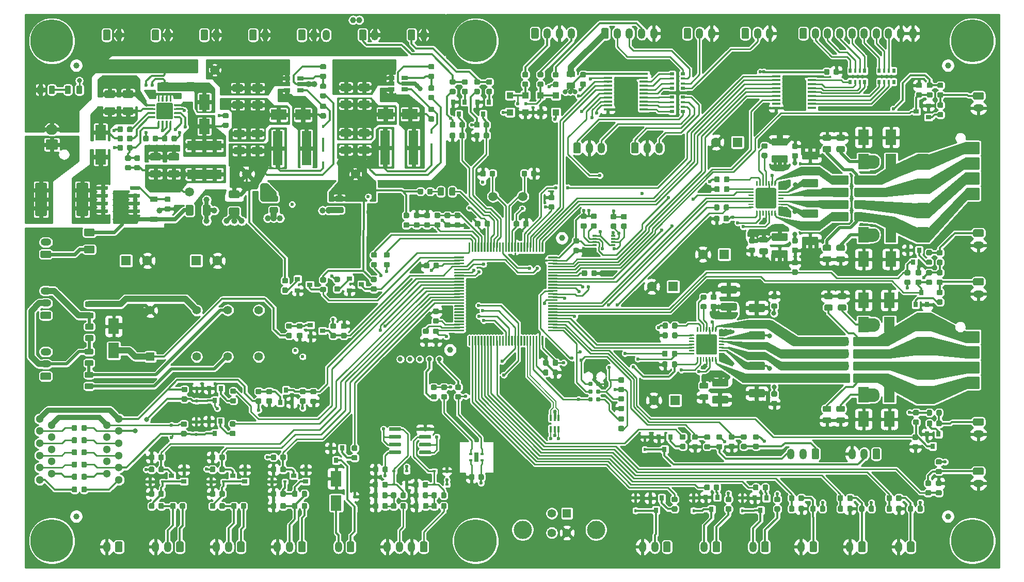
<source format=gbr>
G04 #@! TF.GenerationSoftware,KiCad,Pcbnew,(5.1.5)-3*
G04 #@! TF.CreationDate,2020-01-22T21:50:43+01:00*
G04 #@! TF.ProjectId,Main Board,4d61696e-2042-46f6-9172-642e6b696361,rev?*
G04 #@! TF.SameCoordinates,Original*
G04 #@! TF.FileFunction,Copper,L1,Top*
G04 #@! TF.FilePolarity,Positive*
%FSLAX46Y46*%
G04 Gerber Fmt 4.6, Leading zero omitted, Abs format (unit mm)*
G04 Created by KiCad (PCBNEW (5.1.5)-3) date 2020-01-22 21:50:43*
%MOMM*%
%LPD*%
G04 APERTURE LIST*
%ADD10C,1.500000*%
%ADD11R,0.400000X1.050000*%
%ADD12C,1.300000*%
%ADD13C,1.400000*%
%ADD14C,3.000000*%
%ADD15R,1.400000X1.400000*%
%ADD16R,1.600000X5.700000*%
%ADD17R,5.700000X1.600000*%
%ADD18C,0.100000*%
%ADD19R,1.800000X2.500000*%
%ADD20R,0.450000X0.600000*%
%ADD21R,1.200000X0.900000*%
%ADD22R,2.500000X1.800000*%
%ADD23R,0.600000X0.450000*%
%ADD24R,1.100000X1.100000*%
%ADD25C,1.000000*%
%ADD26C,0.800000*%
%ADD27C,7.000000*%
%ADD28O,1.950000X1.700000*%
%ADD29O,1.200000X1.750000*%
%ADD30O,1.750000X1.200000*%
%ADD31O,2.000000X1.700000*%
%ADD32R,0.900000X0.800000*%
%ADD33R,0.800000X0.900000*%
%ADD34R,0.800000X0.500000*%
%ADD35R,0.800000X0.400000*%
%ADD36R,0.500000X0.800000*%
%ADD37R,0.400000X0.800000*%
%ADD38R,1.450000X0.450000*%
%ADD39R,1.060000X0.650000*%
%ADD40R,0.800000X0.300000*%
%ADD41R,0.700000X1.600000*%
%ADD42R,0.550000X0.350000*%
%ADD43C,0.787400*%
%ADD44C,1.600000*%
%ADD45R,1.600000X1.600000*%
%ADD46C,0.600000*%
%ADD47C,0.355600*%
%ADD48C,0.508000*%
%ADD49C,0.304800*%
%ADD50C,0.711200*%
%ADD51C,0.250000*%
%ADD52C,0.200000*%
%ADD53C,0.609600*%
%ADD54C,0.457200*%
%ADD55C,0.254000*%
%ADD56C,1.016000*%
%ADD57C,0.812800*%
G04 APERTURE END LIST*
D10*
X70600000Y-53800000D03*
D11*
X131150000Y-92675000D03*
X130500000Y-92675000D03*
X129850000Y-92675000D03*
X129850000Y-90825000D03*
X130500000Y-90825000D03*
X131150000Y-90825000D03*
D12*
X46000000Y-91000000D03*
X48000000Y-92000000D03*
X46000000Y-93000000D03*
X48000000Y-94000000D03*
X46000000Y-95000000D03*
X48000000Y-96000000D03*
X46000000Y-97000000D03*
X48000000Y-98000000D03*
X46000000Y-99000000D03*
X48000000Y-100000000D03*
X46000000Y-101000000D03*
X59000000Y-101000000D03*
X57000000Y-100000000D03*
X59000000Y-99000000D03*
X57000000Y-98000000D03*
X59000000Y-97000000D03*
X57000000Y-96000000D03*
X59000000Y-95000000D03*
X57000000Y-94000000D03*
X59000000Y-93000000D03*
X57000000Y-92000000D03*
X59000000Y-91000000D03*
D13*
X130000000Y-106500000D03*
D14*
X125230000Y-109210000D03*
D15*
X132500000Y-106500000D03*
D13*
X130000000Y-109700000D03*
X132500000Y-109700000D03*
D14*
X137270000Y-109210000D03*
D16*
X89750000Y-46600000D03*
X85050000Y-46600000D03*
X107350000Y-46500000D03*
X102650000Y-46500000D03*
D17*
X73000000Y-46150000D03*
X73000000Y-50850000D03*
G04 #@! TA.AperFunction,SMDPad,CuDef*
D18*
G36*
X157352691Y-51226053D02*
G01*
X157373926Y-51229203D01*
X157394750Y-51234419D01*
X157414962Y-51241651D01*
X157434368Y-51250830D01*
X157452781Y-51261866D01*
X157470024Y-51274654D01*
X157485930Y-51289070D01*
X157500346Y-51304976D01*
X157513134Y-51322219D01*
X157524170Y-51340632D01*
X157533349Y-51360038D01*
X157540581Y-51380250D01*
X157545797Y-51401074D01*
X157548947Y-51422309D01*
X157550000Y-51443750D01*
X157550000Y-51956250D01*
X157548947Y-51977691D01*
X157545797Y-51998926D01*
X157540581Y-52019750D01*
X157533349Y-52039962D01*
X157524170Y-52059368D01*
X157513134Y-52077781D01*
X157500346Y-52095024D01*
X157485930Y-52110930D01*
X157470024Y-52125346D01*
X157452781Y-52138134D01*
X157434368Y-52149170D01*
X157414962Y-52158349D01*
X157394750Y-52165581D01*
X157373926Y-52170797D01*
X157352691Y-52173947D01*
X157331250Y-52175000D01*
X156893750Y-52175000D01*
X156872309Y-52173947D01*
X156851074Y-52170797D01*
X156830250Y-52165581D01*
X156810038Y-52158349D01*
X156790632Y-52149170D01*
X156772219Y-52138134D01*
X156754976Y-52125346D01*
X156739070Y-52110930D01*
X156724654Y-52095024D01*
X156711866Y-52077781D01*
X156700830Y-52059368D01*
X156691651Y-52039962D01*
X156684419Y-52019750D01*
X156679203Y-51998926D01*
X156676053Y-51977691D01*
X156675000Y-51956250D01*
X156675000Y-51443750D01*
X156676053Y-51422309D01*
X156679203Y-51401074D01*
X156684419Y-51380250D01*
X156691651Y-51360038D01*
X156700830Y-51340632D01*
X156711866Y-51322219D01*
X156724654Y-51304976D01*
X156739070Y-51289070D01*
X156754976Y-51274654D01*
X156772219Y-51261866D01*
X156790632Y-51250830D01*
X156810038Y-51241651D01*
X156830250Y-51234419D01*
X156851074Y-51229203D01*
X156872309Y-51226053D01*
X156893750Y-51225000D01*
X157331250Y-51225000D01*
X157352691Y-51226053D01*
G37*
G04 #@! TD.AperFunction*
G04 #@! TA.AperFunction,SMDPad,CuDef*
G36*
X158927691Y-51226053D02*
G01*
X158948926Y-51229203D01*
X158969750Y-51234419D01*
X158989962Y-51241651D01*
X159009368Y-51250830D01*
X159027781Y-51261866D01*
X159045024Y-51274654D01*
X159060930Y-51289070D01*
X159075346Y-51304976D01*
X159088134Y-51322219D01*
X159099170Y-51340632D01*
X159108349Y-51360038D01*
X159115581Y-51380250D01*
X159120797Y-51401074D01*
X159123947Y-51422309D01*
X159125000Y-51443750D01*
X159125000Y-51956250D01*
X159123947Y-51977691D01*
X159120797Y-51998926D01*
X159115581Y-52019750D01*
X159108349Y-52039962D01*
X159099170Y-52059368D01*
X159088134Y-52077781D01*
X159075346Y-52095024D01*
X159060930Y-52110930D01*
X159045024Y-52125346D01*
X159027781Y-52138134D01*
X159009368Y-52149170D01*
X158989962Y-52158349D01*
X158969750Y-52165581D01*
X158948926Y-52170797D01*
X158927691Y-52173947D01*
X158906250Y-52175000D01*
X158468750Y-52175000D01*
X158447309Y-52173947D01*
X158426074Y-52170797D01*
X158405250Y-52165581D01*
X158385038Y-52158349D01*
X158365632Y-52149170D01*
X158347219Y-52138134D01*
X158329976Y-52125346D01*
X158314070Y-52110930D01*
X158299654Y-52095024D01*
X158286866Y-52077781D01*
X158275830Y-52059368D01*
X158266651Y-52039962D01*
X158259419Y-52019750D01*
X158254203Y-51998926D01*
X158251053Y-51977691D01*
X158250000Y-51956250D01*
X158250000Y-51443750D01*
X158251053Y-51422309D01*
X158254203Y-51401074D01*
X158259419Y-51380250D01*
X158266651Y-51360038D01*
X158275830Y-51340632D01*
X158286866Y-51322219D01*
X158299654Y-51304976D01*
X158314070Y-51289070D01*
X158329976Y-51274654D01*
X158347219Y-51261866D01*
X158365632Y-51250830D01*
X158385038Y-51241651D01*
X158405250Y-51234419D01*
X158426074Y-51229203D01*
X158447309Y-51226053D01*
X158468750Y-51225000D01*
X158906250Y-51225000D01*
X158927691Y-51226053D01*
G37*
G04 #@! TD.AperFunction*
G04 #@! TA.AperFunction,SMDPad,CuDef*
G36*
X158865191Y-57676053D02*
G01*
X158886426Y-57679203D01*
X158907250Y-57684419D01*
X158927462Y-57691651D01*
X158946868Y-57700830D01*
X158965281Y-57711866D01*
X158982524Y-57724654D01*
X158998430Y-57739070D01*
X159012846Y-57754976D01*
X159025634Y-57772219D01*
X159036670Y-57790632D01*
X159045849Y-57810038D01*
X159053081Y-57830250D01*
X159058297Y-57851074D01*
X159061447Y-57872309D01*
X159062500Y-57893750D01*
X159062500Y-58406250D01*
X159061447Y-58427691D01*
X159058297Y-58448926D01*
X159053081Y-58469750D01*
X159045849Y-58489962D01*
X159036670Y-58509368D01*
X159025634Y-58527781D01*
X159012846Y-58545024D01*
X158998430Y-58560930D01*
X158982524Y-58575346D01*
X158965281Y-58588134D01*
X158946868Y-58599170D01*
X158927462Y-58608349D01*
X158907250Y-58615581D01*
X158886426Y-58620797D01*
X158865191Y-58623947D01*
X158843750Y-58625000D01*
X158406250Y-58625000D01*
X158384809Y-58623947D01*
X158363574Y-58620797D01*
X158342750Y-58615581D01*
X158322538Y-58608349D01*
X158303132Y-58599170D01*
X158284719Y-58588134D01*
X158267476Y-58575346D01*
X158251570Y-58560930D01*
X158237154Y-58545024D01*
X158224366Y-58527781D01*
X158213330Y-58509368D01*
X158204151Y-58489962D01*
X158196919Y-58469750D01*
X158191703Y-58448926D01*
X158188553Y-58427691D01*
X158187500Y-58406250D01*
X158187500Y-57893750D01*
X158188553Y-57872309D01*
X158191703Y-57851074D01*
X158196919Y-57830250D01*
X158204151Y-57810038D01*
X158213330Y-57790632D01*
X158224366Y-57772219D01*
X158237154Y-57754976D01*
X158251570Y-57739070D01*
X158267476Y-57724654D01*
X158284719Y-57711866D01*
X158303132Y-57700830D01*
X158322538Y-57691651D01*
X158342750Y-57684419D01*
X158363574Y-57679203D01*
X158384809Y-57676053D01*
X158406250Y-57675000D01*
X158843750Y-57675000D01*
X158865191Y-57676053D01*
G37*
G04 #@! TD.AperFunction*
G04 #@! TA.AperFunction,SMDPad,CuDef*
G36*
X157290191Y-57676053D02*
G01*
X157311426Y-57679203D01*
X157332250Y-57684419D01*
X157352462Y-57691651D01*
X157371868Y-57700830D01*
X157390281Y-57711866D01*
X157407524Y-57724654D01*
X157423430Y-57739070D01*
X157437846Y-57754976D01*
X157450634Y-57772219D01*
X157461670Y-57790632D01*
X157470849Y-57810038D01*
X157478081Y-57830250D01*
X157483297Y-57851074D01*
X157486447Y-57872309D01*
X157487500Y-57893750D01*
X157487500Y-58406250D01*
X157486447Y-58427691D01*
X157483297Y-58448926D01*
X157478081Y-58469750D01*
X157470849Y-58489962D01*
X157461670Y-58509368D01*
X157450634Y-58527781D01*
X157437846Y-58545024D01*
X157423430Y-58560930D01*
X157407524Y-58575346D01*
X157390281Y-58588134D01*
X157371868Y-58599170D01*
X157352462Y-58608349D01*
X157332250Y-58615581D01*
X157311426Y-58620797D01*
X157290191Y-58623947D01*
X157268750Y-58625000D01*
X156831250Y-58625000D01*
X156809809Y-58623947D01*
X156788574Y-58620797D01*
X156767750Y-58615581D01*
X156747538Y-58608349D01*
X156728132Y-58599170D01*
X156709719Y-58588134D01*
X156692476Y-58575346D01*
X156676570Y-58560930D01*
X156662154Y-58545024D01*
X156649366Y-58527781D01*
X156638330Y-58509368D01*
X156629151Y-58489962D01*
X156621919Y-58469750D01*
X156616703Y-58448926D01*
X156613553Y-58427691D01*
X156612500Y-58406250D01*
X156612500Y-57893750D01*
X156613553Y-57872309D01*
X156616703Y-57851074D01*
X156621919Y-57830250D01*
X156629151Y-57810038D01*
X156638330Y-57790632D01*
X156649366Y-57772219D01*
X156662154Y-57754976D01*
X156676570Y-57739070D01*
X156692476Y-57724654D01*
X156709719Y-57711866D01*
X156728132Y-57700830D01*
X156747538Y-57691651D01*
X156767750Y-57684419D01*
X156788574Y-57679203D01*
X156809809Y-57676053D01*
X156831250Y-57675000D01*
X157268750Y-57675000D01*
X157290191Y-57676053D01*
G37*
G04 #@! TD.AperFunction*
G04 #@! TA.AperFunction,SMDPad,CuDef*
G36*
X165177691Y-47351053D02*
G01*
X165198926Y-47354203D01*
X165219750Y-47359419D01*
X165239962Y-47366651D01*
X165259368Y-47375830D01*
X165277781Y-47386866D01*
X165295024Y-47399654D01*
X165310930Y-47414070D01*
X165325346Y-47429976D01*
X165338134Y-47447219D01*
X165349170Y-47465632D01*
X165358349Y-47485038D01*
X165365581Y-47505250D01*
X165370797Y-47526074D01*
X165373947Y-47547309D01*
X165375000Y-47568750D01*
X165375000Y-48006250D01*
X165373947Y-48027691D01*
X165370797Y-48048926D01*
X165365581Y-48069750D01*
X165358349Y-48089962D01*
X165349170Y-48109368D01*
X165338134Y-48127781D01*
X165325346Y-48145024D01*
X165310930Y-48160930D01*
X165295024Y-48175346D01*
X165277781Y-48188134D01*
X165259368Y-48199170D01*
X165239962Y-48208349D01*
X165219750Y-48215581D01*
X165198926Y-48220797D01*
X165177691Y-48223947D01*
X165156250Y-48225000D01*
X164643750Y-48225000D01*
X164622309Y-48223947D01*
X164601074Y-48220797D01*
X164580250Y-48215581D01*
X164560038Y-48208349D01*
X164540632Y-48199170D01*
X164522219Y-48188134D01*
X164504976Y-48175346D01*
X164489070Y-48160930D01*
X164474654Y-48145024D01*
X164461866Y-48127781D01*
X164450830Y-48109368D01*
X164441651Y-48089962D01*
X164434419Y-48069750D01*
X164429203Y-48048926D01*
X164426053Y-48027691D01*
X164425000Y-48006250D01*
X164425000Y-47568750D01*
X164426053Y-47547309D01*
X164429203Y-47526074D01*
X164434419Y-47505250D01*
X164441651Y-47485038D01*
X164450830Y-47465632D01*
X164461866Y-47447219D01*
X164474654Y-47429976D01*
X164489070Y-47414070D01*
X164504976Y-47399654D01*
X164522219Y-47386866D01*
X164540632Y-47375830D01*
X164560038Y-47366651D01*
X164580250Y-47359419D01*
X164601074Y-47354203D01*
X164622309Y-47351053D01*
X164643750Y-47350000D01*
X165156250Y-47350000D01*
X165177691Y-47351053D01*
G37*
G04 #@! TD.AperFunction*
G04 #@! TA.AperFunction,SMDPad,CuDef*
G36*
X165177691Y-45776053D02*
G01*
X165198926Y-45779203D01*
X165219750Y-45784419D01*
X165239962Y-45791651D01*
X165259368Y-45800830D01*
X165277781Y-45811866D01*
X165295024Y-45824654D01*
X165310930Y-45839070D01*
X165325346Y-45854976D01*
X165338134Y-45872219D01*
X165349170Y-45890632D01*
X165358349Y-45910038D01*
X165365581Y-45930250D01*
X165370797Y-45951074D01*
X165373947Y-45972309D01*
X165375000Y-45993750D01*
X165375000Y-46431250D01*
X165373947Y-46452691D01*
X165370797Y-46473926D01*
X165365581Y-46494750D01*
X165358349Y-46514962D01*
X165349170Y-46534368D01*
X165338134Y-46552781D01*
X165325346Y-46570024D01*
X165310930Y-46585930D01*
X165295024Y-46600346D01*
X165277781Y-46613134D01*
X165259368Y-46624170D01*
X165239962Y-46633349D01*
X165219750Y-46640581D01*
X165198926Y-46645797D01*
X165177691Y-46648947D01*
X165156250Y-46650000D01*
X164643750Y-46650000D01*
X164622309Y-46648947D01*
X164601074Y-46645797D01*
X164580250Y-46640581D01*
X164560038Y-46633349D01*
X164540632Y-46624170D01*
X164522219Y-46613134D01*
X164504976Y-46600346D01*
X164489070Y-46585930D01*
X164474654Y-46570024D01*
X164461866Y-46552781D01*
X164450830Y-46534368D01*
X164441651Y-46514962D01*
X164434419Y-46494750D01*
X164429203Y-46473926D01*
X164426053Y-46452691D01*
X164425000Y-46431250D01*
X164425000Y-45993750D01*
X164426053Y-45972309D01*
X164429203Y-45951074D01*
X164434419Y-45930250D01*
X164441651Y-45910038D01*
X164450830Y-45890632D01*
X164461866Y-45872219D01*
X164474654Y-45854976D01*
X164489070Y-45839070D01*
X164504976Y-45824654D01*
X164522219Y-45811866D01*
X164540632Y-45800830D01*
X164560038Y-45791651D01*
X164580250Y-45784419D01*
X164601074Y-45779203D01*
X164622309Y-45776053D01*
X164643750Y-45775000D01*
X165156250Y-45775000D01*
X165177691Y-45776053D01*
G37*
G04 #@! TD.AperFunction*
G04 #@! TA.AperFunction,SMDPad,CuDef*
G36*
X170177691Y-45826053D02*
G01*
X170198926Y-45829203D01*
X170219750Y-45834419D01*
X170239962Y-45841651D01*
X170259368Y-45850830D01*
X170277781Y-45861866D01*
X170295024Y-45874654D01*
X170310930Y-45889070D01*
X170325346Y-45904976D01*
X170338134Y-45922219D01*
X170349170Y-45940632D01*
X170358349Y-45960038D01*
X170365581Y-45980250D01*
X170370797Y-46001074D01*
X170373947Y-46022309D01*
X170375000Y-46043750D01*
X170375000Y-46481250D01*
X170373947Y-46502691D01*
X170370797Y-46523926D01*
X170365581Y-46544750D01*
X170358349Y-46564962D01*
X170349170Y-46584368D01*
X170338134Y-46602781D01*
X170325346Y-46620024D01*
X170310930Y-46635930D01*
X170295024Y-46650346D01*
X170277781Y-46663134D01*
X170259368Y-46674170D01*
X170239962Y-46683349D01*
X170219750Y-46690581D01*
X170198926Y-46695797D01*
X170177691Y-46698947D01*
X170156250Y-46700000D01*
X169643750Y-46700000D01*
X169622309Y-46698947D01*
X169601074Y-46695797D01*
X169580250Y-46690581D01*
X169560038Y-46683349D01*
X169540632Y-46674170D01*
X169522219Y-46663134D01*
X169504976Y-46650346D01*
X169489070Y-46635930D01*
X169474654Y-46620024D01*
X169461866Y-46602781D01*
X169450830Y-46584368D01*
X169441651Y-46564962D01*
X169434419Y-46544750D01*
X169429203Y-46523926D01*
X169426053Y-46502691D01*
X169425000Y-46481250D01*
X169425000Y-46043750D01*
X169426053Y-46022309D01*
X169429203Y-46001074D01*
X169434419Y-45980250D01*
X169441651Y-45960038D01*
X169450830Y-45940632D01*
X169461866Y-45922219D01*
X169474654Y-45904976D01*
X169489070Y-45889070D01*
X169504976Y-45874654D01*
X169522219Y-45861866D01*
X169540632Y-45850830D01*
X169560038Y-45841651D01*
X169580250Y-45834419D01*
X169601074Y-45829203D01*
X169622309Y-45826053D01*
X169643750Y-45825000D01*
X170156250Y-45825000D01*
X170177691Y-45826053D01*
G37*
G04 #@! TD.AperFunction*
G04 #@! TA.AperFunction,SMDPad,CuDef*
G36*
X170177691Y-47401053D02*
G01*
X170198926Y-47404203D01*
X170219750Y-47409419D01*
X170239962Y-47416651D01*
X170259368Y-47425830D01*
X170277781Y-47436866D01*
X170295024Y-47449654D01*
X170310930Y-47464070D01*
X170325346Y-47479976D01*
X170338134Y-47497219D01*
X170349170Y-47515632D01*
X170358349Y-47535038D01*
X170365581Y-47555250D01*
X170370797Y-47576074D01*
X170373947Y-47597309D01*
X170375000Y-47618750D01*
X170375000Y-48056250D01*
X170373947Y-48077691D01*
X170370797Y-48098926D01*
X170365581Y-48119750D01*
X170358349Y-48139962D01*
X170349170Y-48159368D01*
X170338134Y-48177781D01*
X170325346Y-48195024D01*
X170310930Y-48210930D01*
X170295024Y-48225346D01*
X170277781Y-48238134D01*
X170259368Y-48249170D01*
X170239962Y-48258349D01*
X170219750Y-48265581D01*
X170198926Y-48270797D01*
X170177691Y-48273947D01*
X170156250Y-48275000D01*
X169643750Y-48275000D01*
X169622309Y-48273947D01*
X169601074Y-48270797D01*
X169580250Y-48265581D01*
X169560038Y-48258349D01*
X169540632Y-48249170D01*
X169522219Y-48238134D01*
X169504976Y-48225346D01*
X169489070Y-48210930D01*
X169474654Y-48195024D01*
X169461866Y-48177781D01*
X169450830Y-48159368D01*
X169441651Y-48139962D01*
X169434419Y-48119750D01*
X169429203Y-48098926D01*
X169426053Y-48077691D01*
X169425000Y-48056250D01*
X169425000Y-47618750D01*
X169426053Y-47597309D01*
X169429203Y-47576074D01*
X169434419Y-47555250D01*
X169441651Y-47535038D01*
X169450830Y-47515632D01*
X169461866Y-47497219D01*
X169474654Y-47479976D01*
X169489070Y-47464070D01*
X169504976Y-47449654D01*
X169522219Y-47436866D01*
X169540632Y-47425830D01*
X169560038Y-47416651D01*
X169580250Y-47409419D01*
X169601074Y-47404203D01*
X169622309Y-47401053D01*
X169643750Y-47400000D01*
X170156250Y-47400000D01*
X170177691Y-47401053D01*
G37*
G04 #@! TD.AperFunction*
G04 #@! TA.AperFunction,SMDPad,CuDef*
G36*
X157352691Y-52826053D02*
G01*
X157373926Y-52829203D01*
X157394750Y-52834419D01*
X157414962Y-52841651D01*
X157434368Y-52850830D01*
X157452781Y-52861866D01*
X157470024Y-52874654D01*
X157485930Y-52889070D01*
X157500346Y-52904976D01*
X157513134Y-52922219D01*
X157524170Y-52940632D01*
X157533349Y-52960038D01*
X157540581Y-52980250D01*
X157545797Y-53001074D01*
X157548947Y-53022309D01*
X157550000Y-53043750D01*
X157550000Y-53556250D01*
X157548947Y-53577691D01*
X157545797Y-53598926D01*
X157540581Y-53619750D01*
X157533349Y-53639962D01*
X157524170Y-53659368D01*
X157513134Y-53677781D01*
X157500346Y-53695024D01*
X157485930Y-53710930D01*
X157470024Y-53725346D01*
X157452781Y-53738134D01*
X157434368Y-53749170D01*
X157414962Y-53758349D01*
X157394750Y-53765581D01*
X157373926Y-53770797D01*
X157352691Y-53773947D01*
X157331250Y-53775000D01*
X156893750Y-53775000D01*
X156872309Y-53773947D01*
X156851074Y-53770797D01*
X156830250Y-53765581D01*
X156810038Y-53758349D01*
X156790632Y-53749170D01*
X156772219Y-53738134D01*
X156754976Y-53725346D01*
X156739070Y-53710930D01*
X156724654Y-53695024D01*
X156711866Y-53677781D01*
X156700830Y-53659368D01*
X156691651Y-53639962D01*
X156684419Y-53619750D01*
X156679203Y-53598926D01*
X156676053Y-53577691D01*
X156675000Y-53556250D01*
X156675000Y-53043750D01*
X156676053Y-53022309D01*
X156679203Y-53001074D01*
X156684419Y-52980250D01*
X156691651Y-52960038D01*
X156700830Y-52940632D01*
X156711866Y-52922219D01*
X156724654Y-52904976D01*
X156739070Y-52889070D01*
X156754976Y-52874654D01*
X156772219Y-52861866D01*
X156790632Y-52850830D01*
X156810038Y-52841651D01*
X156830250Y-52834419D01*
X156851074Y-52829203D01*
X156872309Y-52826053D01*
X156893750Y-52825000D01*
X157331250Y-52825000D01*
X157352691Y-52826053D01*
G37*
G04 #@! TD.AperFunction*
G04 #@! TA.AperFunction,SMDPad,CuDef*
G36*
X158927691Y-52826053D02*
G01*
X158948926Y-52829203D01*
X158969750Y-52834419D01*
X158989962Y-52841651D01*
X159009368Y-52850830D01*
X159027781Y-52861866D01*
X159045024Y-52874654D01*
X159060930Y-52889070D01*
X159075346Y-52904976D01*
X159088134Y-52922219D01*
X159099170Y-52940632D01*
X159108349Y-52960038D01*
X159115581Y-52980250D01*
X159120797Y-53001074D01*
X159123947Y-53022309D01*
X159125000Y-53043750D01*
X159125000Y-53556250D01*
X159123947Y-53577691D01*
X159120797Y-53598926D01*
X159115581Y-53619750D01*
X159108349Y-53639962D01*
X159099170Y-53659368D01*
X159088134Y-53677781D01*
X159075346Y-53695024D01*
X159060930Y-53710930D01*
X159045024Y-53725346D01*
X159027781Y-53738134D01*
X159009368Y-53749170D01*
X158989962Y-53758349D01*
X158969750Y-53765581D01*
X158948926Y-53770797D01*
X158927691Y-53773947D01*
X158906250Y-53775000D01*
X158468750Y-53775000D01*
X158447309Y-53773947D01*
X158426074Y-53770797D01*
X158405250Y-53765581D01*
X158385038Y-53758349D01*
X158365632Y-53749170D01*
X158347219Y-53738134D01*
X158329976Y-53725346D01*
X158314070Y-53710930D01*
X158299654Y-53695024D01*
X158286866Y-53677781D01*
X158275830Y-53659368D01*
X158266651Y-53639962D01*
X158259419Y-53619750D01*
X158254203Y-53598926D01*
X158251053Y-53577691D01*
X158250000Y-53556250D01*
X158250000Y-53043750D01*
X158251053Y-53022309D01*
X158254203Y-53001074D01*
X158259419Y-52980250D01*
X158266651Y-52960038D01*
X158275830Y-52940632D01*
X158286866Y-52922219D01*
X158299654Y-52904976D01*
X158314070Y-52889070D01*
X158329976Y-52874654D01*
X158347219Y-52861866D01*
X158365632Y-52850830D01*
X158385038Y-52841651D01*
X158405250Y-52834419D01*
X158426074Y-52829203D01*
X158447309Y-52826053D01*
X158468750Y-52825000D01*
X158906250Y-52825000D01*
X158927691Y-52826053D01*
G37*
G04 #@! TD.AperFunction*
G04 #@! TA.AperFunction,SMDPad,CuDef*
G36*
X170177691Y-61326053D02*
G01*
X170198926Y-61329203D01*
X170219750Y-61334419D01*
X170239962Y-61341651D01*
X170259368Y-61350830D01*
X170277781Y-61361866D01*
X170295024Y-61374654D01*
X170310930Y-61389070D01*
X170325346Y-61404976D01*
X170338134Y-61422219D01*
X170349170Y-61440632D01*
X170358349Y-61460038D01*
X170365581Y-61480250D01*
X170370797Y-61501074D01*
X170373947Y-61522309D01*
X170375000Y-61543750D01*
X170375000Y-61981250D01*
X170373947Y-62002691D01*
X170370797Y-62023926D01*
X170365581Y-62044750D01*
X170358349Y-62064962D01*
X170349170Y-62084368D01*
X170338134Y-62102781D01*
X170325346Y-62120024D01*
X170310930Y-62135930D01*
X170295024Y-62150346D01*
X170277781Y-62163134D01*
X170259368Y-62174170D01*
X170239962Y-62183349D01*
X170219750Y-62190581D01*
X170198926Y-62195797D01*
X170177691Y-62198947D01*
X170156250Y-62200000D01*
X169643750Y-62200000D01*
X169622309Y-62198947D01*
X169601074Y-62195797D01*
X169580250Y-62190581D01*
X169560038Y-62183349D01*
X169540632Y-62174170D01*
X169522219Y-62163134D01*
X169504976Y-62150346D01*
X169489070Y-62135930D01*
X169474654Y-62120024D01*
X169461866Y-62102781D01*
X169450830Y-62084368D01*
X169441651Y-62064962D01*
X169434419Y-62044750D01*
X169429203Y-62023926D01*
X169426053Y-62002691D01*
X169425000Y-61981250D01*
X169425000Y-61543750D01*
X169426053Y-61522309D01*
X169429203Y-61501074D01*
X169434419Y-61480250D01*
X169441651Y-61460038D01*
X169450830Y-61440632D01*
X169461866Y-61422219D01*
X169474654Y-61404976D01*
X169489070Y-61389070D01*
X169504976Y-61374654D01*
X169522219Y-61361866D01*
X169540632Y-61350830D01*
X169560038Y-61341651D01*
X169580250Y-61334419D01*
X169601074Y-61329203D01*
X169622309Y-61326053D01*
X169643750Y-61325000D01*
X170156250Y-61325000D01*
X170177691Y-61326053D01*
G37*
G04 #@! TD.AperFunction*
G04 #@! TA.AperFunction,SMDPad,CuDef*
G36*
X170177691Y-62901053D02*
G01*
X170198926Y-62904203D01*
X170219750Y-62909419D01*
X170239962Y-62916651D01*
X170259368Y-62925830D01*
X170277781Y-62936866D01*
X170295024Y-62949654D01*
X170310930Y-62964070D01*
X170325346Y-62979976D01*
X170338134Y-62997219D01*
X170349170Y-63015632D01*
X170358349Y-63035038D01*
X170365581Y-63055250D01*
X170370797Y-63076074D01*
X170373947Y-63097309D01*
X170375000Y-63118750D01*
X170375000Y-63556250D01*
X170373947Y-63577691D01*
X170370797Y-63598926D01*
X170365581Y-63619750D01*
X170358349Y-63639962D01*
X170349170Y-63659368D01*
X170338134Y-63677781D01*
X170325346Y-63695024D01*
X170310930Y-63710930D01*
X170295024Y-63725346D01*
X170277781Y-63738134D01*
X170259368Y-63749170D01*
X170239962Y-63758349D01*
X170219750Y-63765581D01*
X170198926Y-63770797D01*
X170177691Y-63773947D01*
X170156250Y-63775000D01*
X169643750Y-63775000D01*
X169622309Y-63773947D01*
X169601074Y-63770797D01*
X169580250Y-63765581D01*
X169560038Y-63758349D01*
X169540632Y-63749170D01*
X169522219Y-63738134D01*
X169504976Y-63725346D01*
X169489070Y-63710930D01*
X169474654Y-63695024D01*
X169461866Y-63677781D01*
X169450830Y-63659368D01*
X169441651Y-63639962D01*
X169434419Y-63619750D01*
X169429203Y-63598926D01*
X169426053Y-63577691D01*
X169425000Y-63556250D01*
X169425000Y-63118750D01*
X169426053Y-63097309D01*
X169429203Y-63076074D01*
X169434419Y-63055250D01*
X169441651Y-63035038D01*
X169450830Y-63015632D01*
X169461866Y-62997219D01*
X169474654Y-62979976D01*
X169489070Y-62964070D01*
X169504976Y-62949654D01*
X169522219Y-62936866D01*
X169540632Y-62925830D01*
X169560038Y-62916651D01*
X169580250Y-62909419D01*
X169601074Y-62904203D01*
X169622309Y-62901053D01*
X169643750Y-62900000D01*
X170156250Y-62900000D01*
X170177691Y-62901053D01*
G37*
G04 #@! TD.AperFunction*
G04 #@! TA.AperFunction,SMDPad,CuDef*
G36*
X175630142Y-46251174D02*
G01*
X175653803Y-46254684D01*
X175677007Y-46260496D01*
X175699529Y-46268554D01*
X175721153Y-46278782D01*
X175741670Y-46291079D01*
X175760883Y-46305329D01*
X175778607Y-46321393D01*
X175794671Y-46339117D01*
X175808921Y-46358330D01*
X175821218Y-46378847D01*
X175831446Y-46400471D01*
X175839504Y-46422993D01*
X175845316Y-46446197D01*
X175848826Y-46469858D01*
X175850000Y-46493750D01*
X175850000Y-46981250D01*
X175848826Y-47005142D01*
X175845316Y-47028803D01*
X175839504Y-47052007D01*
X175831446Y-47074529D01*
X175821218Y-47096153D01*
X175808921Y-47116670D01*
X175794671Y-47135883D01*
X175778607Y-47153607D01*
X175760883Y-47169671D01*
X175741670Y-47183921D01*
X175721153Y-47196218D01*
X175699529Y-47206446D01*
X175677007Y-47214504D01*
X175653803Y-47220316D01*
X175630142Y-47223826D01*
X175606250Y-47225000D01*
X174693750Y-47225000D01*
X174669858Y-47223826D01*
X174646197Y-47220316D01*
X174622993Y-47214504D01*
X174600471Y-47206446D01*
X174578847Y-47196218D01*
X174558330Y-47183921D01*
X174539117Y-47169671D01*
X174521393Y-47153607D01*
X174505329Y-47135883D01*
X174491079Y-47116670D01*
X174478782Y-47096153D01*
X174468554Y-47074529D01*
X174460496Y-47052007D01*
X174454684Y-47028803D01*
X174451174Y-47005142D01*
X174450000Y-46981250D01*
X174450000Y-46493750D01*
X174451174Y-46469858D01*
X174454684Y-46446197D01*
X174460496Y-46422993D01*
X174468554Y-46400471D01*
X174478782Y-46378847D01*
X174491079Y-46358330D01*
X174505329Y-46339117D01*
X174521393Y-46321393D01*
X174539117Y-46305329D01*
X174558330Y-46291079D01*
X174578847Y-46278782D01*
X174600471Y-46268554D01*
X174622993Y-46260496D01*
X174646197Y-46254684D01*
X174669858Y-46251174D01*
X174693750Y-46250000D01*
X175606250Y-46250000D01*
X175630142Y-46251174D01*
G37*
G04 #@! TD.AperFunction*
G04 #@! TA.AperFunction,SMDPad,CuDef*
G36*
X175630142Y-44376174D02*
G01*
X175653803Y-44379684D01*
X175677007Y-44385496D01*
X175699529Y-44393554D01*
X175721153Y-44403782D01*
X175741670Y-44416079D01*
X175760883Y-44430329D01*
X175778607Y-44446393D01*
X175794671Y-44464117D01*
X175808921Y-44483330D01*
X175821218Y-44503847D01*
X175831446Y-44525471D01*
X175839504Y-44547993D01*
X175845316Y-44571197D01*
X175848826Y-44594858D01*
X175850000Y-44618750D01*
X175850000Y-45106250D01*
X175848826Y-45130142D01*
X175845316Y-45153803D01*
X175839504Y-45177007D01*
X175831446Y-45199529D01*
X175821218Y-45221153D01*
X175808921Y-45241670D01*
X175794671Y-45260883D01*
X175778607Y-45278607D01*
X175760883Y-45294671D01*
X175741670Y-45308921D01*
X175721153Y-45321218D01*
X175699529Y-45331446D01*
X175677007Y-45339504D01*
X175653803Y-45345316D01*
X175630142Y-45348826D01*
X175606250Y-45350000D01*
X174693750Y-45350000D01*
X174669858Y-45348826D01*
X174646197Y-45345316D01*
X174622993Y-45339504D01*
X174600471Y-45331446D01*
X174578847Y-45321218D01*
X174558330Y-45308921D01*
X174539117Y-45294671D01*
X174521393Y-45278607D01*
X174505329Y-45260883D01*
X174491079Y-45241670D01*
X174478782Y-45221153D01*
X174468554Y-45199529D01*
X174460496Y-45177007D01*
X174454684Y-45153803D01*
X174451174Y-45130142D01*
X174450000Y-45106250D01*
X174450000Y-44618750D01*
X174451174Y-44594858D01*
X174454684Y-44571197D01*
X174460496Y-44547993D01*
X174468554Y-44525471D01*
X174478782Y-44503847D01*
X174491079Y-44483330D01*
X174505329Y-44464117D01*
X174521393Y-44446393D01*
X174539117Y-44430329D01*
X174558330Y-44416079D01*
X174578847Y-44403782D01*
X174600471Y-44393554D01*
X174622993Y-44385496D01*
X174646197Y-44379684D01*
X174669858Y-44376174D01*
X174693750Y-44375000D01*
X175606250Y-44375000D01*
X175630142Y-44376174D01*
G37*
G04 #@! TD.AperFunction*
G04 #@! TA.AperFunction,SMDPad,CuDef*
G36*
X175630142Y-64313674D02*
G01*
X175653803Y-64317184D01*
X175677007Y-64322996D01*
X175699529Y-64331054D01*
X175721153Y-64341282D01*
X175741670Y-64353579D01*
X175760883Y-64367829D01*
X175778607Y-64383893D01*
X175794671Y-64401617D01*
X175808921Y-64420830D01*
X175821218Y-64441347D01*
X175831446Y-64462971D01*
X175839504Y-64485493D01*
X175845316Y-64508697D01*
X175848826Y-64532358D01*
X175850000Y-64556250D01*
X175850000Y-65043750D01*
X175848826Y-65067642D01*
X175845316Y-65091303D01*
X175839504Y-65114507D01*
X175831446Y-65137029D01*
X175821218Y-65158653D01*
X175808921Y-65179170D01*
X175794671Y-65198383D01*
X175778607Y-65216107D01*
X175760883Y-65232171D01*
X175741670Y-65246421D01*
X175721153Y-65258718D01*
X175699529Y-65268946D01*
X175677007Y-65277004D01*
X175653803Y-65282816D01*
X175630142Y-65286326D01*
X175606250Y-65287500D01*
X174693750Y-65287500D01*
X174669858Y-65286326D01*
X174646197Y-65282816D01*
X174622993Y-65277004D01*
X174600471Y-65268946D01*
X174578847Y-65258718D01*
X174558330Y-65246421D01*
X174539117Y-65232171D01*
X174521393Y-65216107D01*
X174505329Y-65198383D01*
X174491079Y-65179170D01*
X174478782Y-65158653D01*
X174468554Y-65137029D01*
X174460496Y-65114507D01*
X174454684Y-65091303D01*
X174451174Y-65067642D01*
X174450000Y-65043750D01*
X174450000Y-64556250D01*
X174451174Y-64532358D01*
X174454684Y-64508697D01*
X174460496Y-64485493D01*
X174468554Y-64462971D01*
X174478782Y-64441347D01*
X174491079Y-64420830D01*
X174505329Y-64401617D01*
X174521393Y-64383893D01*
X174539117Y-64367829D01*
X174558330Y-64353579D01*
X174578847Y-64341282D01*
X174600471Y-64331054D01*
X174622993Y-64322996D01*
X174646197Y-64317184D01*
X174669858Y-64313674D01*
X174693750Y-64312500D01*
X175606250Y-64312500D01*
X175630142Y-64313674D01*
G37*
G04 #@! TD.AperFunction*
G04 #@! TA.AperFunction,SMDPad,CuDef*
G36*
X175630142Y-62438674D02*
G01*
X175653803Y-62442184D01*
X175677007Y-62447996D01*
X175699529Y-62456054D01*
X175721153Y-62466282D01*
X175741670Y-62478579D01*
X175760883Y-62492829D01*
X175778607Y-62508893D01*
X175794671Y-62526617D01*
X175808921Y-62545830D01*
X175821218Y-62566347D01*
X175831446Y-62587971D01*
X175839504Y-62610493D01*
X175845316Y-62633697D01*
X175848826Y-62657358D01*
X175850000Y-62681250D01*
X175850000Y-63168750D01*
X175848826Y-63192642D01*
X175845316Y-63216303D01*
X175839504Y-63239507D01*
X175831446Y-63262029D01*
X175821218Y-63283653D01*
X175808921Y-63304170D01*
X175794671Y-63323383D01*
X175778607Y-63341107D01*
X175760883Y-63357171D01*
X175741670Y-63371421D01*
X175721153Y-63383718D01*
X175699529Y-63393946D01*
X175677007Y-63402004D01*
X175653803Y-63407816D01*
X175630142Y-63411326D01*
X175606250Y-63412500D01*
X174693750Y-63412500D01*
X174669858Y-63411326D01*
X174646197Y-63407816D01*
X174622993Y-63402004D01*
X174600471Y-63393946D01*
X174578847Y-63383718D01*
X174558330Y-63371421D01*
X174539117Y-63357171D01*
X174521393Y-63341107D01*
X174505329Y-63323383D01*
X174491079Y-63304170D01*
X174478782Y-63283653D01*
X174468554Y-63262029D01*
X174460496Y-63239507D01*
X174454684Y-63216303D01*
X174451174Y-63192642D01*
X174450000Y-63168750D01*
X174450000Y-62681250D01*
X174451174Y-62657358D01*
X174454684Y-62633697D01*
X174460496Y-62610493D01*
X174468554Y-62587971D01*
X174478782Y-62566347D01*
X174491079Y-62545830D01*
X174505329Y-62526617D01*
X174521393Y-62508893D01*
X174539117Y-62492829D01*
X174558330Y-62478579D01*
X174578847Y-62466282D01*
X174600471Y-62456054D01*
X174622993Y-62447996D01*
X174646197Y-62442184D01*
X174669858Y-62438674D01*
X174693750Y-62437500D01*
X175606250Y-62437500D01*
X175630142Y-62438674D01*
G37*
G04 #@! TD.AperFunction*
G04 #@! TA.AperFunction,SMDPad,CuDef*
G36*
X177880142Y-44376174D02*
G01*
X177903803Y-44379684D01*
X177927007Y-44385496D01*
X177949529Y-44393554D01*
X177971153Y-44403782D01*
X177991670Y-44416079D01*
X178010883Y-44430329D01*
X178028607Y-44446393D01*
X178044671Y-44464117D01*
X178058921Y-44483330D01*
X178071218Y-44503847D01*
X178081446Y-44525471D01*
X178089504Y-44547993D01*
X178095316Y-44571197D01*
X178098826Y-44594858D01*
X178100000Y-44618750D01*
X178100000Y-45106250D01*
X178098826Y-45130142D01*
X178095316Y-45153803D01*
X178089504Y-45177007D01*
X178081446Y-45199529D01*
X178071218Y-45221153D01*
X178058921Y-45241670D01*
X178044671Y-45260883D01*
X178028607Y-45278607D01*
X178010883Y-45294671D01*
X177991670Y-45308921D01*
X177971153Y-45321218D01*
X177949529Y-45331446D01*
X177927007Y-45339504D01*
X177903803Y-45345316D01*
X177880142Y-45348826D01*
X177856250Y-45350000D01*
X176943750Y-45350000D01*
X176919858Y-45348826D01*
X176896197Y-45345316D01*
X176872993Y-45339504D01*
X176850471Y-45331446D01*
X176828847Y-45321218D01*
X176808330Y-45308921D01*
X176789117Y-45294671D01*
X176771393Y-45278607D01*
X176755329Y-45260883D01*
X176741079Y-45241670D01*
X176728782Y-45221153D01*
X176718554Y-45199529D01*
X176710496Y-45177007D01*
X176704684Y-45153803D01*
X176701174Y-45130142D01*
X176700000Y-45106250D01*
X176700000Y-44618750D01*
X176701174Y-44594858D01*
X176704684Y-44571197D01*
X176710496Y-44547993D01*
X176718554Y-44525471D01*
X176728782Y-44503847D01*
X176741079Y-44483330D01*
X176755329Y-44464117D01*
X176771393Y-44446393D01*
X176789117Y-44430329D01*
X176808330Y-44416079D01*
X176828847Y-44403782D01*
X176850471Y-44393554D01*
X176872993Y-44385496D01*
X176896197Y-44379684D01*
X176919858Y-44376174D01*
X176943750Y-44375000D01*
X177856250Y-44375000D01*
X177880142Y-44376174D01*
G37*
G04 #@! TD.AperFunction*
G04 #@! TA.AperFunction,SMDPad,CuDef*
G36*
X177880142Y-46251174D02*
G01*
X177903803Y-46254684D01*
X177927007Y-46260496D01*
X177949529Y-46268554D01*
X177971153Y-46278782D01*
X177991670Y-46291079D01*
X178010883Y-46305329D01*
X178028607Y-46321393D01*
X178044671Y-46339117D01*
X178058921Y-46358330D01*
X178071218Y-46378847D01*
X178081446Y-46400471D01*
X178089504Y-46422993D01*
X178095316Y-46446197D01*
X178098826Y-46469858D01*
X178100000Y-46493750D01*
X178100000Y-46981250D01*
X178098826Y-47005142D01*
X178095316Y-47028803D01*
X178089504Y-47052007D01*
X178081446Y-47074529D01*
X178071218Y-47096153D01*
X178058921Y-47116670D01*
X178044671Y-47135883D01*
X178028607Y-47153607D01*
X178010883Y-47169671D01*
X177991670Y-47183921D01*
X177971153Y-47196218D01*
X177949529Y-47206446D01*
X177927007Y-47214504D01*
X177903803Y-47220316D01*
X177880142Y-47223826D01*
X177856250Y-47225000D01*
X176943750Y-47225000D01*
X176919858Y-47223826D01*
X176896197Y-47220316D01*
X176872993Y-47214504D01*
X176850471Y-47206446D01*
X176828847Y-47196218D01*
X176808330Y-47183921D01*
X176789117Y-47169671D01*
X176771393Y-47153607D01*
X176755329Y-47135883D01*
X176741079Y-47116670D01*
X176728782Y-47096153D01*
X176718554Y-47074529D01*
X176710496Y-47052007D01*
X176704684Y-47028803D01*
X176701174Y-47005142D01*
X176700000Y-46981250D01*
X176700000Y-46493750D01*
X176701174Y-46469858D01*
X176704684Y-46446197D01*
X176710496Y-46422993D01*
X176718554Y-46400471D01*
X176728782Y-46378847D01*
X176741079Y-46358330D01*
X176755329Y-46339117D01*
X176771393Y-46321393D01*
X176789117Y-46305329D01*
X176808330Y-46291079D01*
X176828847Y-46278782D01*
X176850471Y-46268554D01*
X176872993Y-46260496D01*
X176896197Y-46254684D01*
X176919858Y-46251174D01*
X176943750Y-46250000D01*
X177856250Y-46250000D01*
X177880142Y-46251174D01*
G37*
G04 #@! TD.AperFunction*
G04 #@! TA.AperFunction,SMDPad,CuDef*
G36*
X177880142Y-62438674D02*
G01*
X177903803Y-62442184D01*
X177927007Y-62447996D01*
X177949529Y-62456054D01*
X177971153Y-62466282D01*
X177991670Y-62478579D01*
X178010883Y-62492829D01*
X178028607Y-62508893D01*
X178044671Y-62526617D01*
X178058921Y-62545830D01*
X178071218Y-62566347D01*
X178081446Y-62587971D01*
X178089504Y-62610493D01*
X178095316Y-62633697D01*
X178098826Y-62657358D01*
X178100000Y-62681250D01*
X178100000Y-63168750D01*
X178098826Y-63192642D01*
X178095316Y-63216303D01*
X178089504Y-63239507D01*
X178081446Y-63262029D01*
X178071218Y-63283653D01*
X178058921Y-63304170D01*
X178044671Y-63323383D01*
X178028607Y-63341107D01*
X178010883Y-63357171D01*
X177991670Y-63371421D01*
X177971153Y-63383718D01*
X177949529Y-63393946D01*
X177927007Y-63402004D01*
X177903803Y-63407816D01*
X177880142Y-63411326D01*
X177856250Y-63412500D01*
X176943750Y-63412500D01*
X176919858Y-63411326D01*
X176896197Y-63407816D01*
X176872993Y-63402004D01*
X176850471Y-63393946D01*
X176828847Y-63383718D01*
X176808330Y-63371421D01*
X176789117Y-63357171D01*
X176771393Y-63341107D01*
X176755329Y-63323383D01*
X176741079Y-63304170D01*
X176728782Y-63283653D01*
X176718554Y-63262029D01*
X176710496Y-63239507D01*
X176704684Y-63216303D01*
X176701174Y-63192642D01*
X176700000Y-63168750D01*
X176700000Y-62681250D01*
X176701174Y-62657358D01*
X176704684Y-62633697D01*
X176710496Y-62610493D01*
X176718554Y-62587971D01*
X176728782Y-62566347D01*
X176741079Y-62545830D01*
X176755329Y-62526617D01*
X176771393Y-62508893D01*
X176789117Y-62492829D01*
X176808330Y-62478579D01*
X176828847Y-62466282D01*
X176850471Y-62456054D01*
X176872993Y-62447996D01*
X176896197Y-62442184D01*
X176919858Y-62438674D01*
X176943750Y-62437500D01*
X177856250Y-62437500D01*
X177880142Y-62438674D01*
G37*
G04 #@! TD.AperFunction*
G04 #@! TA.AperFunction,SMDPad,CuDef*
G36*
X177880142Y-64313674D02*
G01*
X177903803Y-64317184D01*
X177927007Y-64322996D01*
X177949529Y-64331054D01*
X177971153Y-64341282D01*
X177991670Y-64353579D01*
X178010883Y-64367829D01*
X178028607Y-64383893D01*
X178044671Y-64401617D01*
X178058921Y-64420830D01*
X178071218Y-64441347D01*
X178081446Y-64462971D01*
X178089504Y-64485493D01*
X178095316Y-64508697D01*
X178098826Y-64532358D01*
X178100000Y-64556250D01*
X178100000Y-65043750D01*
X178098826Y-65067642D01*
X178095316Y-65091303D01*
X178089504Y-65114507D01*
X178081446Y-65137029D01*
X178071218Y-65158653D01*
X178058921Y-65179170D01*
X178044671Y-65198383D01*
X178028607Y-65216107D01*
X178010883Y-65232171D01*
X177991670Y-65246421D01*
X177971153Y-65258718D01*
X177949529Y-65268946D01*
X177927007Y-65277004D01*
X177903803Y-65282816D01*
X177880142Y-65286326D01*
X177856250Y-65287500D01*
X176943750Y-65287500D01*
X176919858Y-65286326D01*
X176896197Y-65282816D01*
X176872993Y-65277004D01*
X176850471Y-65268946D01*
X176828847Y-65258718D01*
X176808330Y-65246421D01*
X176789117Y-65232171D01*
X176771393Y-65216107D01*
X176755329Y-65198383D01*
X176741079Y-65179170D01*
X176728782Y-65158653D01*
X176718554Y-65137029D01*
X176710496Y-65114507D01*
X176704684Y-65091303D01*
X176701174Y-65067642D01*
X176700000Y-65043750D01*
X176700000Y-64556250D01*
X176701174Y-64532358D01*
X176704684Y-64508697D01*
X176710496Y-64485493D01*
X176718554Y-64462971D01*
X176728782Y-64441347D01*
X176741079Y-64420830D01*
X176755329Y-64401617D01*
X176771393Y-64383893D01*
X176789117Y-64367829D01*
X176808330Y-64353579D01*
X176828847Y-64341282D01*
X176850471Y-64331054D01*
X176872993Y-64322996D01*
X176896197Y-64317184D01*
X176919858Y-64313674D01*
X176943750Y-64312500D01*
X177856250Y-64312500D01*
X177880142Y-64313674D01*
G37*
G04 #@! TD.AperFunction*
G04 #@! TA.AperFunction,SMDPad,CuDef*
G36*
X160149504Y-71976204D02*
G01*
X160173773Y-71979804D01*
X160197571Y-71985765D01*
X160220671Y-71994030D01*
X160242849Y-72004520D01*
X160263893Y-72017133D01*
X160283598Y-72031747D01*
X160301777Y-72048223D01*
X160318253Y-72066402D01*
X160332867Y-72086107D01*
X160345480Y-72107151D01*
X160355970Y-72129329D01*
X160364235Y-72152429D01*
X160370196Y-72176227D01*
X160373796Y-72200496D01*
X160375000Y-72225000D01*
X160375000Y-72975000D01*
X160373796Y-72999504D01*
X160370196Y-73023773D01*
X160364235Y-73047571D01*
X160355970Y-73070671D01*
X160345480Y-73092849D01*
X160332867Y-73113893D01*
X160318253Y-73133598D01*
X160301777Y-73151777D01*
X160283598Y-73168253D01*
X160263893Y-73182867D01*
X160242849Y-73195480D01*
X160220671Y-73205970D01*
X160197571Y-73214235D01*
X160173773Y-73220196D01*
X160149504Y-73223796D01*
X160125000Y-73225000D01*
X157975000Y-73225000D01*
X157950496Y-73223796D01*
X157926227Y-73220196D01*
X157902429Y-73214235D01*
X157879329Y-73205970D01*
X157857151Y-73195480D01*
X157836107Y-73182867D01*
X157816402Y-73168253D01*
X157798223Y-73151777D01*
X157781747Y-73133598D01*
X157767133Y-73113893D01*
X157754520Y-73092849D01*
X157744030Y-73070671D01*
X157735765Y-73047571D01*
X157729804Y-73023773D01*
X157726204Y-72999504D01*
X157725000Y-72975000D01*
X157725000Y-72225000D01*
X157726204Y-72200496D01*
X157729804Y-72176227D01*
X157735765Y-72152429D01*
X157744030Y-72129329D01*
X157754520Y-72107151D01*
X157767133Y-72086107D01*
X157781747Y-72066402D01*
X157798223Y-72048223D01*
X157816402Y-72031747D01*
X157836107Y-72017133D01*
X157857151Y-72004520D01*
X157879329Y-71994030D01*
X157902429Y-71985765D01*
X157926227Y-71979804D01*
X157950496Y-71976204D01*
X157975000Y-71975000D01*
X160125000Y-71975000D01*
X160149504Y-71976204D01*
G37*
G04 #@! TD.AperFunction*
G04 #@! TA.AperFunction,SMDPad,CuDef*
G36*
X160149504Y-69176204D02*
G01*
X160173773Y-69179804D01*
X160197571Y-69185765D01*
X160220671Y-69194030D01*
X160242849Y-69204520D01*
X160263893Y-69217133D01*
X160283598Y-69231747D01*
X160301777Y-69248223D01*
X160318253Y-69266402D01*
X160332867Y-69286107D01*
X160345480Y-69307151D01*
X160355970Y-69329329D01*
X160364235Y-69352429D01*
X160370196Y-69376227D01*
X160373796Y-69400496D01*
X160375000Y-69425000D01*
X160375000Y-70175000D01*
X160373796Y-70199504D01*
X160370196Y-70223773D01*
X160364235Y-70247571D01*
X160355970Y-70270671D01*
X160345480Y-70292849D01*
X160332867Y-70313893D01*
X160318253Y-70333598D01*
X160301777Y-70351777D01*
X160283598Y-70368253D01*
X160263893Y-70382867D01*
X160242849Y-70395480D01*
X160220671Y-70405970D01*
X160197571Y-70414235D01*
X160173773Y-70420196D01*
X160149504Y-70423796D01*
X160125000Y-70425000D01*
X157975000Y-70425000D01*
X157950496Y-70423796D01*
X157926227Y-70420196D01*
X157902429Y-70414235D01*
X157879329Y-70405970D01*
X157857151Y-70395480D01*
X157836107Y-70382867D01*
X157816402Y-70368253D01*
X157798223Y-70351777D01*
X157781747Y-70333598D01*
X157767133Y-70313893D01*
X157754520Y-70292849D01*
X157744030Y-70270671D01*
X157735765Y-70247571D01*
X157729804Y-70223773D01*
X157726204Y-70199504D01*
X157725000Y-70175000D01*
X157725000Y-69425000D01*
X157726204Y-69400496D01*
X157729804Y-69376227D01*
X157735765Y-69352429D01*
X157744030Y-69329329D01*
X157754520Y-69307151D01*
X157767133Y-69286107D01*
X157781747Y-69266402D01*
X157798223Y-69248223D01*
X157816402Y-69231747D01*
X157836107Y-69217133D01*
X157857151Y-69204520D01*
X157879329Y-69194030D01*
X157902429Y-69185765D01*
X157926227Y-69179804D01*
X157950496Y-69176204D01*
X157975000Y-69175000D01*
X160125000Y-69175000D01*
X160149504Y-69176204D01*
G37*
G04 #@! TD.AperFunction*
G04 #@! TA.AperFunction,SMDPad,CuDef*
G36*
X155430142Y-85076174D02*
G01*
X155453803Y-85079684D01*
X155477007Y-85085496D01*
X155499529Y-85093554D01*
X155521153Y-85103782D01*
X155541670Y-85116079D01*
X155560883Y-85130329D01*
X155578607Y-85146393D01*
X155594671Y-85164117D01*
X155608921Y-85183330D01*
X155621218Y-85203847D01*
X155631446Y-85225471D01*
X155639504Y-85247993D01*
X155645316Y-85271197D01*
X155648826Y-85294858D01*
X155650000Y-85318750D01*
X155650000Y-85806250D01*
X155648826Y-85830142D01*
X155645316Y-85853803D01*
X155639504Y-85877007D01*
X155631446Y-85899529D01*
X155621218Y-85921153D01*
X155608921Y-85941670D01*
X155594671Y-85960883D01*
X155578607Y-85978607D01*
X155560883Y-85994671D01*
X155541670Y-86008921D01*
X155521153Y-86021218D01*
X155499529Y-86031446D01*
X155477007Y-86039504D01*
X155453803Y-86045316D01*
X155430142Y-86048826D01*
X155406250Y-86050000D01*
X154493750Y-86050000D01*
X154469858Y-86048826D01*
X154446197Y-86045316D01*
X154422993Y-86039504D01*
X154400471Y-86031446D01*
X154378847Y-86021218D01*
X154358330Y-86008921D01*
X154339117Y-85994671D01*
X154321393Y-85978607D01*
X154305329Y-85960883D01*
X154291079Y-85941670D01*
X154278782Y-85921153D01*
X154268554Y-85899529D01*
X154260496Y-85877007D01*
X154254684Y-85853803D01*
X154251174Y-85830142D01*
X154250000Y-85806250D01*
X154250000Y-85318750D01*
X154251174Y-85294858D01*
X154254684Y-85271197D01*
X154260496Y-85247993D01*
X154268554Y-85225471D01*
X154278782Y-85203847D01*
X154291079Y-85183330D01*
X154305329Y-85164117D01*
X154321393Y-85146393D01*
X154339117Y-85130329D01*
X154358330Y-85116079D01*
X154378847Y-85103782D01*
X154400471Y-85093554D01*
X154422993Y-85085496D01*
X154446197Y-85079684D01*
X154469858Y-85076174D01*
X154493750Y-85075000D01*
X155406250Y-85075000D01*
X155430142Y-85076174D01*
G37*
G04 #@! TD.AperFunction*
G04 #@! TA.AperFunction,SMDPad,CuDef*
G36*
X155430142Y-86951174D02*
G01*
X155453803Y-86954684D01*
X155477007Y-86960496D01*
X155499529Y-86968554D01*
X155521153Y-86978782D01*
X155541670Y-86991079D01*
X155560883Y-87005329D01*
X155578607Y-87021393D01*
X155594671Y-87039117D01*
X155608921Y-87058330D01*
X155621218Y-87078847D01*
X155631446Y-87100471D01*
X155639504Y-87122993D01*
X155645316Y-87146197D01*
X155648826Y-87169858D01*
X155650000Y-87193750D01*
X155650000Y-87681250D01*
X155648826Y-87705142D01*
X155645316Y-87728803D01*
X155639504Y-87752007D01*
X155631446Y-87774529D01*
X155621218Y-87796153D01*
X155608921Y-87816670D01*
X155594671Y-87835883D01*
X155578607Y-87853607D01*
X155560883Y-87869671D01*
X155541670Y-87883921D01*
X155521153Y-87896218D01*
X155499529Y-87906446D01*
X155477007Y-87914504D01*
X155453803Y-87920316D01*
X155430142Y-87923826D01*
X155406250Y-87925000D01*
X154493750Y-87925000D01*
X154469858Y-87923826D01*
X154446197Y-87920316D01*
X154422993Y-87914504D01*
X154400471Y-87906446D01*
X154378847Y-87896218D01*
X154358330Y-87883921D01*
X154339117Y-87869671D01*
X154321393Y-87853607D01*
X154305329Y-87835883D01*
X154291079Y-87816670D01*
X154278782Y-87796153D01*
X154268554Y-87774529D01*
X154260496Y-87752007D01*
X154254684Y-87728803D01*
X154251174Y-87705142D01*
X154250000Y-87681250D01*
X154250000Y-87193750D01*
X154251174Y-87169858D01*
X154254684Y-87146197D01*
X154260496Y-87122993D01*
X154268554Y-87100471D01*
X154278782Y-87078847D01*
X154291079Y-87058330D01*
X154305329Y-87039117D01*
X154321393Y-87021393D01*
X154339117Y-87005329D01*
X154358330Y-86991079D01*
X154378847Y-86978782D01*
X154400471Y-86968554D01*
X154422993Y-86960496D01*
X154446197Y-86954684D01*
X154469858Y-86951174D01*
X154493750Y-86950000D01*
X155406250Y-86950000D01*
X155430142Y-86951174D01*
G37*
G04 #@! TD.AperFunction*
G04 #@! TA.AperFunction,SMDPad,CuDef*
G36*
X156827691Y-70576053D02*
G01*
X156848926Y-70579203D01*
X156869750Y-70584419D01*
X156889962Y-70591651D01*
X156909368Y-70600830D01*
X156927781Y-70611866D01*
X156945024Y-70624654D01*
X156960930Y-70639070D01*
X156975346Y-70654976D01*
X156988134Y-70672219D01*
X156999170Y-70690632D01*
X157008349Y-70710038D01*
X157015581Y-70730250D01*
X157020797Y-70751074D01*
X157023947Y-70772309D01*
X157025000Y-70793750D01*
X157025000Y-71231250D01*
X157023947Y-71252691D01*
X157020797Y-71273926D01*
X157015581Y-71294750D01*
X157008349Y-71314962D01*
X156999170Y-71334368D01*
X156988134Y-71352781D01*
X156975346Y-71370024D01*
X156960930Y-71385930D01*
X156945024Y-71400346D01*
X156927781Y-71413134D01*
X156909368Y-71424170D01*
X156889962Y-71433349D01*
X156869750Y-71440581D01*
X156848926Y-71445797D01*
X156827691Y-71448947D01*
X156806250Y-71450000D01*
X156293750Y-71450000D01*
X156272309Y-71448947D01*
X156251074Y-71445797D01*
X156230250Y-71440581D01*
X156210038Y-71433349D01*
X156190632Y-71424170D01*
X156172219Y-71413134D01*
X156154976Y-71400346D01*
X156139070Y-71385930D01*
X156124654Y-71370024D01*
X156111866Y-71352781D01*
X156100830Y-71334368D01*
X156091651Y-71314962D01*
X156084419Y-71294750D01*
X156079203Y-71273926D01*
X156076053Y-71252691D01*
X156075000Y-71231250D01*
X156075000Y-70793750D01*
X156076053Y-70772309D01*
X156079203Y-70751074D01*
X156084419Y-70730250D01*
X156091651Y-70710038D01*
X156100830Y-70690632D01*
X156111866Y-70672219D01*
X156124654Y-70654976D01*
X156139070Y-70639070D01*
X156154976Y-70624654D01*
X156172219Y-70611866D01*
X156190632Y-70600830D01*
X156210038Y-70591651D01*
X156230250Y-70584419D01*
X156251074Y-70579203D01*
X156272309Y-70576053D01*
X156293750Y-70575000D01*
X156806250Y-70575000D01*
X156827691Y-70576053D01*
G37*
G04 #@! TD.AperFunction*
G04 #@! TA.AperFunction,SMDPad,CuDef*
G36*
X156827691Y-72151053D02*
G01*
X156848926Y-72154203D01*
X156869750Y-72159419D01*
X156889962Y-72166651D01*
X156909368Y-72175830D01*
X156927781Y-72186866D01*
X156945024Y-72199654D01*
X156960930Y-72214070D01*
X156975346Y-72229976D01*
X156988134Y-72247219D01*
X156999170Y-72265632D01*
X157008349Y-72285038D01*
X157015581Y-72305250D01*
X157020797Y-72326074D01*
X157023947Y-72347309D01*
X157025000Y-72368750D01*
X157025000Y-72806250D01*
X157023947Y-72827691D01*
X157020797Y-72848926D01*
X157015581Y-72869750D01*
X157008349Y-72889962D01*
X156999170Y-72909368D01*
X156988134Y-72927781D01*
X156975346Y-72945024D01*
X156960930Y-72960930D01*
X156945024Y-72975346D01*
X156927781Y-72988134D01*
X156909368Y-72999170D01*
X156889962Y-73008349D01*
X156869750Y-73015581D01*
X156848926Y-73020797D01*
X156827691Y-73023947D01*
X156806250Y-73025000D01*
X156293750Y-73025000D01*
X156272309Y-73023947D01*
X156251074Y-73020797D01*
X156230250Y-73015581D01*
X156210038Y-73008349D01*
X156190632Y-72999170D01*
X156172219Y-72988134D01*
X156154976Y-72975346D01*
X156139070Y-72960930D01*
X156124654Y-72945024D01*
X156111866Y-72927781D01*
X156100830Y-72909368D01*
X156091651Y-72889962D01*
X156084419Y-72869750D01*
X156079203Y-72848926D01*
X156076053Y-72827691D01*
X156075000Y-72806250D01*
X156075000Y-72368750D01*
X156076053Y-72347309D01*
X156079203Y-72326074D01*
X156084419Y-72305250D01*
X156091651Y-72285038D01*
X156100830Y-72265632D01*
X156111866Y-72247219D01*
X156124654Y-72229976D01*
X156139070Y-72214070D01*
X156154976Y-72199654D01*
X156172219Y-72186866D01*
X156190632Y-72175830D01*
X156210038Y-72166651D01*
X156230250Y-72159419D01*
X156251074Y-72154203D01*
X156272309Y-72151053D01*
X156293750Y-72150000D01*
X156806250Y-72150000D01*
X156827691Y-72151053D01*
G37*
G04 #@! TD.AperFunction*
G04 #@! TA.AperFunction,SMDPad,CuDef*
G36*
X148852691Y-75226053D02*
G01*
X148873926Y-75229203D01*
X148894750Y-75234419D01*
X148914962Y-75241651D01*
X148934368Y-75250830D01*
X148952781Y-75261866D01*
X148970024Y-75274654D01*
X148985930Y-75289070D01*
X149000346Y-75304976D01*
X149013134Y-75322219D01*
X149024170Y-75340632D01*
X149033349Y-75360038D01*
X149040581Y-75380250D01*
X149045797Y-75401074D01*
X149048947Y-75422309D01*
X149050000Y-75443750D01*
X149050000Y-75956250D01*
X149048947Y-75977691D01*
X149045797Y-75998926D01*
X149040581Y-76019750D01*
X149033349Y-76039962D01*
X149024170Y-76059368D01*
X149013134Y-76077781D01*
X149000346Y-76095024D01*
X148985930Y-76110930D01*
X148970024Y-76125346D01*
X148952781Y-76138134D01*
X148934368Y-76149170D01*
X148914962Y-76158349D01*
X148894750Y-76165581D01*
X148873926Y-76170797D01*
X148852691Y-76173947D01*
X148831250Y-76175000D01*
X148393750Y-76175000D01*
X148372309Y-76173947D01*
X148351074Y-76170797D01*
X148330250Y-76165581D01*
X148310038Y-76158349D01*
X148290632Y-76149170D01*
X148272219Y-76138134D01*
X148254976Y-76125346D01*
X148239070Y-76110930D01*
X148224654Y-76095024D01*
X148211866Y-76077781D01*
X148200830Y-76059368D01*
X148191651Y-76039962D01*
X148184419Y-76019750D01*
X148179203Y-75998926D01*
X148176053Y-75977691D01*
X148175000Y-75956250D01*
X148175000Y-75443750D01*
X148176053Y-75422309D01*
X148179203Y-75401074D01*
X148184419Y-75380250D01*
X148191651Y-75360038D01*
X148200830Y-75340632D01*
X148211866Y-75322219D01*
X148224654Y-75304976D01*
X148239070Y-75289070D01*
X148254976Y-75274654D01*
X148272219Y-75261866D01*
X148290632Y-75250830D01*
X148310038Y-75241651D01*
X148330250Y-75234419D01*
X148351074Y-75229203D01*
X148372309Y-75226053D01*
X148393750Y-75225000D01*
X148831250Y-75225000D01*
X148852691Y-75226053D01*
G37*
G04 #@! TD.AperFunction*
G04 #@! TA.AperFunction,SMDPad,CuDef*
G36*
X150427691Y-75226053D02*
G01*
X150448926Y-75229203D01*
X150469750Y-75234419D01*
X150489962Y-75241651D01*
X150509368Y-75250830D01*
X150527781Y-75261866D01*
X150545024Y-75274654D01*
X150560930Y-75289070D01*
X150575346Y-75304976D01*
X150588134Y-75322219D01*
X150599170Y-75340632D01*
X150608349Y-75360038D01*
X150615581Y-75380250D01*
X150620797Y-75401074D01*
X150623947Y-75422309D01*
X150625000Y-75443750D01*
X150625000Y-75956250D01*
X150623947Y-75977691D01*
X150620797Y-75998926D01*
X150615581Y-76019750D01*
X150608349Y-76039962D01*
X150599170Y-76059368D01*
X150588134Y-76077781D01*
X150575346Y-76095024D01*
X150560930Y-76110930D01*
X150545024Y-76125346D01*
X150527781Y-76138134D01*
X150509368Y-76149170D01*
X150489962Y-76158349D01*
X150469750Y-76165581D01*
X150448926Y-76170797D01*
X150427691Y-76173947D01*
X150406250Y-76175000D01*
X149968750Y-76175000D01*
X149947309Y-76173947D01*
X149926074Y-76170797D01*
X149905250Y-76165581D01*
X149885038Y-76158349D01*
X149865632Y-76149170D01*
X149847219Y-76138134D01*
X149829976Y-76125346D01*
X149814070Y-76110930D01*
X149799654Y-76095024D01*
X149786866Y-76077781D01*
X149775830Y-76059368D01*
X149766651Y-76039962D01*
X149759419Y-76019750D01*
X149754203Y-75998926D01*
X149751053Y-75977691D01*
X149750000Y-75956250D01*
X149750000Y-75443750D01*
X149751053Y-75422309D01*
X149754203Y-75401074D01*
X149759419Y-75380250D01*
X149766651Y-75360038D01*
X149775830Y-75340632D01*
X149786866Y-75322219D01*
X149799654Y-75304976D01*
X149814070Y-75289070D01*
X149829976Y-75274654D01*
X149847219Y-75261866D01*
X149865632Y-75250830D01*
X149885038Y-75241651D01*
X149905250Y-75234419D01*
X149926074Y-75229203D01*
X149947309Y-75226053D01*
X149968750Y-75225000D01*
X150406250Y-75225000D01*
X150427691Y-75226053D01*
G37*
G04 #@! TD.AperFunction*
G04 #@! TA.AperFunction,SMDPad,CuDef*
G36*
X150377691Y-81576053D02*
G01*
X150398926Y-81579203D01*
X150419750Y-81584419D01*
X150439962Y-81591651D01*
X150459368Y-81600830D01*
X150477781Y-81611866D01*
X150495024Y-81624654D01*
X150510930Y-81639070D01*
X150525346Y-81654976D01*
X150538134Y-81672219D01*
X150549170Y-81690632D01*
X150558349Y-81710038D01*
X150565581Y-81730250D01*
X150570797Y-81751074D01*
X150573947Y-81772309D01*
X150575000Y-81793750D01*
X150575000Y-82306250D01*
X150573947Y-82327691D01*
X150570797Y-82348926D01*
X150565581Y-82369750D01*
X150558349Y-82389962D01*
X150549170Y-82409368D01*
X150538134Y-82427781D01*
X150525346Y-82445024D01*
X150510930Y-82460930D01*
X150495024Y-82475346D01*
X150477781Y-82488134D01*
X150459368Y-82499170D01*
X150439962Y-82508349D01*
X150419750Y-82515581D01*
X150398926Y-82520797D01*
X150377691Y-82523947D01*
X150356250Y-82525000D01*
X149918750Y-82525000D01*
X149897309Y-82523947D01*
X149876074Y-82520797D01*
X149855250Y-82515581D01*
X149835038Y-82508349D01*
X149815632Y-82499170D01*
X149797219Y-82488134D01*
X149779976Y-82475346D01*
X149764070Y-82460930D01*
X149749654Y-82445024D01*
X149736866Y-82427781D01*
X149725830Y-82409368D01*
X149716651Y-82389962D01*
X149709419Y-82369750D01*
X149704203Y-82348926D01*
X149701053Y-82327691D01*
X149700000Y-82306250D01*
X149700000Y-81793750D01*
X149701053Y-81772309D01*
X149704203Y-81751074D01*
X149709419Y-81730250D01*
X149716651Y-81710038D01*
X149725830Y-81690632D01*
X149736866Y-81672219D01*
X149749654Y-81654976D01*
X149764070Y-81639070D01*
X149779976Y-81624654D01*
X149797219Y-81611866D01*
X149815632Y-81600830D01*
X149835038Y-81591651D01*
X149855250Y-81584419D01*
X149876074Y-81579203D01*
X149897309Y-81576053D01*
X149918750Y-81575000D01*
X150356250Y-81575000D01*
X150377691Y-81576053D01*
G37*
G04 #@! TD.AperFunction*
G04 #@! TA.AperFunction,SMDPad,CuDef*
G36*
X148802691Y-81576053D02*
G01*
X148823926Y-81579203D01*
X148844750Y-81584419D01*
X148864962Y-81591651D01*
X148884368Y-81600830D01*
X148902781Y-81611866D01*
X148920024Y-81624654D01*
X148935930Y-81639070D01*
X148950346Y-81654976D01*
X148963134Y-81672219D01*
X148974170Y-81690632D01*
X148983349Y-81710038D01*
X148990581Y-81730250D01*
X148995797Y-81751074D01*
X148998947Y-81772309D01*
X149000000Y-81793750D01*
X149000000Y-82306250D01*
X148998947Y-82327691D01*
X148995797Y-82348926D01*
X148990581Y-82369750D01*
X148983349Y-82389962D01*
X148974170Y-82409368D01*
X148963134Y-82427781D01*
X148950346Y-82445024D01*
X148935930Y-82460930D01*
X148920024Y-82475346D01*
X148902781Y-82488134D01*
X148884368Y-82499170D01*
X148864962Y-82508349D01*
X148844750Y-82515581D01*
X148823926Y-82520797D01*
X148802691Y-82523947D01*
X148781250Y-82525000D01*
X148343750Y-82525000D01*
X148322309Y-82523947D01*
X148301074Y-82520797D01*
X148280250Y-82515581D01*
X148260038Y-82508349D01*
X148240632Y-82499170D01*
X148222219Y-82488134D01*
X148204976Y-82475346D01*
X148189070Y-82460930D01*
X148174654Y-82445024D01*
X148161866Y-82427781D01*
X148150830Y-82409368D01*
X148141651Y-82389962D01*
X148134419Y-82369750D01*
X148129203Y-82348926D01*
X148126053Y-82327691D01*
X148125000Y-82306250D01*
X148125000Y-81793750D01*
X148126053Y-81772309D01*
X148129203Y-81751074D01*
X148134419Y-81730250D01*
X148141651Y-81710038D01*
X148150830Y-81690632D01*
X148161866Y-81672219D01*
X148174654Y-81654976D01*
X148189070Y-81639070D01*
X148204976Y-81624654D01*
X148222219Y-81611866D01*
X148240632Y-81600830D01*
X148260038Y-81591651D01*
X148280250Y-81584419D01*
X148301074Y-81579203D01*
X148322309Y-81576053D01*
X148343750Y-81575000D01*
X148781250Y-81575000D01*
X148802691Y-81576053D01*
G37*
G04 #@! TD.AperFunction*
G04 #@! TA.AperFunction,SMDPad,CuDef*
G36*
X155177691Y-70576053D02*
G01*
X155198926Y-70579203D01*
X155219750Y-70584419D01*
X155239962Y-70591651D01*
X155259368Y-70600830D01*
X155277781Y-70611866D01*
X155295024Y-70624654D01*
X155310930Y-70639070D01*
X155325346Y-70654976D01*
X155338134Y-70672219D01*
X155349170Y-70690632D01*
X155358349Y-70710038D01*
X155365581Y-70730250D01*
X155370797Y-70751074D01*
X155373947Y-70772309D01*
X155375000Y-70793750D01*
X155375000Y-71231250D01*
X155373947Y-71252691D01*
X155370797Y-71273926D01*
X155365581Y-71294750D01*
X155358349Y-71314962D01*
X155349170Y-71334368D01*
X155338134Y-71352781D01*
X155325346Y-71370024D01*
X155310930Y-71385930D01*
X155295024Y-71400346D01*
X155277781Y-71413134D01*
X155259368Y-71424170D01*
X155239962Y-71433349D01*
X155219750Y-71440581D01*
X155198926Y-71445797D01*
X155177691Y-71448947D01*
X155156250Y-71450000D01*
X154643750Y-71450000D01*
X154622309Y-71448947D01*
X154601074Y-71445797D01*
X154580250Y-71440581D01*
X154560038Y-71433349D01*
X154540632Y-71424170D01*
X154522219Y-71413134D01*
X154504976Y-71400346D01*
X154489070Y-71385930D01*
X154474654Y-71370024D01*
X154461866Y-71352781D01*
X154450830Y-71334368D01*
X154441651Y-71314962D01*
X154434419Y-71294750D01*
X154429203Y-71273926D01*
X154426053Y-71252691D01*
X154425000Y-71231250D01*
X154425000Y-70793750D01*
X154426053Y-70772309D01*
X154429203Y-70751074D01*
X154434419Y-70730250D01*
X154441651Y-70710038D01*
X154450830Y-70690632D01*
X154461866Y-70672219D01*
X154474654Y-70654976D01*
X154489070Y-70639070D01*
X154504976Y-70624654D01*
X154522219Y-70611866D01*
X154540632Y-70600830D01*
X154560038Y-70591651D01*
X154580250Y-70584419D01*
X154601074Y-70579203D01*
X154622309Y-70576053D01*
X154643750Y-70575000D01*
X155156250Y-70575000D01*
X155177691Y-70576053D01*
G37*
G04 #@! TD.AperFunction*
G04 #@! TA.AperFunction,SMDPad,CuDef*
G36*
X155177691Y-72151053D02*
G01*
X155198926Y-72154203D01*
X155219750Y-72159419D01*
X155239962Y-72166651D01*
X155259368Y-72175830D01*
X155277781Y-72186866D01*
X155295024Y-72199654D01*
X155310930Y-72214070D01*
X155325346Y-72229976D01*
X155338134Y-72247219D01*
X155349170Y-72265632D01*
X155358349Y-72285038D01*
X155365581Y-72305250D01*
X155370797Y-72326074D01*
X155373947Y-72347309D01*
X155375000Y-72368750D01*
X155375000Y-72806250D01*
X155373947Y-72827691D01*
X155370797Y-72848926D01*
X155365581Y-72869750D01*
X155358349Y-72889962D01*
X155349170Y-72909368D01*
X155338134Y-72927781D01*
X155325346Y-72945024D01*
X155310930Y-72960930D01*
X155295024Y-72975346D01*
X155277781Y-72988134D01*
X155259368Y-72999170D01*
X155239962Y-73008349D01*
X155219750Y-73015581D01*
X155198926Y-73020797D01*
X155177691Y-73023947D01*
X155156250Y-73025000D01*
X154643750Y-73025000D01*
X154622309Y-73023947D01*
X154601074Y-73020797D01*
X154580250Y-73015581D01*
X154560038Y-73008349D01*
X154540632Y-72999170D01*
X154522219Y-72988134D01*
X154504976Y-72975346D01*
X154489070Y-72960930D01*
X154474654Y-72945024D01*
X154461866Y-72927781D01*
X154450830Y-72909368D01*
X154441651Y-72889962D01*
X154434419Y-72869750D01*
X154429203Y-72848926D01*
X154426053Y-72827691D01*
X154425000Y-72806250D01*
X154425000Y-72368750D01*
X154426053Y-72347309D01*
X154429203Y-72326074D01*
X154434419Y-72305250D01*
X154441651Y-72285038D01*
X154450830Y-72265632D01*
X154461866Y-72247219D01*
X154474654Y-72229976D01*
X154489070Y-72214070D01*
X154504976Y-72199654D01*
X154522219Y-72186866D01*
X154540632Y-72175830D01*
X154560038Y-72166651D01*
X154580250Y-72159419D01*
X154601074Y-72154203D01*
X154622309Y-72151053D01*
X154643750Y-72150000D01*
X155156250Y-72150000D01*
X155177691Y-72151053D01*
G37*
G04 #@! TD.AperFunction*
G04 #@! TA.AperFunction,SMDPad,CuDef*
G36*
X166777691Y-70476053D02*
G01*
X166798926Y-70479203D01*
X166819750Y-70484419D01*
X166839962Y-70491651D01*
X166859368Y-70500830D01*
X166877781Y-70511866D01*
X166895024Y-70524654D01*
X166910930Y-70539070D01*
X166925346Y-70554976D01*
X166938134Y-70572219D01*
X166949170Y-70590632D01*
X166958349Y-70610038D01*
X166965581Y-70630250D01*
X166970797Y-70651074D01*
X166973947Y-70672309D01*
X166975000Y-70693750D01*
X166975000Y-71131250D01*
X166973947Y-71152691D01*
X166970797Y-71173926D01*
X166965581Y-71194750D01*
X166958349Y-71214962D01*
X166949170Y-71234368D01*
X166938134Y-71252781D01*
X166925346Y-71270024D01*
X166910930Y-71285930D01*
X166895024Y-71300346D01*
X166877781Y-71313134D01*
X166859368Y-71324170D01*
X166839962Y-71333349D01*
X166819750Y-71340581D01*
X166798926Y-71345797D01*
X166777691Y-71348947D01*
X166756250Y-71350000D01*
X166243750Y-71350000D01*
X166222309Y-71348947D01*
X166201074Y-71345797D01*
X166180250Y-71340581D01*
X166160038Y-71333349D01*
X166140632Y-71324170D01*
X166122219Y-71313134D01*
X166104976Y-71300346D01*
X166089070Y-71285930D01*
X166074654Y-71270024D01*
X166061866Y-71252781D01*
X166050830Y-71234368D01*
X166041651Y-71214962D01*
X166034419Y-71194750D01*
X166029203Y-71173926D01*
X166026053Y-71152691D01*
X166025000Y-71131250D01*
X166025000Y-70693750D01*
X166026053Y-70672309D01*
X166029203Y-70651074D01*
X166034419Y-70630250D01*
X166041651Y-70610038D01*
X166050830Y-70590632D01*
X166061866Y-70572219D01*
X166074654Y-70554976D01*
X166089070Y-70539070D01*
X166104976Y-70524654D01*
X166122219Y-70511866D01*
X166140632Y-70500830D01*
X166160038Y-70491651D01*
X166180250Y-70484419D01*
X166201074Y-70479203D01*
X166222309Y-70476053D01*
X166243750Y-70475000D01*
X166756250Y-70475000D01*
X166777691Y-70476053D01*
G37*
G04 #@! TD.AperFunction*
G04 #@! TA.AperFunction,SMDPad,CuDef*
G36*
X166777691Y-72051053D02*
G01*
X166798926Y-72054203D01*
X166819750Y-72059419D01*
X166839962Y-72066651D01*
X166859368Y-72075830D01*
X166877781Y-72086866D01*
X166895024Y-72099654D01*
X166910930Y-72114070D01*
X166925346Y-72129976D01*
X166938134Y-72147219D01*
X166949170Y-72165632D01*
X166958349Y-72185038D01*
X166965581Y-72205250D01*
X166970797Y-72226074D01*
X166973947Y-72247309D01*
X166975000Y-72268750D01*
X166975000Y-72706250D01*
X166973947Y-72727691D01*
X166970797Y-72748926D01*
X166965581Y-72769750D01*
X166958349Y-72789962D01*
X166949170Y-72809368D01*
X166938134Y-72827781D01*
X166925346Y-72845024D01*
X166910930Y-72860930D01*
X166895024Y-72875346D01*
X166877781Y-72888134D01*
X166859368Y-72899170D01*
X166839962Y-72908349D01*
X166819750Y-72915581D01*
X166798926Y-72920797D01*
X166777691Y-72923947D01*
X166756250Y-72925000D01*
X166243750Y-72925000D01*
X166222309Y-72923947D01*
X166201074Y-72920797D01*
X166180250Y-72915581D01*
X166160038Y-72908349D01*
X166140632Y-72899170D01*
X166122219Y-72888134D01*
X166104976Y-72875346D01*
X166089070Y-72860930D01*
X166074654Y-72845024D01*
X166061866Y-72827781D01*
X166050830Y-72809368D01*
X166041651Y-72789962D01*
X166034419Y-72769750D01*
X166029203Y-72748926D01*
X166026053Y-72727691D01*
X166025000Y-72706250D01*
X166025000Y-72268750D01*
X166026053Y-72247309D01*
X166029203Y-72226074D01*
X166034419Y-72205250D01*
X166041651Y-72185038D01*
X166050830Y-72165632D01*
X166061866Y-72147219D01*
X166074654Y-72129976D01*
X166089070Y-72114070D01*
X166104976Y-72099654D01*
X166122219Y-72086866D01*
X166140632Y-72075830D01*
X166160038Y-72066651D01*
X166180250Y-72059419D01*
X166201074Y-72054203D01*
X166222309Y-72051053D01*
X166243750Y-72050000D01*
X166756250Y-72050000D01*
X166777691Y-72051053D01*
G37*
G04 #@! TD.AperFunction*
G04 #@! TA.AperFunction,SMDPad,CuDef*
G36*
X148852691Y-76826053D02*
G01*
X148873926Y-76829203D01*
X148894750Y-76834419D01*
X148914962Y-76841651D01*
X148934368Y-76850830D01*
X148952781Y-76861866D01*
X148970024Y-76874654D01*
X148985930Y-76889070D01*
X149000346Y-76904976D01*
X149013134Y-76922219D01*
X149024170Y-76940632D01*
X149033349Y-76960038D01*
X149040581Y-76980250D01*
X149045797Y-77001074D01*
X149048947Y-77022309D01*
X149050000Y-77043750D01*
X149050000Y-77556250D01*
X149048947Y-77577691D01*
X149045797Y-77598926D01*
X149040581Y-77619750D01*
X149033349Y-77639962D01*
X149024170Y-77659368D01*
X149013134Y-77677781D01*
X149000346Y-77695024D01*
X148985930Y-77710930D01*
X148970024Y-77725346D01*
X148952781Y-77738134D01*
X148934368Y-77749170D01*
X148914962Y-77758349D01*
X148894750Y-77765581D01*
X148873926Y-77770797D01*
X148852691Y-77773947D01*
X148831250Y-77775000D01*
X148393750Y-77775000D01*
X148372309Y-77773947D01*
X148351074Y-77770797D01*
X148330250Y-77765581D01*
X148310038Y-77758349D01*
X148290632Y-77749170D01*
X148272219Y-77738134D01*
X148254976Y-77725346D01*
X148239070Y-77710930D01*
X148224654Y-77695024D01*
X148211866Y-77677781D01*
X148200830Y-77659368D01*
X148191651Y-77639962D01*
X148184419Y-77619750D01*
X148179203Y-77598926D01*
X148176053Y-77577691D01*
X148175000Y-77556250D01*
X148175000Y-77043750D01*
X148176053Y-77022309D01*
X148179203Y-77001074D01*
X148184419Y-76980250D01*
X148191651Y-76960038D01*
X148200830Y-76940632D01*
X148211866Y-76922219D01*
X148224654Y-76904976D01*
X148239070Y-76889070D01*
X148254976Y-76874654D01*
X148272219Y-76861866D01*
X148290632Y-76850830D01*
X148310038Y-76841651D01*
X148330250Y-76834419D01*
X148351074Y-76829203D01*
X148372309Y-76826053D01*
X148393750Y-76825000D01*
X148831250Y-76825000D01*
X148852691Y-76826053D01*
G37*
G04 #@! TD.AperFunction*
G04 #@! TA.AperFunction,SMDPad,CuDef*
G36*
X150427691Y-76826053D02*
G01*
X150448926Y-76829203D01*
X150469750Y-76834419D01*
X150489962Y-76841651D01*
X150509368Y-76850830D01*
X150527781Y-76861866D01*
X150545024Y-76874654D01*
X150560930Y-76889070D01*
X150575346Y-76904976D01*
X150588134Y-76922219D01*
X150599170Y-76940632D01*
X150608349Y-76960038D01*
X150615581Y-76980250D01*
X150620797Y-77001074D01*
X150623947Y-77022309D01*
X150625000Y-77043750D01*
X150625000Y-77556250D01*
X150623947Y-77577691D01*
X150620797Y-77598926D01*
X150615581Y-77619750D01*
X150608349Y-77639962D01*
X150599170Y-77659368D01*
X150588134Y-77677781D01*
X150575346Y-77695024D01*
X150560930Y-77710930D01*
X150545024Y-77725346D01*
X150527781Y-77738134D01*
X150509368Y-77749170D01*
X150489962Y-77758349D01*
X150469750Y-77765581D01*
X150448926Y-77770797D01*
X150427691Y-77773947D01*
X150406250Y-77775000D01*
X149968750Y-77775000D01*
X149947309Y-77773947D01*
X149926074Y-77770797D01*
X149905250Y-77765581D01*
X149885038Y-77758349D01*
X149865632Y-77749170D01*
X149847219Y-77738134D01*
X149829976Y-77725346D01*
X149814070Y-77710930D01*
X149799654Y-77695024D01*
X149786866Y-77677781D01*
X149775830Y-77659368D01*
X149766651Y-77639962D01*
X149759419Y-77619750D01*
X149754203Y-77598926D01*
X149751053Y-77577691D01*
X149750000Y-77556250D01*
X149750000Y-77043750D01*
X149751053Y-77022309D01*
X149754203Y-77001074D01*
X149759419Y-76980250D01*
X149766651Y-76960038D01*
X149775830Y-76940632D01*
X149786866Y-76922219D01*
X149799654Y-76904976D01*
X149814070Y-76889070D01*
X149829976Y-76874654D01*
X149847219Y-76861866D01*
X149865632Y-76850830D01*
X149885038Y-76841651D01*
X149905250Y-76834419D01*
X149926074Y-76829203D01*
X149947309Y-76826053D01*
X149968750Y-76825000D01*
X150406250Y-76825000D01*
X150427691Y-76826053D01*
G37*
G04 #@! TD.AperFunction*
G04 #@! TA.AperFunction,SMDPad,CuDef*
G36*
X166777691Y-86476053D02*
G01*
X166798926Y-86479203D01*
X166819750Y-86484419D01*
X166839962Y-86491651D01*
X166859368Y-86500830D01*
X166877781Y-86511866D01*
X166895024Y-86524654D01*
X166910930Y-86539070D01*
X166925346Y-86554976D01*
X166938134Y-86572219D01*
X166949170Y-86590632D01*
X166958349Y-86610038D01*
X166965581Y-86630250D01*
X166970797Y-86651074D01*
X166973947Y-86672309D01*
X166975000Y-86693750D01*
X166975000Y-87131250D01*
X166973947Y-87152691D01*
X166970797Y-87173926D01*
X166965581Y-87194750D01*
X166958349Y-87214962D01*
X166949170Y-87234368D01*
X166938134Y-87252781D01*
X166925346Y-87270024D01*
X166910930Y-87285930D01*
X166895024Y-87300346D01*
X166877781Y-87313134D01*
X166859368Y-87324170D01*
X166839962Y-87333349D01*
X166819750Y-87340581D01*
X166798926Y-87345797D01*
X166777691Y-87348947D01*
X166756250Y-87350000D01*
X166243750Y-87350000D01*
X166222309Y-87348947D01*
X166201074Y-87345797D01*
X166180250Y-87340581D01*
X166160038Y-87333349D01*
X166140632Y-87324170D01*
X166122219Y-87313134D01*
X166104976Y-87300346D01*
X166089070Y-87285930D01*
X166074654Y-87270024D01*
X166061866Y-87252781D01*
X166050830Y-87234368D01*
X166041651Y-87214962D01*
X166034419Y-87194750D01*
X166029203Y-87173926D01*
X166026053Y-87152691D01*
X166025000Y-87131250D01*
X166025000Y-86693750D01*
X166026053Y-86672309D01*
X166029203Y-86651074D01*
X166034419Y-86630250D01*
X166041651Y-86610038D01*
X166050830Y-86590632D01*
X166061866Y-86572219D01*
X166074654Y-86554976D01*
X166089070Y-86539070D01*
X166104976Y-86524654D01*
X166122219Y-86511866D01*
X166140632Y-86500830D01*
X166160038Y-86491651D01*
X166180250Y-86484419D01*
X166201074Y-86479203D01*
X166222309Y-86476053D01*
X166243750Y-86475000D01*
X166756250Y-86475000D01*
X166777691Y-86476053D01*
G37*
G04 #@! TD.AperFunction*
G04 #@! TA.AperFunction,SMDPad,CuDef*
G36*
X166777691Y-88051053D02*
G01*
X166798926Y-88054203D01*
X166819750Y-88059419D01*
X166839962Y-88066651D01*
X166859368Y-88075830D01*
X166877781Y-88086866D01*
X166895024Y-88099654D01*
X166910930Y-88114070D01*
X166925346Y-88129976D01*
X166938134Y-88147219D01*
X166949170Y-88165632D01*
X166958349Y-88185038D01*
X166965581Y-88205250D01*
X166970797Y-88226074D01*
X166973947Y-88247309D01*
X166975000Y-88268750D01*
X166975000Y-88706250D01*
X166973947Y-88727691D01*
X166970797Y-88748926D01*
X166965581Y-88769750D01*
X166958349Y-88789962D01*
X166949170Y-88809368D01*
X166938134Y-88827781D01*
X166925346Y-88845024D01*
X166910930Y-88860930D01*
X166895024Y-88875346D01*
X166877781Y-88888134D01*
X166859368Y-88899170D01*
X166839962Y-88908349D01*
X166819750Y-88915581D01*
X166798926Y-88920797D01*
X166777691Y-88923947D01*
X166756250Y-88925000D01*
X166243750Y-88925000D01*
X166222309Y-88923947D01*
X166201074Y-88920797D01*
X166180250Y-88915581D01*
X166160038Y-88908349D01*
X166140632Y-88899170D01*
X166122219Y-88888134D01*
X166104976Y-88875346D01*
X166089070Y-88860930D01*
X166074654Y-88845024D01*
X166061866Y-88827781D01*
X166050830Y-88809368D01*
X166041651Y-88789962D01*
X166034419Y-88769750D01*
X166029203Y-88748926D01*
X166026053Y-88727691D01*
X166025000Y-88706250D01*
X166025000Y-88268750D01*
X166026053Y-88247309D01*
X166029203Y-88226074D01*
X166034419Y-88205250D01*
X166041651Y-88185038D01*
X166050830Y-88165632D01*
X166061866Y-88147219D01*
X166074654Y-88129976D01*
X166089070Y-88114070D01*
X166104976Y-88099654D01*
X166122219Y-88086866D01*
X166140632Y-88075830D01*
X166160038Y-88066651D01*
X166180250Y-88059419D01*
X166201074Y-88054203D01*
X166222309Y-88051053D01*
X166243750Y-88050000D01*
X166756250Y-88050000D01*
X166777691Y-88051053D01*
G37*
G04 #@! TD.AperFunction*
G04 #@! TA.AperFunction,SMDPad,CuDef*
G36*
X175880142Y-72251174D02*
G01*
X175903803Y-72254684D01*
X175927007Y-72260496D01*
X175949529Y-72268554D01*
X175971153Y-72278782D01*
X175991670Y-72291079D01*
X176010883Y-72305329D01*
X176028607Y-72321393D01*
X176044671Y-72339117D01*
X176058921Y-72358330D01*
X176071218Y-72378847D01*
X176081446Y-72400471D01*
X176089504Y-72422993D01*
X176095316Y-72446197D01*
X176098826Y-72469858D01*
X176100000Y-72493750D01*
X176100000Y-72981250D01*
X176098826Y-73005142D01*
X176095316Y-73028803D01*
X176089504Y-73052007D01*
X176081446Y-73074529D01*
X176071218Y-73096153D01*
X176058921Y-73116670D01*
X176044671Y-73135883D01*
X176028607Y-73153607D01*
X176010883Y-73169671D01*
X175991670Y-73183921D01*
X175971153Y-73196218D01*
X175949529Y-73206446D01*
X175927007Y-73214504D01*
X175903803Y-73220316D01*
X175880142Y-73223826D01*
X175856250Y-73225000D01*
X174943750Y-73225000D01*
X174919858Y-73223826D01*
X174896197Y-73220316D01*
X174872993Y-73214504D01*
X174850471Y-73206446D01*
X174828847Y-73196218D01*
X174808330Y-73183921D01*
X174789117Y-73169671D01*
X174771393Y-73153607D01*
X174755329Y-73135883D01*
X174741079Y-73116670D01*
X174728782Y-73096153D01*
X174718554Y-73074529D01*
X174710496Y-73052007D01*
X174704684Y-73028803D01*
X174701174Y-73005142D01*
X174700000Y-72981250D01*
X174700000Y-72493750D01*
X174701174Y-72469858D01*
X174704684Y-72446197D01*
X174710496Y-72422993D01*
X174718554Y-72400471D01*
X174728782Y-72378847D01*
X174741079Y-72358330D01*
X174755329Y-72339117D01*
X174771393Y-72321393D01*
X174789117Y-72305329D01*
X174808330Y-72291079D01*
X174828847Y-72278782D01*
X174850471Y-72268554D01*
X174872993Y-72260496D01*
X174896197Y-72254684D01*
X174919858Y-72251174D01*
X174943750Y-72250000D01*
X175856250Y-72250000D01*
X175880142Y-72251174D01*
G37*
G04 #@! TD.AperFunction*
G04 #@! TA.AperFunction,SMDPad,CuDef*
G36*
X175880142Y-70376174D02*
G01*
X175903803Y-70379684D01*
X175927007Y-70385496D01*
X175949529Y-70393554D01*
X175971153Y-70403782D01*
X175991670Y-70416079D01*
X176010883Y-70430329D01*
X176028607Y-70446393D01*
X176044671Y-70464117D01*
X176058921Y-70483330D01*
X176071218Y-70503847D01*
X176081446Y-70525471D01*
X176089504Y-70547993D01*
X176095316Y-70571197D01*
X176098826Y-70594858D01*
X176100000Y-70618750D01*
X176100000Y-71106250D01*
X176098826Y-71130142D01*
X176095316Y-71153803D01*
X176089504Y-71177007D01*
X176081446Y-71199529D01*
X176071218Y-71221153D01*
X176058921Y-71241670D01*
X176044671Y-71260883D01*
X176028607Y-71278607D01*
X176010883Y-71294671D01*
X175991670Y-71308921D01*
X175971153Y-71321218D01*
X175949529Y-71331446D01*
X175927007Y-71339504D01*
X175903803Y-71345316D01*
X175880142Y-71348826D01*
X175856250Y-71350000D01*
X174943750Y-71350000D01*
X174919858Y-71348826D01*
X174896197Y-71345316D01*
X174872993Y-71339504D01*
X174850471Y-71331446D01*
X174828847Y-71321218D01*
X174808330Y-71308921D01*
X174789117Y-71294671D01*
X174771393Y-71278607D01*
X174755329Y-71260883D01*
X174741079Y-71241670D01*
X174728782Y-71221153D01*
X174718554Y-71199529D01*
X174710496Y-71177007D01*
X174704684Y-71153803D01*
X174701174Y-71130142D01*
X174700000Y-71106250D01*
X174700000Y-70618750D01*
X174701174Y-70594858D01*
X174704684Y-70571197D01*
X174710496Y-70547993D01*
X174718554Y-70525471D01*
X174728782Y-70503847D01*
X174741079Y-70483330D01*
X174755329Y-70464117D01*
X174771393Y-70446393D01*
X174789117Y-70430329D01*
X174808330Y-70416079D01*
X174828847Y-70403782D01*
X174850471Y-70393554D01*
X174872993Y-70385496D01*
X174896197Y-70379684D01*
X174919858Y-70376174D01*
X174943750Y-70375000D01*
X175856250Y-70375000D01*
X175880142Y-70376174D01*
G37*
G04 #@! TD.AperFunction*
G04 #@! TA.AperFunction,SMDPad,CuDef*
G36*
X175630142Y-90751174D02*
G01*
X175653803Y-90754684D01*
X175677007Y-90760496D01*
X175699529Y-90768554D01*
X175721153Y-90778782D01*
X175741670Y-90791079D01*
X175760883Y-90805329D01*
X175778607Y-90821393D01*
X175794671Y-90839117D01*
X175808921Y-90858330D01*
X175821218Y-90878847D01*
X175831446Y-90900471D01*
X175839504Y-90922993D01*
X175845316Y-90946197D01*
X175848826Y-90969858D01*
X175850000Y-90993750D01*
X175850000Y-91481250D01*
X175848826Y-91505142D01*
X175845316Y-91528803D01*
X175839504Y-91552007D01*
X175831446Y-91574529D01*
X175821218Y-91596153D01*
X175808921Y-91616670D01*
X175794671Y-91635883D01*
X175778607Y-91653607D01*
X175760883Y-91669671D01*
X175741670Y-91683921D01*
X175721153Y-91696218D01*
X175699529Y-91706446D01*
X175677007Y-91714504D01*
X175653803Y-91720316D01*
X175630142Y-91723826D01*
X175606250Y-91725000D01*
X174693750Y-91725000D01*
X174669858Y-91723826D01*
X174646197Y-91720316D01*
X174622993Y-91714504D01*
X174600471Y-91706446D01*
X174578847Y-91696218D01*
X174558330Y-91683921D01*
X174539117Y-91669671D01*
X174521393Y-91653607D01*
X174505329Y-91635883D01*
X174491079Y-91616670D01*
X174478782Y-91596153D01*
X174468554Y-91574529D01*
X174460496Y-91552007D01*
X174454684Y-91528803D01*
X174451174Y-91505142D01*
X174450000Y-91481250D01*
X174450000Y-90993750D01*
X174451174Y-90969858D01*
X174454684Y-90946197D01*
X174460496Y-90922993D01*
X174468554Y-90900471D01*
X174478782Y-90878847D01*
X174491079Y-90858330D01*
X174505329Y-90839117D01*
X174521393Y-90821393D01*
X174539117Y-90805329D01*
X174558330Y-90791079D01*
X174578847Y-90778782D01*
X174600471Y-90768554D01*
X174622993Y-90760496D01*
X174646197Y-90754684D01*
X174669858Y-90751174D01*
X174693750Y-90750000D01*
X175606250Y-90750000D01*
X175630142Y-90751174D01*
G37*
G04 #@! TD.AperFunction*
G04 #@! TA.AperFunction,SMDPad,CuDef*
G36*
X175630142Y-88876174D02*
G01*
X175653803Y-88879684D01*
X175677007Y-88885496D01*
X175699529Y-88893554D01*
X175721153Y-88903782D01*
X175741670Y-88916079D01*
X175760883Y-88930329D01*
X175778607Y-88946393D01*
X175794671Y-88964117D01*
X175808921Y-88983330D01*
X175821218Y-89003847D01*
X175831446Y-89025471D01*
X175839504Y-89047993D01*
X175845316Y-89071197D01*
X175848826Y-89094858D01*
X175850000Y-89118750D01*
X175850000Y-89606250D01*
X175848826Y-89630142D01*
X175845316Y-89653803D01*
X175839504Y-89677007D01*
X175831446Y-89699529D01*
X175821218Y-89721153D01*
X175808921Y-89741670D01*
X175794671Y-89760883D01*
X175778607Y-89778607D01*
X175760883Y-89794671D01*
X175741670Y-89808921D01*
X175721153Y-89821218D01*
X175699529Y-89831446D01*
X175677007Y-89839504D01*
X175653803Y-89845316D01*
X175630142Y-89848826D01*
X175606250Y-89850000D01*
X174693750Y-89850000D01*
X174669858Y-89848826D01*
X174646197Y-89845316D01*
X174622993Y-89839504D01*
X174600471Y-89831446D01*
X174578847Y-89821218D01*
X174558330Y-89808921D01*
X174539117Y-89794671D01*
X174521393Y-89778607D01*
X174505329Y-89760883D01*
X174491079Y-89741670D01*
X174478782Y-89721153D01*
X174468554Y-89699529D01*
X174460496Y-89677007D01*
X174454684Y-89653803D01*
X174451174Y-89630142D01*
X174450000Y-89606250D01*
X174450000Y-89118750D01*
X174451174Y-89094858D01*
X174454684Y-89071197D01*
X174460496Y-89047993D01*
X174468554Y-89025471D01*
X174478782Y-89003847D01*
X174491079Y-88983330D01*
X174505329Y-88964117D01*
X174521393Y-88946393D01*
X174539117Y-88930329D01*
X174558330Y-88916079D01*
X174578847Y-88903782D01*
X174600471Y-88893554D01*
X174622993Y-88885496D01*
X174646197Y-88879684D01*
X174669858Y-88876174D01*
X174693750Y-88875000D01*
X175606250Y-88875000D01*
X175630142Y-88876174D01*
G37*
G04 #@! TD.AperFunction*
G04 #@! TA.AperFunction,SMDPad,CuDef*
G36*
X178130142Y-70376174D02*
G01*
X178153803Y-70379684D01*
X178177007Y-70385496D01*
X178199529Y-70393554D01*
X178221153Y-70403782D01*
X178241670Y-70416079D01*
X178260883Y-70430329D01*
X178278607Y-70446393D01*
X178294671Y-70464117D01*
X178308921Y-70483330D01*
X178321218Y-70503847D01*
X178331446Y-70525471D01*
X178339504Y-70547993D01*
X178345316Y-70571197D01*
X178348826Y-70594858D01*
X178350000Y-70618750D01*
X178350000Y-71106250D01*
X178348826Y-71130142D01*
X178345316Y-71153803D01*
X178339504Y-71177007D01*
X178331446Y-71199529D01*
X178321218Y-71221153D01*
X178308921Y-71241670D01*
X178294671Y-71260883D01*
X178278607Y-71278607D01*
X178260883Y-71294671D01*
X178241670Y-71308921D01*
X178221153Y-71321218D01*
X178199529Y-71331446D01*
X178177007Y-71339504D01*
X178153803Y-71345316D01*
X178130142Y-71348826D01*
X178106250Y-71350000D01*
X177193750Y-71350000D01*
X177169858Y-71348826D01*
X177146197Y-71345316D01*
X177122993Y-71339504D01*
X177100471Y-71331446D01*
X177078847Y-71321218D01*
X177058330Y-71308921D01*
X177039117Y-71294671D01*
X177021393Y-71278607D01*
X177005329Y-71260883D01*
X176991079Y-71241670D01*
X176978782Y-71221153D01*
X176968554Y-71199529D01*
X176960496Y-71177007D01*
X176954684Y-71153803D01*
X176951174Y-71130142D01*
X176950000Y-71106250D01*
X176950000Y-70618750D01*
X176951174Y-70594858D01*
X176954684Y-70571197D01*
X176960496Y-70547993D01*
X176968554Y-70525471D01*
X176978782Y-70503847D01*
X176991079Y-70483330D01*
X177005329Y-70464117D01*
X177021393Y-70446393D01*
X177039117Y-70430329D01*
X177058330Y-70416079D01*
X177078847Y-70403782D01*
X177100471Y-70393554D01*
X177122993Y-70385496D01*
X177146197Y-70379684D01*
X177169858Y-70376174D01*
X177193750Y-70375000D01*
X178106250Y-70375000D01*
X178130142Y-70376174D01*
G37*
G04 #@! TD.AperFunction*
G04 #@! TA.AperFunction,SMDPad,CuDef*
G36*
X178130142Y-72251174D02*
G01*
X178153803Y-72254684D01*
X178177007Y-72260496D01*
X178199529Y-72268554D01*
X178221153Y-72278782D01*
X178241670Y-72291079D01*
X178260883Y-72305329D01*
X178278607Y-72321393D01*
X178294671Y-72339117D01*
X178308921Y-72358330D01*
X178321218Y-72378847D01*
X178331446Y-72400471D01*
X178339504Y-72422993D01*
X178345316Y-72446197D01*
X178348826Y-72469858D01*
X178350000Y-72493750D01*
X178350000Y-72981250D01*
X178348826Y-73005142D01*
X178345316Y-73028803D01*
X178339504Y-73052007D01*
X178331446Y-73074529D01*
X178321218Y-73096153D01*
X178308921Y-73116670D01*
X178294671Y-73135883D01*
X178278607Y-73153607D01*
X178260883Y-73169671D01*
X178241670Y-73183921D01*
X178221153Y-73196218D01*
X178199529Y-73206446D01*
X178177007Y-73214504D01*
X178153803Y-73220316D01*
X178130142Y-73223826D01*
X178106250Y-73225000D01*
X177193750Y-73225000D01*
X177169858Y-73223826D01*
X177146197Y-73220316D01*
X177122993Y-73214504D01*
X177100471Y-73206446D01*
X177078847Y-73196218D01*
X177058330Y-73183921D01*
X177039117Y-73169671D01*
X177021393Y-73153607D01*
X177005329Y-73135883D01*
X176991079Y-73116670D01*
X176978782Y-73096153D01*
X176968554Y-73074529D01*
X176960496Y-73052007D01*
X176954684Y-73028803D01*
X176951174Y-73005142D01*
X176950000Y-72981250D01*
X176950000Y-72493750D01*
X176951174Y-72469858D01*
X176954684Y-72446197D01*
X176960496Y-72422993D01*
X176968554Y-72400471D01*
X176978782Y-72378847D01*
X176991079Y-72358330D01*
X177005329Y-72339117D01*
X177021393Y-72321393D01*
X177039117Y-72305329D01*
X177058330Y-72291079D01*
X177078847Y-72278782D01*
X177100471Y-72268554D01*
X177122993Y-72260496D01*
X177146197Y-72254684D01*
X177169858Y-72251174D01*
X177193750Y-72250000D01*
X178106250Y-72250000D01*
X178130142Y-72251174D01*
G37*
G04 #@! TD.AperFunction*
G04 #@! TA.AperFunction,SMDPad,CuDef*
G36*
X177880142Y-88876174D02*
G01*
X177903803Y-88879684D01*
X177927007Y-88885496D01*
X177949529Y-88893554D01*
X177971153Y-88903782D01*
X177991670Y-88916079D01*
X178010883Y-88930329D01*
X178028607Y-88946393D01*
X178044671Y-88964117D01*
X178058921Y-88983330D01*
X178071218Y-89003847D01*
X178081446Y-89025471D01*
X178089504Y-89047993D01*
X178095316Y-89071197D01*
X178098826Y-89094858D01*
X178100000Y-89118750D01*
X178100000Y-89606250D01*
X178098826Y-89630142D01*
X178095316Y-89653803D01*
X178089504Y-89677007D01*
X178081446Y-89699529D01*
X178071218Y-89721153D01*
X178058921Y-89741670D01*
X178044671Y-89760883D01*
X178028607Y-89778607D01*
X178010883Y-89794671D01*
X177991670Y-89808921D01*
X177971153Y-89821218D01*
X177949529Y-89831446D01*
X177927007Y-89839504D01*
X177903803Y-89845316D01*
X177880142Y-89848826D01*
X177856250Y-89850000D01*
X176943750Y-89850000D01*
X176919858Y-89848826D01*
X176896197Y-89845316D01*
X176872993Y-89839504D01*
X176850471Y-89831446D01*
X176828847Y-89821218D01*
X176808330Y-89808921D01*
X176789117Y-89794671D01*
X176771393Y-89778607D01*
X176755329Y-89760883D01*
X176741079Y-89741670D01*
X176728782Y-89721153D01*
X176718554Y-89699529D01*
X176710496Y-89677007D01*
X176704684Y-89653803D01*
X176701174Y-89630142D01*
X176700000Y-89606250D01*
X176700000Y-89118750D01*
X176701174Y-89094858D01*
X176704684Y-89071197D01*
X176710496Y-89047993D01*
X176718554Y-89025471D01*
X176728782Y-89003847D01*
X176741079Y-88983330D01*
X176755329Y-88964117D01*
X176771393Y-88946393D01*
X176789117Y-88930329D01*
X176808330Y-88916079D01*
X176828847Y-88903782D01*
X176850471Y-88893554D01*
X176872993Y-88885496D01*
X176896197Y-88879684D01*
X176919858Y-88876174D01*
X176943750Y-88875000D01*
X177856250Y-88875000D01*
X177880142Y-88876174D01*
G37*
G04 #@! TD.AperFunction*
G04 #@! TA.AperFunction,SMDPad,CuDef*
G36*
X177880142Y-90751174D02*
G01*
X177903803Y-90754684D01*
X177927007Y-90760496D01*
X177949529Y-90768554D01*
X177971153Y-90778782D01*
X177991670Y-90791079D01*
X178010883Y-90805329D01*
X178028607Y-90821393D01*
X178044671Y-90839117D01*
X178058921Y-90858330D01*
X178071218Y-90878847D01*
X178081446Y-90900471D01*
X178089504Y-90922993D01*
X178095316Y-90946197D01*
X178098826Y-90969858D01*
X178100000Y-90993750D01*
X178100000Y-91481250D01*
X178098826Y-91505142D01*
X178095316Y-91528803D01*
X178089504Y-91552007D01*
X178081446Y-91574529D01*
X178071218Y-91596153D01*
X178058921Y-91616670D01*
X178044671Y-91635883D01*
X178028607Y-91653607D01*
X178010883Y-91669671D01*
X177991670Y-91683921D01*
X177971153Y-91696218D01*
X177949529Y-91706446D01*
X177927007Y-91714504D01*
X177903803Y-91720316D01*
X177880142Y-91723826D01*
X177856250Y-91725000D01*
X176943750Y-91725000D01*
X176919858Y-91723826D01*
X176896197Y-91720316D01*
X176872993Y-91714504D01*
X176850471Y-91706446D01*
X176828847Y-91696218D01*
X176808330Y-91683921D01*
X176789117Y-91669671D01*
X176771393Y-91653607D01*
X176755329Y-91635883D01*
X176741079Y-91616670D01*
X176728782Y-91596153D01*
X176718554Y-91574529D01*
X176710496Y-91552007D01*
X176704684Y-91528803D01*
X176701174Y-91505142D01*
X176700000Y-91481250D01*
X176700000Y-90993750D01*
X176701174Y-90969858D01*
X176704684Y-90946197D01*
X176710496Y-90922993D01*
X176718554Y-90900471D01*
X176728782Y-90878847D01*
X176741079Y-90858330D01*
X176755329Y-90839117D01*
X176771393Y-90821393D01*
X176789117Y-90805329D01*
X176808330Y-90791079D01*
X176828847Y-90778782D01*
X176850471Y-90768554D01*
X176872993Y-90760496D01*
X176896197Y-90754684D01*
X176919858Y-90751174D01*
X176943750Y-90750000D01*
X177856250Y-90750000D01*
X177880142Y-90751174D01*
G37*
G04 #@! TD.AperFunction*
G04 #@! TA.AperFunction,SMDPad,CuDef*
G36*
X127315191Y-50276053D02*
G01*
X127336426Y-50279203D01*
X127357250Y-50284419D01*
X127377462Y-50291651D01*
X127396868Y-50300830D01*
X127415281Y-50311866D01*
X127432524Y-50324654D01*
X127448430Y-50339070D01*
X127462846Y-50354976D01*
X127475634Y-50372219D01*
X127486670Y-50390632D01*
X127495849Y-50410038D01*
X127503081Y-50430250D01*
X127508297Y-50451074D01*
X127511447Y-50472309D01*
X127512500Y-50493750D01*
X127512500Y-51006250D01*
X127511447Y-51027691D01*
X127508297Y-51048926D01*
X127503081Y-51069750D01*
X127495849Y-51089962D01*
X127486670Y-51109368D01*
X127475634Y-51127781D01*
X127462846Y-51145024D01*
X127448430Y-51160930D01*
X127432524Y-51175346D01*
X127415281Y-51188134D01*
X127396868Y-51199170D01*
X127377462Y-51208349D01*
X127357250Y-51215581D01*
X127336426Y-51220797D01*
X127315191Y-51223947D01*
X127293750Y-51225000D01*
X126856250Y-51225000D01*
X126834809Y-51223947D01*
X126813574Y-51220797D01*
X126792750Y-51215581D01*
X126772538Y-51208349D01*
X126753132Y-51199170D01*
X126734719Y-51188134D01*
X126717476Y-51175346D01*
X126701570Y-51160930D01*
X126687154Y-51145024D01*
X126674366Y-51127781D01*
X126663330Y-51109368D01*
X126654151Y-51089962D01*
X126646919Y-51069750D01*
X126641703Y-51048926D01*
X126638553Y-51027691D01*
X126637500Y-51006250D01*
X126637500Y-50493750D01*
X126638553Y-50472309D01*
X126641703Y-50451074D01*
X126646919Y-50430250D01*
X126654151Y-50410038D01*
X126663330Y-50390632D01*
X126674366Y-50372219D01*
X126687154Y-50354976D01*
X126701570Y-50339070D01*
X126717476Y-50324654D01*
X126734719Y-50311866D01*
X126753132Y-50300830D01*
X126772538Y-50291651D01*
X126792750Y-50284419D01*
X126813574Y-50279203D01*
X126834809Y-50276053D01*
X126856250Y-50275000D01*
X127293750Y-50275000D01*
X127315191Y-50276053D01*
G37*
G04 #@! TD.AperFunction*
G04 #@! TA.AperFunction,SMDPad,CuDef*
G36*
X125740191Y-50276053D02*
G01*
X125761426Y-50279203D01*
X125782250Y-50284419D01*
X125802462Y-50291651D01*
X125821868Y-50300830D01*
X125840281Y-50311866D01*
X125857524Y-50324654D01*
X125873430Y-50339070D01*
X125887846Y-50354976D01*
X125900634Y-50372219D01*
X125911670Y-50390632D01*
X125920849Y-50410038D01*
X125928081Y-50430250D01*
X125933297Y-50451074D01*
X125936447Y-50472309D01*
X125937500Y-50493750D01*
X125937500Y-51006250D01*
X125936447Y-51027691D01*
X125933297Y-51048926D01*
X125928081Y-51069750D01*
X125920849Y-51089962D01*
X125911670Y-51109368D01*
X125900634Y-51127781D01*
X125887846Y-51145024D01*
X125873430Y-51160930D01*
X125857524Y-51175346D01*
X125840281Y-51188134D01*
X125821868Y-51199170D01*
X125802462Y-51208349D01*
X125782250Y-51215581D01*
X125761426Y-51220797D01*
X125740191Y-51223947D01*
X125718750Y-51225000D01*
X125281250Y-51225000D01*
X125259809Y-51223947D01*
X125238574Y-51220797D01*
X125217750Y-51215581D01*
X125197538Y-51208349D01*
X125178132Y-51199170D01*
X125159719Y-51188134D01*
X125142476Y-51175346D01*
X125126570Y-51160930D01*
X125112154Y-51145024D01*
X125099366Y-51127781D01*
X125088330Y-51109368D01*
X125079151Y-51089962D01*
X125071919Y-51069750D01*
X125066703Y-51048926D01*
X125063553Y-51027691D01*
X125062500Y-51006250D01*
X125062500Y-50493750D01*
X125063553Y-50472309D01*
X125066703Y-50451074D01*
X125071919Y-50430250D01*
X125079151Y-50410038D01*
X125088330Y-50390632D01*
X125099366Y-50372219D01*
X125112154Y-50354976D01*
X125126570Y-50339070D01*
X125142476Y-50324654D01*
X125159719Y-50311866D01*
X125178132Y-50300830D01*
X125197538Y-50291651D01*
X125217750Y-50284419D01*
X125238574Y-50279203D01*
X125259809Y-50276053D01*
X125281250Y-50275000D01*
X125718750Y-50275000D01*
X125740191Y-50276053D01*
G37*
G04 #@! TD.AperFunction*
G04 #@! TA.AperFunction,SMDPad,CuDef*
G36*
X120527691Y-50276053D02*
G01*
X120548926Y-50279203D01*
X120569750Y-50284419D01*
X120589962Y-50291651D01*
X120609368Y-50300830D01*
X120627781Y-50311866D01*
X120645024Y-50324654D01*
X120660930Y-50339070D01*
X120675346Y-50354976D01*
X120688134Y-50372219D01*
X120699170Y-50390632D01*
X120708349Y-50410038D01*
X120715581Y-50430250D01*
X120720797Y-50451074D01*
X120723947Y-50472309D01*
X120725000Y-50493750D01*
X120725000Y-51006250D01*
X120723947Y-51027691D01*
X120720797Y-51048926D01*
X120715581Y-51069750D01*
X120708349Y-51089962D01*
X120699170Y-51109368D01*
X120688134Y-51127781D01*
X120675346Y-51145024D01*
X120660930Y-51160930D01*
X120645024Y-51175346D01*
X120627781Y-51188134D01*
X120609368Y-51199170D01*
X120589962Y-51208349D01*
X120569750Y-51215581D01*
X120548926Y-51220797D01*
X120527691Y-51223947D01*
X120506250Y-51225000D01*
X120068750Y-51225000D01*
X120047309Y-51223947D01*
X120026074Y-51220797D01*
X120005250Y-51215581D01*
X119985038Y-51208349D01*
X119965632Y-51199170D01*
X119947219Y-51188134D01*
X119929976Y-51175346D01*
X119914070Y-51160930D01*
X119899654Y-51145024D01*
X119886866Y-51127781D01*
X119875830Y-51109368D01*
X119866651Y-51089962D01*
X119859419Y-51069750D01*
X119854203Y-51048926D01*
X119851053Y-51027691D01*
X119850000Y-51006250D01*
X119850000Y-50493750D01*
X119851053Y-50472309D01*
X119854203Y-50451074D01*
X119859419Y-50430250D01*
X119866651Y-50410038D01*
X119875830Y-50390632D01*
X119886866Y-50372219D01*
X119899654Y-50354976D01*
X119914070Y-50339070D01*
X119929976Y-50324654D01*
X119947219Y-50311866D01*
X119965632Y-50300830D01*
X119985038Y-50291651D01*
X120005250Y-50284419D01*
X120026074Y-50279203D01*
X120047309Y-50276053D01*
X120068750Y-50275000D01*
X120506250Y-50275000D01*
X120527691Y-50276053D01*
G37*
G04 #@! TD.AperFunction*
G04 #@! TA.AperFunction,SMDPad,CuDef*
G36*
X118952691Y-50276053D02*
G01*
X118973926Y-50279203D01*
X118994750Y-50284419D01*
X119014962Y-50291651D01*
X119034368Y-50300830D01*
X119052781Y-50311866D01*
X119070024Y-50324654D01*
X119085930Y-50339070D01*
X119100346Y-50354976D01*
X119113134Y-50372219D01*
X119124170Y-50390632D01*
X119133349Y-50410038D01*
X119140581Y-50430250D01*
X119145797Y-50451074D01*
X119148947Y-50472309D01*
X119150000Y-50493750D01*
X119150000Y-51006250D01*
X119148947Y-51027691D01*
X119145797Y-51048926D01*
X119140581Y-51069750D01*
X119133349Y-51089962D01*
X119124170Y-51109368D01*
X119113134Y-51127781D01*
X119100346Y-51145024D01*
X119085930Y-51160930D01*
X119070024Y-51175346D01*
X119052781Y-51188134D01*
X119034368Y-51199170D01*
X119014962Y-51208349D01*
X118994750Y-51215581D01*
X118973926Y-51220797D01*
X118952691Y-51223947D01*
X118931250Y-51225000D01*
X118493750Y-51225000D01*
X118472309Y-51223947D01*
X118451074Y-51220797D01*
X118430250Y-51215581D01*
X118410038Y-51208349D01*
X118390632Y-51199170D01*
X118372219Y-51188134D01*
X118354976Y-51175346D01*
X118339070Y-51160930D01*
X118324654Y-51145024D01*
X118311866Y-51127781D01*
X118300830Y-51109368D01*
X118291651Y-51089962D01*
X118284419Y-51069750D01*
X118279203Y-51048926D01*
X118276053Y-51027691D01*
X118275000Y-51006250D01*
X118275000Y-50493750D01*
X118276053Y-50472309D01*
X118279203Y-50451074D01*
X118284419Y-50430250D01*
X118291651Y-50410038D01*
X118300830Y-50390632D01*
X118311866Y-50372219D01*
X118324654Y-50354976D01*
X118339070Y-50339070D01*
X118354976Y-50324654D01*
X118372219Y-50311866D01*
X118390632Y-50300830D01*
X118410038Y-50291651D01*
X118430250Y-50284419D01*
X118451074Y-50279203D01*
X118472309Y-50276053D01*
X118493750Y-50275000D01*
X118931250Y-50275000D01*
X118952691Y-50276053D01*
G37*
G04 #@! TD.AperFunction*
G04 #@! TA.AperFunction,SMDPad,CuDef*
G36*
X114827691Y-58751053D02*
G01*
X114848926Y-58754203D01*
X114869750Y-58759419D01*
X114889962Y-58766651D01*
X114909368Y-58775830D01*
X114927781Y-58786866D01*
X114945024Y-58799654D01*
X114960930Y-58814070D01*
X114975346Y-58829976D01*
X114988134Y-58847219D01*
X114999170Y-58865632D01*
X115008349Y-58885038D01*
X115015581Y-58905250D01*
X115020797Y-58926074D01*
X115023947Y-58947309D01*
X115025000Y-58968750D01*
X115025000Y-59406250D01*
X115023947Y-59427691D01*
X115020797Y-59448926D01*
X115015581Y-59469750D01*
X115008349Y-59489962D01*
X114999170Y-59509368D01*
X114988134Y-59527781D01*
X114975346Y-59545024D01*
X114960930Y-59560930D01*
X114945024Y-59575346D01*
X114927781Y-59588134D01*
X114909368Y-59599170D01*
X114889962Y-59608349D01*
X114869750Y-59615581D01*
X114848926Y-59620797D01*
X114827691Y-59623947D01*
X114806250Y-59625000D01*
X114293750Y-59625000D01*
X114272309Y-59623947D01*
X114251074Y-59620797D01*
X114230250Y-59615581D01*
X114210038Y-59608349D01*
X114190632Y-59599170D01*
X114172219Y-59588134D01*
X114154976Y-59575346D01*
X114139070Y-59560930D01*
X114124654Y-59545024D01*
X114111866Y-59527781D01*
X114100830Y-59509368D01*
X114091651Y-59489962D01*
X114084419Y-59469750D01*
X114079203Y-59448926D01*
X114076053Y-59427691D01*
X114075000Y-59406250D01*
X114075000Y-58968750D01*
X114076053Y-58947309D01*
X114079203Y-58926074D01*
X114084419Y-58905250D01*
X114091651Y-58885038D01*
X114100830Y-58865632D01*
X114111866Y-58847219D01*
X114124654Y-58829976D01*
X114139070Y-58814070D01*
X114154976Y-58799654D01*
X114172219Y-58786866D01*
X114190632Y-58775830D01*
X114210038Y-58766651D01*
X114230250Y-58759419D01*
X114251074Y-58754203D01*
X114272309Y-58751053D01*
X114293750Y-58750000D01*
X114806250Y-58750000D01*
X114827691Y-58751053D01*
G37*
G04 #@! TD.AperFunction*
G04 #@! TA.AperFunction,SMDPad,CuDef*
G36*
X114827691Y-57176053D02*
G01*
X114848926Y-57179203D01*
X114869750Y-57184419D01*
X114889962Y-57191651D01*
X114909368Y-57200830D01*
X114927781Y-57211866D01*
X114945024Y-57224654D01*
X114960930Y-57239070D01*
X114975346Y-57254976D01*
X114988134Y-57272219D01*
X114999170Y-57290632D01*
X115008349Y-57310038D01*
X115015581Y-57330250D01*
X115020797Y-57351074D01*
X115023947Y-57372309D01*
X115025000Y-57393750D01*
X115025000Y-57831250D01*
X115023947Y-57852691D01*
X115020797Y-57873926D01*
X115015581Y-57894750D01*
X115008349Y-57914962D01*
X114999170Y-57934368D01*
X114988134Y-57952781D01*
X114975346Y-57970024D01*
X114960930Y-57985930D01*
X114945024Y-58000346D01*
X114927781Y-58013134D01*
X114909368Y-58024170D01*
X114889962Y-58033349D01*
X114869750Y-58040581D01*
X114848926Y-58045797D01*
X114827691Y-58048947D01*
X114806250Y-58050000D01*
X114293750Y-58050000D01*
X114272309Y-58048947D01*
X114251074Y-58045797D01*
X114230250Y-58040581D01*
X114210038Y-58033349D01*
X114190632Y-58024170D01*
X114172219Y-58013134D01*
X114154976Y-58000346D01*
X114139070Y-57985930D01*
X114124654Y-57970024D01*
X114111866Y-57952781D01*
X114100830Y-57934368D01*
X114091651Y-57914962D01*
X114084419Y-57894750D01*
X114079203Y-57873926D01*
X114076053Y-57852691D01*
X114075000Y-57831250D01*
X114075000Y-57393750D01*
X114076053Y-57372309D01*
X114079203Y-57351074D01*
X114084419Y-57330250D01*
X114091651Y-57310038D01*
X114100830Y-57290632D01*
X114111866Y-57272219D01*
X114124654Y-57254976D01*
X114139070Y-57239070D01*
X114154976Y-57224654D01*
X114172219Y-57211866D01*
X114190632Y-57200830D01*
X114210038Y-57191651D01*
X114230250Y-57184419D01*
X114251074Y-57179203D01*
X114272309Y-57176053D01*
X114293750Y-57175000D01*
X114806250Y-57175000D01*
X114827691Y-57176053D01*
G37*
G04 #@! TD.AperFunction*
G04 #@! TA.AperFunction,SMDPad,CuDef*
G36*
X111277691Y-72926053D02*
G01*
X111298926Y-72929203D01*
X111319750Y-72934419D01*
X111339962Y-72941651D01*
X111359368Y-72950830D01*
X111377781Y-72961866D01*
X111395024Y-72974654D01*
X111410930Y-72989070D01*
X111425346Y-73004976D01*
X111438134Y-73022219D01*
X111449170Y-73040632D01*
X111458349Y-73060038D01*
X111465581Y-73080250D01*
X111470797Y-73101074D01*
X111473947Y-73122309D01*
X111475000Y-73143750D01*
X111475000Y-73581250D01*
X111473947Y-73602691D01*
X111470797Y-73623926D01*
X111465581Y-73644750D01*
X111458349Y-73664962D01*
X111449170Y-73684368D01*
X111438134Y-73702781D01*
X111425346Y-73720024D01*
X111410930Y-73735930D01*
X111395024Y-73750346D01*
X111377781Y-73763134D01*
X111359368Y-73774170D01*
X111339962Y-73783349D01*
X111319750Y-73790581D01*
X111298926Y-73795797D01*
X111277691Y-73798947D01*
X111256250Y-73800000D01*
X110743750Y-73800000D01*
X110722309Y-73798947D01*
X110701074Y-73795797D01*
X110680250Y-73790581D01*
X110660038Y-73783349D01*
X110640632Y-73774170D01*
X110622219Y-73763134D01*
X110604976Y-73750346D01*
X110589070Y-73735930D01*
X110574654Y-73720024D01*
X110561866Y-73702781D01*
X110550830Y-73684368D01*
X110541651Y-73664962D01*
X110534419Y-73644750D01*
X110529203Y-73623926D01*
X110526053Y-73602691D01*
X110525000Y-73581250D01*
X110525000Y-73143750D01*
X110526053Y-73122309D01*
X110529203Y-73101074D01*
X110534419Y-73080250D01*
X110541651Y-73060038D01*
X110550830Y-73040632D01*
X110561866Y-73022219D01*
X110574654Y-73004976D01*
X110589070Y-72989070D01*
X110604976Y-72974654D01*
X110622219Y-72961866D01*
X110640632Y-72950830D01*
X110660038Y-72941651D01*
X110680250Y-72934419D01*
X110701074Y-72929203D01*
X110722309Y-72926053D01*
X110743750Y-72925000D01*
X111256250Y-72925000D01*
X111277691Y-72926053D01*
G37*
G04 #@! TD.AperFunction*
G04 #@! TA.AperFunction,SMDPad,CuDef*
G36*
X111277691Y-74501053D02*
G01*
X111298926Y-74504203D01*
X111319750Y-74509419D01*
X111339962Y-74516651D01*
X111359368Y-74525830D01*
X111377781Y-74536866D01*
X111395024Y-74549654D01*
X111410930Y-74564070D01*
X111425346Y-74579976D01*
X111438134Y-74597219D01*
X111449170Y-74615632D01*
X111458349Y-74635038D01*
X111465581Y-74655250D01*
X111470797Y-74676074D01*
X111473947Y-74697309D01*
X111475000Y-74718750D01*
X111475000Y-75156250D01*
X111473947Y-75177691D01*
X111470797Y-75198926D01*
X111465581Y-75219750D01*
X111458349Y-75239962D01*
X111449170Y-75259368D01*
X111438134Y-75277781D01*
X111425346Y-75295024D01*
X111410930Y-75310930D01*
X111395024Y-75325346D01*
X111377781Y-75338134D01*
X111359368Y-75349170D01*
X111339962Y-75358349D01*
X111319750Y-75365581D01*
X111298926Y-75370797D01*
X111277691Y-75373947D01*
X111256250Y-75375000D01*
X110743750Y-75375000D01*
X110722309Y-75373947D01*
X110701074Y-75370797D01*
X110680250Y-75365581D01*
X110660038Y-75358349D01*
X110640632Y-75349170D01*
X110622219Y-75338134D01*
X110604976Y-75325346D01*
X110589070Y-75310930D01*
X110574654Y-75295024D01*
X110561866Y-75277781D01*
X110550830Y-75259368D01*
X110541651Y-75239962D01*
X110534419Y-75219750D01*
X110529203Y-75198926D01*
X110526053Y-75177691D01*
X110525000Y-75156250D01*
X110525000Y-74718750D01*
X110526053Y-74697309D01*
X110529203Y-74676074D01*
X110534419Y-74655250D01*
X110541651Y-74635038D01*
X110550830Y-74615632D01*
X110561866Y-74597219D01*
X110574654Y-74579976D01*
X110589070Y-74564070D01*
X110604976Y-74549654D01*
X110622219Y-74536866D01*
X110640632Y-74525830D01*
X110660038Y-74516651D01*
X110680250Y-74509419D01*
X110701074Y-74504203D01*
X110722309Y-74501053D01*
X110743750Y-74500000D01*
X111256250Y-74500000D01*
X111277691Y-74501053D01*
G37*
G04 #@! TD.AperFunction*
G04 #@! TA.AperFunction,SMDPad,CuDef*
G36*
X130827691Y-82926053D02*
G01*
X130848926Y-82929203D01*
X130869750Y-82934419D01*
X130889962Y-82941651D01*
X130909368Y-82950830D01*
X130927781Y-82961866D01*
X130945024Y-82974654D01*
X130960930Y-82989070D01*
X130975346Y-83004976D01*
X130988134Y-83022219D01*
X130999170Y-83040632D01*
X131008349Y-83060038D01*
X131015581Y-83080250D01*
X131020797Y-83101074D01*
X131023947Y-83122309D01*
X131025000Y-83143750D01*
X131025000Y-83656250D01*
X131023947Y-83677691D01*
X131020797Y-83698926D01*
X131015581Y-83719750D01*
X131008349Y-83739962D01*
X130999170Y-83759368D01*
X130988134Y-83777781D01*
X130975346Y-83795024D01*
X130960930Y-83810930D01*
X130945024Y-83825346D01*
X130927781Y-83838134D01*
X130909368Y-83849170D01*
X130889962Y-83858349D01*
X130869750Y-83865581D01*
X130848926Y-83870797D01*
X130827691Y-83873947D01*
X130806250Y-83875000D01*
X130368750Y-83875000D01*
X130347309Y-83873947D01*
X130326074Y-83870797D01*
X130305250Y-83865581D01*
X130285038Y-83858349D01*
X130265632Y-83849170D01*
X130247219Y-83838134D01*
X130229976Y-83825346D01*
X130214070Y-83810930D01*
X130199654Y-83795024D01*
X130186866Y-83777781D01*
X130175830Y-83759368D01*
X130166651Y-83739962D01*
X130159419Y-83719750D01*
X130154203Y-83698926D01*
X130151053Y-83677691D01*
X130150000Y-83656250D01*
X130150000Y-83143750D01*
X130151053Y-83122309D01*
X130154203Y-83101074D01*
X130159419Y-83080250D01*
X130166651Y-83060038D01*
X130175830Y-83040632D01*
X130186866Y-83022219D01*
X130199654Y-83004976D01*
X130214070Y-82989070D01*
X130229976Y-82974654D01*
X130247219Y-82961866D01*
X130265632Y-82950830D01*
X130285038Y-82941651D01*
X130305250Y-82934419D01*
X130326074Y-82929203D01*
X130347309Y-82926053D01*
X130368750Y-82925000D01*
X130806250Y-82925000D01*
X130827691Y-82926053D01*
G37*
G04 #@! TD.AperFunction*
G04 #@! TA.AperFunction,SMDPad,CuDef*
G36*
X129252691Y-82926053D02*
G01*
X129273926Y-82929203D01*
X129294750Y-82934419D01*
X129314962Y-82941651D01*
X129334368Y-82950830D01*
X129352781Y-82961866D01*
X129370024Y-82974654D01*
X129385930Y-82989070D01*
X129400346Y-83004976D01*
X129413134Y-83022219D01*
X129424170Y-83040632D01*
X129433349Y-83060038D01*
X129440581Y-83080250D01*
X129445797Y-83101074D01*
X129448947Y-83122309D01*
X129450000Y-83143750D01*
X129450000Y-83656250D01*
X129448947Y-83677691D01*
X129445797Y-83698926D01*
X129440581Y-83719750D01*
X129433349Y-83739962D01*
X129424170Y-83759368D01*
X129413134Y-83777781D01*
X129400346Y-83795024D01*
X129385930Y-83810930D01*
X129370024Y-83825346D01*
X129352781Y-83838134D01*
X129334368Y-83849170D01*
X129314962Y-83858349D01*
X129294750Y-83865581D01*
X129273926Y-83870797D01*
X129252691Y-83873947D01*
X129231250Y-83875000D01*
X128793750Y-83875000D01*
X128772309Y-83873947D01*
X128751074Y-83870797D01*
X128730250Y-83865581D01*
X128710038Y-83858349D01*
X128690632Y-83849170D01*
X128672219Y-83838134D01*
X128654976Y-83825346D01*
X128639070Y-83810930D01*
X128624654Y-83795024D01*
X128611866Y-83777781D01*
X128600830Y-83759368D01*
X128591651Y-83739962D01*
X128584419Y-83719750D01*
X128579203Y-83698926D01*
X128576053Y-83677691D01*
X128575000Y-83656250D01*
X128575000Y-83143750D01*
X128576053Y-83122309D01*
X128579203Y-83101074D01*
X128584419Y-83080250D01*
X128591651Y-83060038D01*
X128600830Y-83040632D01*
X128611866Y-83022219D01*
X128624654Y-83004976D01*
X128639070Y-82989070D01*
X128654976Y-82974654D01*
X128672219Y-82961866D01*
X128690632Y-82950830D01*
X128710038Y-82941651D01*
X128730250Y-82934419D01*
X128751074Y-82929203D01*
X128772309Y-82926053D01*
X128793750Y-82925000D01*
X129231250Y-82925000D01*
X129252691Y-82926053D01*
G37*
G04 #@! TD.AperFunction*
G04 #@! TA.AperFunction,SMDPad,CuDef*
G36*
X129265191Y-81326053D02*
G01*
X129286426Y-81329203D01*
X129307250Y-81334419D01*
X129327462Y-81341651D01*
X129346868Y-81350830D01*
X129365281Y-81361866D01*
X129382524Y-81374654D01*
X129398430Y-81389070D01*
X129412846Y-81404976D01*
X129425634Y-81422219D01*
X129436670Y-81440632D01*
X129445849Y-81460038D01*
X129453081Y-81480250D01*
X129458297Y-81501074D01*
X129461447Y-81522309D01*
X129462500Y-81543750D01*
X129462500Y-82056250D01*
X129461447Y-82077691D01*
X129458297Y-82098926D01*
X129453081Y-82119750D01*
X129445849Y-82139962D01*
X129436670Y-82159368D01*
X129425634Y-82177781D01*
X129412846Y-82195024D01*
X129398430Y-82210930D01*
X129382524Y-82225346D01*
X129365281Y-82238134D01*
X129346868Y-82249170D01*
X129327462Y-82258349D01*
X129307250Y-82265581D01*
X129286426Y-82270797D01*
X129265191Y-82273947D01*
X129243750Y-82275000D01*
X128806250Y-82275000D01*
X128784809Y-82273947D01*
X128763574Y-82270797D01*
X128742750Y-82265581D01*
X128722538Y-82258349D01*
X128703132Y-82249170D01*
X128684719Y-82238134D01*
X128667476Y-82225346D01*
X128651570Y-82210930D01*
X128637154Y-82195024D01*
X128624366Y-82177781D01*
X128613330Y-82159368D01*
X128604151Y-82139962D01*
X128596919Y-82119750D01*
X128591703Y-82098926D01*
X128588553Y-82077691D01*
X128587500Y-82056250D01*
X128587500Y-81543750D01*
X128588553Y-81522309D01*
X128591703Y-81501074D01*
X128596919Y-81480250D01*
X128604151Y-81460038D01*
X128613330Y-81440632D01*
X128624366Y-81422219D01*
X128637154Y-81404976D01*
X128651570Y-81389070D01*
X128667476Y-81374654D01*
X128684719Y-81361866D01*
X128703132Y-81350830D01*
X128722538Y-81341651D01*
X128742750Y-81334419D01*
X128763574Y-81329203D01*
X128784809Y-81326053D01*
X128806250Y-81325000D01*
X129243750Y-81325000D01*
X129265191Y-81326053D01*
G37*
G04 #@! TD.AperFunction*
G04 #@! TA.AperFunction,SMDPad,CuDef*
G36*
X130840191Y-81326053D02*
G01*
X130861426Y-81329203D01*
X130882250Y-81334419D01*
X130902462Y-81341651D01*
X130921868Y-81350830D01*
X130940281Y-81361866D01*
X130957524Y-81374654D01*
X130973430Y-81389070D01*
X130987846Y-81404976D01*
X131000634Y-81422219D01*
X131011670Y-81440632D01*
X131020849Y-81460038D01*
X131028081Y-81480250D01*
X131033297Y-81501074D01*
X131036447Y-81522309D01*
X131037500Y-81543750D01*
X131037500Y-82056250D01*
X131036447Y-82077691D01*
X131033297Y-82098926D01*
X131028081Y-82119750D01*
X131020849Y-82139962D01*
X131011670Y-82159368D01*
X131000634Y-82177781D01*
X130987846Y-82195024D01*
X130973430Y-82210930D01*
X130957524Y-82225346D01*
X130940281Y-82238134D01*
X130921868Y-82249170D01*
X130902462Y-82258349D01*
X130882250Y-82265581D01*
X130861426Y-82270797D01*
X130840191Y-82273947D01*
X130818750Y-82275000D01*
X130381250Y-82275000D01*
X130359809Y-82273947D01*
X130338574Y-82270797D01*
X130317750Y-82265581D01*
X130297538Y-82258349D01*
X130278132Y-82249170D01*
X130259719Y-82238134D01*
X130242476Y-82225346D01*
X130226570Y-82210930D01*
X130212154Y-82195024D01*
X130199366Y-82177781D01*
X130188330Y-82159368D01*
X130179151Y-82139962D01*
X130171919Y-82119750D01*
X130166703Y-82098926D01*
X130163553Y-82077691D01*
X130162500Y-82056250D01*
X130162500Y-81543750D01*
X130163553Y-81522309D01*
X130166703Y-81501074D01*
X130171919Y-81480250D01*
X130179151Y-81460038D01*
X130188330Y-81440632D01*
X130199366Y-81422219D01*
X130212154Y-81404976D01*
X130226570Y-81389070D01*
X130242476Y-81374654D01*
X130259719Y-81361866D01*
X130278132Y-81350830D01*
X130297538Y-81341651D01*
X130317750Y-81334419D01*
X130338574Y-81329203D01*
X130359809Y-81326053D01*
X130381250Y-81325000D01*
X130818750Y-81325000D01*
X130840191Y-81326053D01*
G37*
G04 #@! TD.AperFunction*
G04 #@! TA.AperFunction,SMDPad,CuDef*
G36*
X109827691Y-58751053D02*
G01*
X109848926Y-58754203D01*
X109869750Y-58759419D01*
X109889962Y-58766651D01*
X109909368Y-58775830D01*
X109927781Y-58786866D01*
X109945024Y-58799654D01*
X109960930Y-58814070D01*
X109975346Y-58829976D01*
X109988134Y-58847219D01*
X109999170Y-58865632D01*
X110008349Y-58885038D01*
X110015581Y-58905250D01*
X110020797Y-58926074D01*
X110023947Y-58947309D01*
X110025000Y-58968750D01*
X110025000Y-59406250D01*
X110023947Y-59427691D01*
X110020797Y-59448926D01*
X110015581Y-59469750D01*
X110008349Y-59489962D01*
X109999170Y-59509368D01*
X109988134Y-59527781D01*
X109975346Y-59545024D01*
X109960930Y-59560930D01*
X109945024Y-59575346D01*
X109927781Y-59588134D01*
X109909368Y-59599170D01*
X109889962Y-59608349D01*
X109869750Y-59615581D01*
X109848926Y-59620797D01*
X109827691Y-59623947D01*
X109806250Y-59625000D01*
X109293750Y-59625000D01*
X109272309Y-59623947D01*
X109251074Y-59620797D01*
X109230250Y-59615581D01*
X109210038Y-59608349D01*
X109190632Y-59599170D01*
X109172219Y-59588134D01*
X109154976Y-59575346D01*
X109139070Y-59560930D01*
X109124654Y-59545024D01*
X109111866Y-59527781D01*
X109100830Y-59509368D01*
X109091651Y-59489962D01*
X109084419Y-59469750D01*
X109079203Y-59448926D01*
X109076053Y-59427691D01*
X109075000Y-59406250D01*
X109075000Y-58968750D01*
X109076053Y-58947309D01*
X109079203Y-58926074D01*
X109084419Y-58905250D01*
X109091651Y-58885038D01*
X109100830Y-58865632D01*
X109111866Y-58847219D01*
X109124654Y-58829976D01*
X109139070Y-58814070D01*
X109154976Y-58799654D01*
X109172219Y-58786866D01*
X109190632Y-58775830D01*
X109210038Y-58766651D01*
X109230250Y-58759419D01*
X109251074Y-58754203D01*
X109272309Y-58751053D01*
X109293750Y-58750000D01*
X109806250Y-58750000D01*
X109827691Y-58751053D01*
G37*
G04 #@! TD.AperFunction*
G04 #@! TA.AperFunction,SMDPad,CuDef*
G36*
X109827691Y-57176053D02*
G01*
X109848926Y-57179203D01*
X109869750Y-57184419D01*
X109889962Y-57191651D01*
X109909368Y-57200830D01*
X109927781Y-57211866D01*
X109945024Y-57224654D01*
X109960930Y-57239070D01*
X109975346Y-57254976D01*
X109988134Y-57272219D01*
X109999170Y-57290632D01*
X110008349Y-57310038D01*
X110015581Y-57330250D01*
X110020797Y-57351074D01*
X110023947Y-57372309D01*
X110025000Y-57393750D01*
X110025000Y-57831250D01*
X110023947Y-57852691D01*
X110020797Y-57873926D01*
X110015581Y-57894750D01*
X110008349Y-57914962D01*
X109999170Y-57934368D01*
X109988134Y-57952781D01*
X109975346Y-57970024D01*
X109960930Y-57985930D01*
X109945024Y-58000346D01*
X109927781Y-58013134D01*
X109909368Y-58024170D01*
X109889962Y-58033349D01*
X109869750Y-58040581D01*
X109848926Y-58045797D01*
X109827691Y-58048947D01*
X109806250Y-58050000D01*
X109293750Y-58050000D01*
X109272309Y-58048947D01*
X109251074Y-58045797D01*
X109230250Y-58040581D01*
X109210038Y-58033349D01*
X109190632Y-58024170D01*
X109172219Y-58013134D01*
X109154976Y-58000346D01*
X109139070Y-57985930D01*
X109124654Y-57970024D01*
X109111866Y-57952781D01*
X109100830Y-57934368D01*
X109091651Y-57914962D01*
X109084419Y-57894750D01*
X109079203Y-57873926D01*
X109076053Y-57852691D01*
X109075000Y-57831250D01*
X109075000Y-57393750D01*
X109076053Y-57372309D01*
X109079203Y-57351074D01*
X109084419Y-57330250D01*
X109091651Y-57310038D01*
X109100830Y-57290632D01*
X109111866Y-57272219D01*
X109124654Y-57254976D01*
X109139070Y-57239070D01*
X109154976Y-57224654D01*
X109172219Y-57211866D01*
X109190632Y-57200830D01*
X109210038Y-57191651D01*
X109230250Y-57184419D01*
X109251074Y-57179203D01*
X109272309Y-57176053D01*
X109293750Y-57175000D01*
X109806250Y-57175000D01*
X109827691Y-57176053D01*
G37*
G04 #@! TD.AperFunction*
G04 #@! TA.AperFunction,SMDPad,CuDef*
G36*
X108127691Y-57176053D02*
G01*
X108148926Y-57179203D01*
X108169750Y-57184419D01*
X108189962Y-57191651D01*
X108209368Y-57200830D01*
X108227781Y-57211866D01*
X108245024Y-57224654D01*
X108260930Y-57239070D01*
X108275346Y-57254976D01*
X108288134Y-57272219D01*
X108299170Y-57290632D01*
X108308349Y-57310038D01*
X108315581Y-57330250D01*
X108320797Y-57351074D01*
X108323947Y-57372309D01*
X108325000Y-57393750D01*
X108325000Y-57831250D01*
X108323947Y-57852691D01*
X108320797Y-57873926D01*
X108315581Y-57894750D01*
X108308349Y-57914962D01*
X108299170Y-57934368D01*
X108288134Y-57952781D01*
X108275346Y-57970024D01*
X108260930Y-57985930D01*
X108245024Y-58000346D01*
X108227781Y-58013134D01*
X108209368Y-58024170D01*
X108189962Y-58033349D01*
X108169750Y-58040581D01*
X108148926Y-58045797D01*
X108127691Y-58048947D01*
X108106250Y-58050000D01*
X107593750Y-58050000D01*
X107572309Y-58048947D01*
X107551074Y-58045797D01*
X107530250Y-58040581D01*
X107510038Y-58033349D01*
X107490632Y-58024170D01*
X107472219Y-58013134D01*
X107454976Y-58000346D01*
X107439070Y-57985930D01*
X107424654Y-57970024D01*
X107411866Y-57952781D01*
X107400830Y-57934368D01*
X107391651Y-57914962D01*
X107384419Y-57894750D01*
X107379203Y-57873926D01*
X107376053Y-57852691D01*
X107375000Y-57831250D01*
X107375000Y-57393750D01*
X107376053Y-57372309D01*
X107379203Y-57351074D01*
X107384419Y-57330250D01*
X107391651Y-57310038D01*
X107400830Y-57290632D01*
X107411866Y-57272219D01*
X107424654Y-57254976D01*
X107439070Y-57239070D01*
X107454976Y-57224654D01*
X107472219Y-57211866D01*
X107490632Y-57200830D01*
X107510038Y-57191651D01*
X107530250Y-57184419D01*
X107551074Y-57179203D01*
X107572309Y-57176053D01*
X107593750Y-57175000D01*
X108106250Y-57175000D01*
X108127691Y-57176053D01*
G37*
G04 #@! TD.AperFunction*
G04 #@! TA.AperFunction,SMDPad,CuDef*
G36*
X108127691Y-58751053D02*
G01*
X108148926Y-58754203D01*
X108169750Y-58759419D01*
X108189962Y-58766651D01*
X108209368Y-58775830D01*
X108227781Y-58786866D01*
X108245024Y-58799654D01*
X108260930Y-58814070D01*
X108275346Y-58829976D01*
X108288134Y-58847219D01*
X108299170Y-58865632D01*
X108308349Y-58885038D01*
X108315581Y-58905250D01*
X108320797Y-58926074D01*
X108323947Y-58947309D01*
X108325000Y-58968750D01*
X108325000Y-59406250D01*
X108323947Y-59427691D01*
X108320797Y-59448926D01*
X108315581Y-59469750D01*
X108308349Y-59489962D01*
X108299170Y-59509368D01*
X108288134Y-59527781D01*
X108275346Y-59545024D01*
X108260930Y-59560930D01*
X108245024Y-59575346D01*
X108227781Y-59588134D01*
X108209368Y-59599170D01*
X108189962Y-59608349D01*
X108169750Y-59615581D01*
X108148926Y-59620797D01*
X108127691Y-59623947D01*
X108106250Y-59625000D01*
X107593750Y-59625000D01*
X107572309Y-59623947D01*
X107551074Y-59620797D01*
X107530250Y-59615581D01*
X107510038Y-59608349D01*
X107490632Y-59599170D01*
X107472219Y-59588134D01*
X107454976Y-59575346D01*
X107439070Y-59560930D01*
X107424654Y-59545024D01*
X107411866Y-59527781D01*
X107400830Y-59509368D01*
X107391651Y-59489962D01*
X107384419Y-59469750D01*
X107379203Y-59448926D01*
X107376053Y-59427691D01*
X107375000Y-59406250D01*
X107375000Y-58968750D01*
X107376053Y-58947309D01*
X107379203Y-58926074D01*
X107384419Y-58905250D01*
X107391651Y-58885038D01*
X107400830Y-58865632D01*
X107411866Y-58847219D01*
X107424654Y-58829976D01*
X107439070Y-58814070D01*
X107454976Y-58799654D01*
X107472219Y-58786866D01*
X107490632Y-58775830D01*
X107510038Y-58766651D01*
X107530250Y-58759419D01*
X107551074Y-58754203D01*
X107572309Y-58751053D01*
X107593750Y-58750000D01*
X108106250Y-58750000D01*
X108127691Y-58751053D01*
G37*
G04 #@! TD.AperFunction*
G04 #@! TA.AperFunction,SMDPad,CuDef*
G36*
X119677691Y-58526053D02*
G01*
X119698926Y-58529203D01*
X119719750Y-58534419D01*
X119739962Y-58541651D01*
X119759368Y-58550830D01*
X119777781Y-58561866D01*
X119795024Y-58574654D01*
X119810930Y-58589070D01*
X119825346Y-58604976D01*
X119838134Y-58622219D01*
X119849170Y-58640632D01*
X119858349Y-58660038D01*
X119865581Y-58680250D01*
X119870797Y-58701074D01*
X119873947Y-58722309D01*
X119875000Y-58743750D01*
X119875000Y-59256250D01*
X119873947Y-59277691D01*
X119870797Y-59298926D01*
X119865581Y-59319750D01*
X119858349Y-59339962D01*
X119849170Y-59359368D01*
X119838134Y-59377781D01*
X119825346Y-59395024D01*
X119810930Y-59410930D01*
X119795024Y-59425346D01*
X119777781Y-59438134D01*
X119759368Y-59449170D01*
X119739962Y-59458349D01*
X119719750Y-59465581D01*
X119698926Y-59470797D01*
X119677691Y-59473947D01*
X119656250Y-59475000D01*
X119218750Y-59475000D01*
X119197309Y-59473947D01*
X119176074Y-59470797D01*
X119155250Y-59465581D01*
X119135038Y-59458349D01*
X119115632Y-59449170D01*
X119097219Y-59438134D01*
X119079976Y-59425346D01*
X119064070Y-59410930D01*
X119049654Y-59395024D01*
X119036866Y-59377781D01*
X119025830Y-59359368D01*
X119016651Y-59339962D01*
X119009419Y-59319750D01*
X119004203Y-59298926D01*
X119001053Y-59277691D01*
X119000000Y-59256250D01*
X119000000Y-58743750D01*
X119001053Y-58722309D01*
X119004203Y-58701074D01*
X119009419Y-58680250D01*
X119016651Y-58660038D01*
X119025830Y-58640632D01*
X119036866Y-58622219D01*
X119049654Y-58604976D01*
X119064070Y-58589070D01*
X119079976Y-58574654D01*
X119097219Y-58561866D01*
X119115632Y-58550830D01*
X119135038Y-58541651D01*
X119155250Y-58534419D01*
X119176074Y-58529203D01*
X119197309Y-58526053D01*
X119218750Y-58525000D01*
X119656250Y-58525000D01*
X119677691Y-58526053D01*
G37*
G04 #@! TD.AperFunction*
G04 #@! TA.AperFunction,SMDPad,CuDef*
G36*
X118102691Y-58526053D02*
G01*
X118123926Y-58529203D01*
X118144750Y-58534419D01*
X118164962Y-58541651D01*
X118184368Y-58550830D01*
X118202781Y-58561866D01*
X118220024Y-58574654D01*
X118235930Y-58589070D01*
X118250346Y-58604976D01*
X118263134Y-58622219D01*
X118274170Y-58640632D01*
X118283349Y-58660038D01*
X118290581Y-58680250D01*
X118295797Y-58701074D01*
X118298947Y-58722309D01*
X118300000Y-58743750D01*
X118300000Y-59256250D01*
X118298947Y-59277691D01*
X118295797Y-59298926D01*
X118290581Y-59319750D01*
X118283349Y-59339962D01*
X118274170Y-59359368D01*
X118263134Y-59377781D01*
X118250346Y-59395024D01*
X118235930Y-59410930D01*
X118220024Y-59425346D01*
X118202781Y-59438134D01*
X118184368Y-59449170D01*
X118164962Y-59458349D01*
X118144750Y-59465581D01*
X118123926Y-59470797D01*
X118102691Y-59473947D01*
X118081250Y-59475000D01*
X117643750Y-59475000D01*
X117622309Y-59473947D01*
X117601074Y-59470797D01*
X117580250Y-59465581D01*
X117560038Y-59458349D01*
X117540632Y-59449170D01*
X117522219Y-59438134D01*
X117504976Y-59425346D01*
X117489070Y-59410930D01*
X117474654Y-59395024D01*
X117461866Y-59377781D01*
X117450830Y-59359368D01*
X117441651Y-59339962D01*
X117434419Y-59319750D01*
X117429203Y-59298926D01*
X117426053Y-59277691D01*
X117425000Y-59256250D01*
X117425000Y-58743750D01*
X117426053Y-58722309D01*
X117429203Y-58701074D01*
X117434419Y-58680250D01*
X117441651Y-58660038D01*
X117450830Y-58640632D01*
X117461866Y-58622219D01*
X117474654Y-58604976D01*
X117489070Y-58589070D01*
X117504976Y-58574654D01*
X117522219Y-58561866D01*
X117540632Y-58550830D01*
X117560038Y-58541651D01*
X117580250Y-58534419D01*
X117601074Y-58529203D01*
X117622309Y-58526053D01*
X117643750Y-58525000D01*
X118081250Y-58525000D01*
X118102691Y-58526053D01*
G37*
G04 #@! TD.AperFunction*
G04 #@! TA.AperFunction,SMDPad,CuDef*
G36*
X130227691Y-55813553D02*
G01*
X130248926Y-55816703D01*
X130269750Y-55821919D01*
X130289962Y-55829151D01*
X130309368Y-55838330D01*
X130327781Y-55849366D01*
X130345024Y-55862154D01*
X130360930Y-55876570D01*
X130375346Y-55892476D01*
X130388134Y-55909719D01*
X130399170Y-55928132D01*
X130408349Y-55947538D01*
X130415581Y-55967750D01*
X130420797Y-55988574D01*
X130423947Y-56009809D01*
X130425000Y-56031250D01*
X130425000Y-56468750D01*
X130423947Y-56490191D01*
X130420797Y-56511426D01*
X130415581Y-56532250D01*
X130408349Y-56552462D01*
X130399170Y-56571868D01*
X130388134Y-56590281D01*
X130375346Y-56607524D01*
X130360930Y-56623430D01*
X130345024Y-56637846D01*
X130327781Y-56650634D01*
X130309368Y-56661670D01*
X130289962Y-56670849D01*
X130269750Y-56678081D01*
X130248926Y-56683297D01*
X130227691Y-56686447D01*
X130206250Y-56687500D01*
X129693750Y-56687500D01*
X129672309Y-56686447D01*
X129651074Y-56683297D01*
X129630250Y-56678081D01*
X129610038Y-56670849D01*
X129590632Y-56661670D01*
X129572219Y-56650634D01*
X129554976Y-56637846D01*
X129539070Y-56623430D01*
X129524654Y-56607524D01*
X129511866Y-56590281D01*
X129500830Y-56571868D01*
X129491651Y-56552462D01*
X129484419Y-56532250D01*
X129479203Y-56511426D01*
X129476053Y-56490191D01*
X129475000Y-56468750D01*
X129475000Y-56031250D01*
X129476053Y-56009809D01*
X129479203Y-55988574D01*
X129484419Y-55967750D01*
X129491651Y-55947538D01*
X129500830Y-55928132D01*
X129511866Y-55909719D01*
X129524654Y-55892476D01*
X129539070Y-55876570D01*
X129554976Y-55862154D01*
X129572219Y-55849366D01*
X129590632Y-55838330D01*
X129610038Y-55829151D01*
X129630250Y-55821919D01*
X129651074Y-55816703D01*
X129672309Y-55813553D01*
X129693750Y-55812500D01*
X130206250Y-55812500D01*
X130227691Y-55813553D01*
G37*
G04 #@! TD.AperFunction*
G04 #@! TA.AperFunction,SMDPad,CuDef*
G36*
X130227691Y-54238553D02*
G01*
X130248926Y-54241703D01*
X130269750Y-54246919D01*
X130289962Y-54254151D01*
X130309368Y-54263330D01*
X130327781Y-54274366D01*
X130345024Y-54287154D01*
X130360930Y-54301570D01*
X130375346Y-54317476D01*
X130388134Y-54334719D01*
X130399170Y-54353132D01*
X130408349Y-54372538D01*
X130415581Y-54392750D01*
X130420797Y-54413574D01*
X130423947Y-54434809D01*
X130425000Y-54456250D01*
X130425000Y-54893750D01*
X130423947Y-54915191D01*
X130420797Y-54936426D01*
X130415581Y-54957250D01*
X130408349Y-54977462D01*
X130399170Y-54996868D01*
X130388134Y-55015281D01*
X130375346Y-55032524D01*
X130360930Y-55048430D01*
X130345024Y-55062846D01*
X130327781Y-55075634D01*
X130309368Y-55086670D01*
X130289962Y-55095849D01*
X130269750Y-55103081D01*
X130248926Y-55108297D01*
X130227691Y-55111447D01*
X130206250Y-55112500D01*
X129693750Y-55112500D01*
X129672309Y-55111447D01*
X129651074Y-55108297D01*
X129630250Y-55103081D01*
X129610038Y-55095849D01*
X129590632Y-55086670D01*
X129572219Y-55075634D01*
X129554976Y-55062846D01*
X129539070Y-55048430D01*
X129524654Y-55032524D01*
X129511866Y-55015281D01*
X129500830Y-54996868D01*
X129491651Y-54977462D01*
X129484419Y-54957250D01*
X129479203Y-54936426D01*
X129476053Y-54915191D01*
X129475000Y-54893750D01*
X129475000Y-54456250D01*
X129476053Y-54434809D01*
X129479203Y-54413574D01*
X129484419Y-54392750D01*
X129491651Y-54372538D01*
X129500830Y-54353132D01*
X129511866Y-54334719D01*
X129524654Y-54317476D01*
X129539070Y-54301570D01*
X129554976Y-54287154D01*
X129572219Y-54274366D01*
X129590632Y-54263330D01*
X129610038Y-54254151D01*
X129630250Y-54246919D01*
X129651074Y-54241703D01*
X129672309Y-54238553D01*
X129693750Y-54237500D01*
X130206250Y-54237500D01*
X130227691Y-54238553D01*
G37*
G04 #@! TD.AperFunction*
G04 #@! TA.AperFunction,SMDPad,CuDef*
G36*
X124440191Y-58526053D02*
G01*
X124461426Y-58529203D01*
X124482250Y-58534419D01*
X124502462Y-58541651D01*
X124521868Y-58550830D01*
X124540281Y-58561866D01*
X124557524Y-58574654D01*
X124573430Y-58589070D01*
X124587846Y-58604976D01*
X124600634Y-58622219D01*
X124611670Y-58640632D01*
X124620849Y-58660038D01*
X124628081Y-58680250D01*
X124633297Y-58701074D01*
X124636447Y-58722309D01*
X124637500Y-58743750D01*
X124637500Y-59256250D01*
X124636447Y-59277691D01*
X124633297Y-59298926D01*
X124628081Y-59319750D01*
X124620849Y-59339962D01*
X124611670Y-59359368D01*
X124600634Y-59377781D01*
X124587846Y-59395024D01*
X124573430Y-59410930D01*
X124557524Y-59425346D01*
X124540281Y-59438134D01*
X124521868Y-59449170D01*
X124502462Y-59458349D01*
X124482250Y-59465581D01*
X124461426Y-59470797D01*
X124440191Y-59473947D01*
X124418750Y-59475000D01*
X123981250Y-59475000D01*
X123959809Y-59473947D01*
X123938574Y-59470797D01*
X123917750Y-59465581D01*
X123897538Y-59458349D01*
X123878132Y-59449170D01*
X123859719Y-59438134D01*
X123842476Y-59425346D01*
X123826570Y-59410930D01*
X123812154Y-59395024D01*
X123799366Y-59377781D01*
X123788330Y-59359368D01*
X123779151Y-59339962D01*
X123771919Y-59319750D01*
X123766703Y-59298926D01*
X123763553Y-59277691D01*
X123762500Y-59256250D01*
X123762500Y-58743750D01*
X123763553Y-58722309D01*
X123766703Y-58701074D01*
X123771919Y-58680250D01*
X123779151Y-58660038D01*
X123788330Y-58640632D01*
X123799366Y-58622219D01*
X123812154Y-58604976D01*
X123826570Y-58589070D01*
X123842476Y-58574654D01*
X123859719Y-58561866D01*
X123878132Y-58550830D01*
X123897538Y-58541651D01*
X123917750Y-58534419D01*
X123938574Y-58529203D01*
X123959809Y-58526053D01*
X123981250Y-58525000D01*
X124418750Y-58525000D01*
X124440191Y-58526053D01*
G37*
G04 #@! TD.AperFunction*
G04 #@! TA.AperFunction,SMDPad,CuDef*
G36*
X126015191Y-58526053D02*
G01*
X126036426Y-58529203D01*
X126057250Y-58534419D01*
X126077462Y-58541651D01*
X126096868Y-58550830D01*
X126115281Y-58561866D01*
X126132524Y-58574654D01*
X126148430Y-58589070D01*
X126162846Y-58604976D01*
X126175634Y-58622219D01*
X126186670Y-58640632D01*
X126195849Y-58660038D01*
X126203081Y-58680250D01*
X126208297Y-58701074D01*
X126211447Y-58722309D01*
X126212500Y-58743750D01*
X126212500Y-59256250D01*
X126211447Y-59277691D01*
X126208297Y-59298926D01*
X126203081Y-59319750D01*
X126195849Y-59339962D01*
X126186670Y-59359368D01*
X126175634Y-59377781D01*
X126162846Y-59395024D01*
X126148430Y-59410930D01*
X126132524Y-59425346D01*
X126115281Y-59438134D01*
X126096868Y-59449170D01*
X126077462Y-59458349D01*
X126057250Y-59465581D01*
X126036426Y-59470797D01*
X126015191Y-59473947D01*
X125993750Y-59475000D01*
X125556250Y-59475000D01*
X125534809Y-59473947D01*
X125513574Y-59470797D01*
X125492750Y-59465581D01*
X125472538Y-59458349D01*
X125453132Y-59449170D01*
X125434719Y-59438134D01*
X125417476Y-59425346D01*
X125401570Y-59410930D01*
X125387154Y-59395024D01*
X125374366Y-59377781D01*
X125363330Y-59359368D01*
X125354151Y-59339962D01*
X125346919Y-59319750D01*
X125341703Y-59298926D01*
X125338553Y-59277691D01*
X125337500Y-59256250D01*
X125337500Y-58743750D01*
X125338553Y-58722309D01*
X125341703Y-58701074D01*
X125346919Y-58680250D01*
X125354151Y-58660038D01*
X125363330Y-58640632D01*
X125374366Y-58622219D01*
X125387154Y-58604976D01*
X125401570Y-58589070D01*
X125417476Y-58574654D01*
X125434719Y-58561866D01*
X125453132Y-58550830D01*
X125472538Y-58541651D01*
X125492750Y-58534419D01*
X125513574Y-58529203D01*
X125534809Y-58526053D01*
X125556250Y-58525000D01*
X125993750Y-58525000D01*
X126015191Y-58526053D01*
G37*
G04 #@! TD.AperFunction*
G04 #@! TA.AperFunction,SMDPad,CuDef*
G36*
X134277691Y-62951053D02*
G01*
X134298926Y-62954203D01*
X134319750Y-62959419D01*
X134339962Y-62966651D01*
X134359368Y-62975830D01*
X134377781Y-62986866D01*
X134395024Y-62999654D01*
X134410930Y-63014070D01*
X134425346Y-63029976D01*
X134438134Y-63047219D01*
X134449170Y-63065632D01*
X134458349Y-63085038D01*
X134465581Y-63105250D01*
X134470797Y-63126074D01*
X134473947Y-63147309D01*
X134475000Y-63168750D01*
X134475000Y-63606250D01*
X134473947Y-63627691D01*
X134470797Y-63648926D01*
X134465581Y-63669750D01*
X134458349Y-63689962D01*
X134449170Y-63709368D01*
X134438134Y-63727781D01*
X134425346Y-63745024D01*
X134410930Y-63760930D01*
X134395024Y-63775346D01*
X134377781Y-63788134D01*
X134359368Y-63799170D01*
X134339962Y-63808349D01*
X134319750Y-63815581D01*
X134298926Y-63820797D01*
X134277691Y-63823947D01*
X134256250Y-63825000D01*
X133743750Y-63825000D01*
X133722309Y-63823947D01*
X133701074Y-63820797D01*
X133680250Y-63815581D01*
X133660038Y-63808349D01*
X133640632Y-63799170D01*
X133622219Y-63788134D01*
X133604976Y-63775346D01*
X133589070Y-63760930D01*
X133574654Y-63745024D01*
X133561866Y-63727781D01*
X133550830Y-63709368D01*
X133541651Y-63689962D01*
X133534419Y-63669750D01*
X133529203Y-63648926D01*
X133526053Y-63627691D01*
X133525000Y-63606250D01*
X133525000Y-63168750D01*
X133526053Y-63147309D01*
X133529203Y-63126074D01*
X133534419Y-63105250D01*
X133541651Y-63085038D01*
X133550830Y-63065632D01*
X133561866Y-63047219D01*
X133574654Y-63029976D01*
X133589070Y-63014070D01*
X133604976Y-62999654D01*
X133622219Y-62986866D01*
X133640632Y-62975830D01*
X133660038Y-62966651D01*
X133680250Y-62959419D01*
X133701074Y-62954203D01*
X133722309Y-62951053D01*
X133743750Y-62950000D01*
X134256250Y-62950000D01*
X134277691Y-62951053D01*
G37*
G04 #@! TD.AperFunction*
G04 #@! TA.AperFunction,SMDPad,CuDef*
G36*
X134277691Y-61376053D02*
G01*
X134298926Y-61379203D01*
X134319750Y-61384419D01*
X134339962Y-61391651D01*
X134359368Y-61400830D01*
X134377781Y-61411866D01*
X134395024Y-61424654D01*
X134410930Y-61439070D01*
X134425346Y-61454976D01*
X134438134Y-61472219D01*
X134449170Y-61490632D01*
X134458349Y-61510038D01*
X134465581Y-61530250D01*
X134470797Y-61551074D01*
X134473947Y-61572309D01*
X134475000Y-61593750D01*
X134475000Y-62031250D01*
X134473947Y-62052691D01*
X134470797Y-62073926D01*
X134465581Y-62094750D01*
X134458349Y-62114962D01*
X134449170Y-62134368D01*
X134438134Y-62152781D01*
X134425346Y-62170024D01*
X134410930Y-62185930D01*
X134395024Y-62200346D01*
X134377781Y-62213134D01*
X134359368Y-62224170D01*
X134339962Y-62233349D01*
X134319750Y-62240581D01*
X134298926Y-62245797D01*
X134277691Y-62248947D01*
X134256250Y-62250000D01*
X133743750Y-62250000D01*
X133722309Y-62248947D01*
X133701074Y-62245797D01*
X133680250Y-62240581D01*
X133660038Y-62233349D01*
X133640632Y-62224170D01*
X133622219Y-62213134D01*
X133604976Y-62200346D01*
X133589070Y-62185930D01*
X133574654Y-62170024D01*
X133561866Y-62152781D01*
X133550830Y-62134368D01*
X133541651Y-62114962D01*
X133534419Y-62094750D01*
X133529203Y-62073926D01*
X133526053Y-62052691D01*
X133525000Y-62031250D01*
X133525000Y-61593750D01*
X133526053Y-61572309D01*
X133529203Y-61551074D01*
X133534419Y-61530250D01*
X133541651Y-61510038D01*
X133550830Y-61490632D01*
X133561866Y-61472219D01*
X133574654Y-61454976D01*
X133589070Y-61439070D01*
X133604976Y-61424654D01*
X133622219Y-61411866D01*
X133640632Y-61400830D01*
X133660038Y-61391651D01*
X133680250Y-61384419D01*
X133701074Y-61379203D01*
X133722309Y-61376053D01*
X133743750Y-61375000D01*
X134256250Y-61375000D01*
X134277691Y-61376053D01*
G37*
G04 #@! TD.AperFunction*
G04 #@! TA.AperFunction,SMDPad,CuDef*
G36*
X111277691Y-77763553D02*
G01*
X111298926Y-77766703D01*
X111319750Y-77771919D01*
X111339962Y-77779151D01*
X111359368Y-77788330D01*
X111377781Y-77799366D01*
X111395024Y-77812154D01*
X111410930Y-77826570D01*
X111425346Y-77842476D01*
X111438134Y-77859719D01*
X111449170Y-77878132D01*
X111458349Y-77897538D01*
X111465581Y-77917750D01*
X111470797Y-77938574D01*
X111473947Y-77959809D01*
X111475000Y-77981250D01*
X111475000Y-78418750D01*
X111473947Y-78440191D01*
X111470797Y-78461426D01*
X111465581Y-78482250D01*
X111458349Y-78502462D01*
X111449170Y-78521868D01*
X111438134Y-78540281D01*
X111425346Y-78557524D01*
X111410930Y-78573430D01*
X111395024Y-78587846D01*
X111377781Y-78600634D01*
X111359368Y-78611670D01*
X111339962Y-78620849D01*
X111319750Y-78628081D01*
X111298926Y-78633297D01*
X111277691Y-78636447D01*
X111256250Y-78637500D01*
X110743750Y-78637500D01*
X110722309Y-78636447D01*
X110701074Y-78633297D01*
X110680250Y-78628081D01*
X110660038Y-78620849D01*
X110640632Y-78611670D01*
X110622219Y-78600634D01*
X110604976Y-78587846D01*
X110589070Y-78573430D01*
X110574654Y-78557524D01*
X110561866Y-78540281D01*
X110550830Y-78521868D01*
X110541651Y-78502462D01*
X110534419Y-78482250D01*
X110529203Y-78461426D01*
X110526053Y-78440191D01*
X110525000Y-78418750D01*
X110525000Y-77981250D01*
X110526053Y-77959809D01*
X110529203Y-77938574D01*
X110534419Y-77917750D01*
X110541651Y-77897538D01*
X110550830Y-77878132D01*
X110561866Y-77859719D01*
X110574654Y-77842476D01*
X110589070Y-77826570D01*
X110604976Y-77812154D01*
X110622219Y-77799366D01*
X110640632Y-77788330D01*
X110660038Y-77779151D01*
X110680250Y-77771919D01*
X110701074Y-77766703D01*
X110722309Y-77763553D01*
X110743750Y-77762500D01*
X111256250Y-77762500D01*
X111277691Y-77763553D01*
G37*
G04 #@! TD.AperFunction*
G04 #@! TA.AperFunction,SMDPad,CuDef*
G36*
X111277691Y-76188553D02*
G01*
X111298926Y-76191703D01*
X111319750Y-76196919D01*
X111339962Y-76204151D01*
X111359368Y-76213330D01*
X111377781Y-76224366D01*
X111395024Y-76237154D01*
X111410930Y-76251570D01*
X111425346Y-76267476D01*
X111438134Y-76284719D01*
X111449170Y-76303132D01*
X111458349Y-76322538D01*
X111465581Y-76342750D01*
X111470797Y-76363574D01*
X111473947Y-76384809D01*
X111475000Y-76406250D01*
X111475000Y-76843750D01*
X111473947Y-76865191D01*
X111470797Y-76886426D01*
X111465581Y-76907250D01*
X111458349Y-76927462D01*
X111449170Y-76946868D01*
X111438134Y-76965281D01*
X111425346Y-76982524D01*
X111410930Y-76998430D01*
X111395024Y-77012846D01*
X111377781Y-77025634D01*
X111359368Y-77036670D01*
X111339962Y-77045849D01*
X111319750Y-77053081D01*
X111298926Y-77058297D01*
X111277691Y-77061447D01*
X111256250Y-77062500D01*
X110743750Y-77062500D01*
X110722309Y-77061447D01*
X110701074Y-77058297D01*
X110680250Y-77053081D01*
X110660038Y-77045849D01*
X110640632Y-77036670D01*
X110622219Y-77025634D01*
X110604976Y-77012846D01*
X110589070Y-76998430D01*
X110574654Y-76982524D01*
X110561866Y-76965281D01*
X110550830Y-76946868D01*
X110541651Y-76927462D01*
X110534419Y-76907250D01*
X110529203Y-76886426D01*
X110526053Y-76865191D01*
X110525000Y-76843750D01*
X110525000Y-76406250D01*
X110526053Y-76384809D01*
X110529203Y-76363574D01*
X110534419Y-76342750D01*
X110541651Y-76322538D01*
X110550830Y-76303132D01*
X110561866Y-76284719D01*
X110574654Y-76267476D01*
X110589070Y-76251570D01*
X110604976Y-76237154D01*
X110622219Y-76224366D01*
X110640632Y-76213330D01*
X110660038Y-76204151D01*
X110680250Y-76196919D01*
X110701074Y-76191703D01*
X110722309Y-76188553D01*
X110743750Y-76187500D01*
X111256250Y-76187500D01*
X111277691Y-76188553D01*
G37*
G04 #@! TD.AperFunction*
G04 #@! TA.AperFunction,SMDPad,CuDef*
G36*
X111290191Y-65376053D02*
G01*
X111311426Y-65379203D01*
X111332250Y-65384419D01*
X111352462Y-65391651D01*
X111371868Y-65400830D01*
X111390281Y-65411866D01*
X111407524Y-65424654D01*
X111423430Y-65439070D01*
X111437846Y-65454976D01*
X111450634Y-65472219D01*
X111461670Y-65490632D01*
X111470849Y-65510038D01*
X111478081Y-65530250D01*
X111483297Y-65551074D01*
X111486447Y-65572309D01*
X111487500Y-65593750D01*
X111487500Y-66106250D01*
X111486447Y-66127691D01*
X111483297Y-66148926D01*
X111478081Y-66169750D01*
X111470849Y-66189962D01*
X111461670Y-66209368D01*
X111450634Y-66227781D01*
X111437846Y-66245024D01*
X111423430Y-66260930D01*
X111407524Y-66275346D01*
X111390281Y-66288134D01*
X111371868Y-66299170D01*
X111352462Y-66308349D01*
X111332250Y-66315581D01*
X111311426Y-66320797D01*
X111290191Y-66323947D01*
X111268750Y-66325000D01*
X110831250Y-66325000D01*
X110809809Y-66323947D01*
X110788574Y-66320797D01*
X110767750Y-66315581D01*
X110747538Y-66308349D01*
X110728132Y-66299170D01*
X110709719Y-66288134D01*
X110692476Y-66275346D01*
X110676570Y-66260930D01*
X110662154Y-66245024D01*
X110649366Y-66227781D01*
X110638330Y-66209368D01*
X110629151Y-66189962D01*
X110621919Y-66169750D01*
X110616703Y-66148926D01*
X110613553Y-66127691D01*
X110612500Y-66106250D01*
X110612500Y-65593750D01*
X110613553Y-65572309D01*
X110616703Y-65551074D01*
X110621919Y-65530250D01*
X110629151Y-65510038D01*
X110638330Y-65490632D01*
X110649366Y-65472219D01*
X110662154Y-65454976D01*
X110676570Y-65439070D01*
X110692476Y-65424654D01*
X110709719Y-65411866D01*
X110728132Y-65400830D01*
X110747538Y-65391651D01*
X110767750Y-65384419D01*
X110788574Y-65379203D01*
X110809809Y-65376053D01*
X110831250Y-65375000D01*
X111268750Y-65375000D01*
X111290191Y-65376053D01*
G37*
G04 #@! TD.AperFunction*
G04 #@! TA.AperFunction,SMDPad,CuDef*
G36*
X109715191Y-65376053D02*
G01*
X109736426Y-65379203D01*
X109757250Y-65384419D01*
X109777462Y-65391651D01*
X109796868Y-65400830D01*
X109815281Y-65411866D01*
X109832524Y-65424654D01*
X109848430Y-65439070D01*
X109862846Y-65454976D01*
X109875634Y-65472219D01*
X109886670Y-65490632D01*
X109895849Y-65510038D01*
X109903081Y-65530250D01*
X109908297Y-65551074D01*
X109911447Y-65572309D01*
X109912500Y-65593750D01*
X109912500Y-66106250D01*
X109911447Y-66127691D01*
X109908297Y-66148926D01*
X109903081Y-66169750D01*
X109895849Y-66189962D01*
X109886670Y-66209368D01*
X109875634Y-66227781D01*
X109862846Y-66245024D01*
X109848430Y-66260930D01*
X109832524Y-66275346D01*
X109815281Y-66288134D01*
X109796868Y-66299170D01*
X109777462Y-66308349D01*
X109757250Y-66315581D01*
X109736426Y-66320797D01*
X109715191Y-66323947D01*
X109693750Y-66325000D01*
X109256250Y-66325000D01*
X109234809Y-66323947D01*
X109213574Y-66320797D01*
X109192750Y-66315581D01*
X109172538Y-66308349D01*
X109153132Y-66299170D01*
X109134719Y-66288134D01*
X109117476Y-66275346D01*
X109101570Y-66260930D01*
X109087154Y-66245024D01*
X109074366Y-66227781D01*
X109063330Y-66209368D01*
X109054151Y-66189962D01*
X109046919Y-66169750D01*
X109041703Y-66148926D01*
X109038553Y-66127691D01*
X109037500Y-66106250D01*
X109037500Y-65593750D01*
X109038553Y-65572309D01*
X109041703Y-65551074D01*
X109046919Y-65530250D01*
X109054151Y-65510038D01*
X109063330Y-65490632D01*
X109074366Y-65472219D01*
X109087154Y-65454976D01*
X109101570Y-65439070D01*
X109117476Y-65424654D01*
X109134719Y-65411866D01*
X109153132Y-65400830D01*
X109172538Y-65391651D01*
X109192750Y-65384419D01*
X109213574Y-65379203D01*
X109234809Y-65376053D01*
X109256250Y-65375000D01*
X109693750Y-65375000D01*
X109715191Y-65376053D01*
G37*
G04 #@! TD.AperFunction*
G04 #@! TA.AperFunction,SMDPad,CuDef*
G36*
X190527691Y-37401053D02*
G01*
X190548926Y-37404203D01*
X190569750Y-37409419D01*
X190589962Y-37416651D01*
X190609368Y-37425830D01*
X190627781Y-37436866D01*
X190645024Y-37449654D01*
X190660930Y-37464070D01*
X190675346Y-37479976D01*
X190688134Y-37497219D01*
X190699170Y-37515632D01*
X190708349Y-37535038D01*
X190715581Y-37555250D01*
X190720797Y-37576074D01*
X190723947Y-37597309D01*
X190725000Y-37618750D01*
X190725000Y-38056250D01*
X190723947Y-38077691D01*
X190720797Y-38098926D01*
X190715581Y-38119750D01*
X190708349Y-38139962D01*
X190699170Y-38159368D01*
X190688134Y-38177781D01*
X190675346Y-38195024D01*
X190660930Y-38210930D01*
X190645024Y-38225346D01*
X190627781Y-38238134D01*
X190609368Y-38249170D01*
X190589962Y-38258349D01*
X190569750Y-38265581D01*
X190548926Y-38270797D01*
X190527691Y-38273947D01*
X190506250Y-38275000D01*
X189993750Y-38275000D01*
X189972309Y-38273947D01*
X189951074Y-38270797D01*
X189930250Y-38265581D01*
X189910038Y-38258349D01*
X189890632Y-38249170D01*
X189872219Y-38238134D01*
X189854976Y-38225346D01*
X189839070Y-38210930D01*
X189824654Y-38195024D01*
X189811866Y-38177781D01*
X189800830Y-38159368D01*
X189791651Y-38139962D01*
X189784419Y-38119750D01*
X189779203Y-38098926D01*
X189776053Y-38077691D01*
X189775000Y-38056250D01*
X189775000Y-37618750D01*
X189776053Y-37597309D01*
X189779203Y-37576074D01*
X189784419Y-37555250D01*
X189791651Y-37535038D01*
X189800830Y-37515632D01*
X189811866Y-37497219D01*
X189824654Y-37479976D01*
X189839070Y-37464070D01*
X189854976Y-37449654D01*
X189872219Y-37436866D01*
X189890632Y-37425830D01*
X189910038Y-37416651D01*
X189930250Y-37409419D01*
X189951074Y-37404203D01*
X189972309Y-37401053D01*
X189993750Y-37400000D01*
X190506250Y-37400000D01*
X190527691Y-37401053D01*
G37*
G04 #@! TD.AperFunction*
G04 #@! TA.AperFunction,SMDPad,CuDef*
G36*
X190527691Y-35826053D02*
G01*
X190548926Y-35829203D01*
X190569750Y-35834419D01*
X190589962Y-35841651D01*
X190609368Y-35850830D01*
X190627781Y-35861866D01*
X190645024Y-35874654D01*
X190660930Y-35889070D01*
X190675346Y-35904976D01*
X190688134Y-35922219D01*
X190699170Y-35940632D01*
X190708349Y-35960038D01*
X190715581Y-35980250D01*
X190720797Y-36001074D01*
X190723947Y-36022309D01*
X190725000Y-36043750D01*
X190725000Y-36481250D01*
X190723947Y-36502691D01*
X190720797Y-36523926D01*
X190715581Y-36544750D01*
X190708349Y-36564962D01*
X190699170Y-36584368D01*
X190688134Y-36602781D01*
X190675346Y-36620024D01*
X190660930Y-36635930D01*
X190645024Y-36650346D01*
X190627781Y-36663134D01*
X190609368Y-36674170D01*
X190589962Y-36683349D01*
X190569750Y-36690581D01*
X190548926Y-36695797D01*
X190527691Y-36698947D01*
X190506250Y-36700000D01*
X189993750Y-36700000D01*
X189972309Y-36698947D01*
X189951074Y-36695797D01*
X189930250Y-36690581D01*
X189910038Y-36683349D01*
X189890632Y-36674170D01*
X189872219Y-36663134D01*
X189854976Y-36650346D01*
X189839070Y-36635930D01*
X189824654Y-36620024D01*
X189811866Y-36602781D01*
X189800830Y-36584368D01*
X189791651Y-36564962D01*
X189784419Y-36544750D01*
X189779203Y-36523926D01*
X189776053Y-36502691D01*
X189775000Y-36481250D01*
X189775000Y-36043750D01*
X189776053Y-36022309D01*
X189779203Y-36001074D01*
X189784419Y-35980250D01*
X189791651Y-35960038D01*
X189800830Y-35940632D01*
X189811866Y-35922219D01*
X189824654Y-35904976D01*
X189839070Y-35889070D01*
X189854976Y-35874654D01*
X189872219Y-35861866D01*
X189890632Y-35850830D01*
X189910038Y-35841651D01*
X189930250Y-35834419D01*
X189951074Y-35829203D01*
X189972309Y-35826053D01*
X189993750Y-35825000D01*
X190506250Y-35825000D01*
X190527691Y-35826053D01*
G37*
G04 #@! TD.AperFunction*
G04 #@! TA.AperFunction,SMDPad,CuDef*
G36*
X170177691Y-64926053D02*
G01*
X170198926Y-64929203D01*
X170219750Y-64934419D01*
X170239962Y-64941651D01*
X170259368Y-64950830D01*
X170277781Y-64961866D01*
X170295024Y-64974654D01*
X170310930Y-64989070D01*
X170325346Y-65004976D01*
X170338134Y-65022219D01*
X170349170Y-65040632D01*
X170358349Y-65060038D01*
X170365581Y-65080250D01*
X170370797Y-65101074D01*
X170373947Y-65122309D01*
X170375000Y-65143750D01*
X170375000Y-65581250D01*
X170373947Y-65602691D01*
X170370797Y-65623926D01*
X170365581Y-65644750D01*
X170358349Y-65664962D01*
X170349170Y-65684368D01*
X170338134Y-65702781D01*
X170325346Y-65720024D01*
X170310930Y-65735930D01*
X170295024Y-65750346D01*
X170277781Y-65763134D01*
X170259368Y-65774170D01*
X170239962Y-65783349D01*
X170219750Y-65790581D01*
X170198926Y-65795797D01*
X170177691Y-65798947D01*
X170156250Y-65800000D01*
X169643750Y-65800000D01*
X169622309Y-65798947D01*
X169601074Y-65795797D01*
X169580250Y-65790581D01*
X169560038Y-65783349D01*
X169540632Y-65774170D01*
X169522219Y-65763134D01*
X169504976Y-65750346D01*
X169489070Y-65735930D01*
X169474654Y-65720024D01*
X169461866Y-65702781D01*
X169450830Y-65684368D01*
X169441651Y-65664962D01*
X169434419Y-65644750D01*
X169429203Y-65623926D01*
X169426053Y-65602691D01*
X169425000Y-65581250D01*
X169425000Y-65143750D01*
X169426053Y-65122309D01*
X169429203Y-65101074D01*
X169434419Y-65080250D01*
X169441651Y-65060038D01*
X169450830Y-65040632D01*
X169461866Y-65022219D01*
X169474654Y-65004976D01*
X169489070Y-64989070D01*
X169504976Y-64974654D01*
X169522219Y-64961866D01*
X169540632Y-64950830D01*
X169560038Y-64941651D01*
X169580250Y-64934419D01*
X169601074Y-64929203D01*
X169622309Y-64926053D01*
X169643750Y-64925000D01*
X170156250Y-64925000D01*
X170177691Y-64926053D01*
G37*
G04 #@! TD.AperFunction*
G04 #@! TA.AperFunction,SMDPad,CuDef*
G36*
X170177691Y-66501053D02*
G01*
X170198926Y-66504203D01*
X170219750Y-66509419D01*
X170239962Y-66516651D01*
X170259368Y-66525830D01*
X170277781Y-66536866D01*
X170295024Y-66549654D01*
X170310930Y-66564070D01*
X170325346Y-66579976D01*
X170338134Y-66597219D01*
X170349170Y-66615632D01*
X170358349Y-66635038D01*
X170365581Y-66655250D01*
X170370797Y-66676074D01*
X170373947Y-66697309D01*
X170375000Y-66718750D01*
X170375000Y-67156250D01*
X170373947Y-67177691D01*
X170370797Y-67198926D01*
X170365581Y-67219750D01*
X170358349Y-67239962D01*
X170349170Y-67259368D01*
X170338134Y-67277781D01*
X170325346Y-67295024D01*
X170310930Y-67310930D01*
X170295024Y-67325346D01*
X170277781Y-67338134D01*
X170259368Y-67349170D01*
X170239962Y-67358349D01*
X170219750Y-67365581D01*
X170198926Y-67370797D01*
X170177691Y-67373947D01*
X170156250Y-67375000D01*
X169643750Y-67375000D01*
X169622309Y-67373947D01*
X169601074Y-67370797D01*
X169580250Y-67365581D01*
X169560038Y-67358349D01*
X169540632Y-67349170D01*
X169522219Y-67338134D01*
X169504976Y-67325346D01*
X169489070Y-67310930D01*
X169474654Y-67295024D01*
X169461866Y-67277781D01*
X169450830Y-67259368D01*
X169441651Y-67239962D01*
X169434419Y-67219750D01*
X169429203Y-67198926D01*
X169426053Y-67177691D01*
X169425000Y-67156250D01*
X169425000Y-66718750D01*
X169426053Y-66697309D01*
X169429203Y-66676074D01*
X169434419Y-66655250D01*
X169441651Y-66635038D01*
X169450830Y-66615632D01*
X169461866Y-66597219D01*
X169474654Y-66579976D01*
X169489070Y-66564070D01*
X169504976Y-66549654D01*
X169522219Y-66536866D01*
X169540632Y-66525830D01*
X169560038Y-66516651D01*
X169580250Y-66509419D01*
X169601074Y-66504203D01*
X169622309Y-66501053D01*
X169643750Y-66500000D01*
X170156250Y-66500000D01*
X170177691Y-66501053D01*
G37*
G04 #@! TD.AperFunction*
G04 #@! TA.AperFunction,SMDPad,CuDef*
G36*
X189927691Y-93576053D02*
G01*
X189948926Y-93579203D01*
X189969750Y-93584419D01*
X189989962Y-93591651D01*
X190009368Y-93600830D01*
X190027781Y-93611866D01*
X190045024Y-93624654D01*
X190060930Y-93639070D01*
X190075346Y-93654976D01*
X190088134Y-93672219D01*
X190099170Y-93690632D01*
X190108349Y-93710038D01*
X190115581Y-93730250D01*
X190120797Y-93751074D01*
X190123947Y-93772309D01*
X190125000Y-93793750D01*
X190125000Y-94231250D01*
X190123947Y-94252691D01*
X190120797Y-94273926D01*
X190115581Y-94294750D01*
X190108349Y-94314962D01*
X190099170Y-94334368D01*
X190088134Y-94352781D01*
X190075346Y-94370024D01*
X190060930Y-94385930D01*
X190045024Y-94400346D01*
X190027781Y-94413134D01*
X190009368Y-94424170D01*
X189989962Y-94433349D01*
X189969750Y-94440581D01*
X189948926Y-94445797D01*
X189927691Y-94448947D01*
X189906250Y-94450000D01*
X189393750Y-94450000D01*
X189372309Y-94448947D01*
X189351074Y-94445797D01*
X189330250Y-94440581D01*
X189310038Y-94433349D01*
X189290632Y-94424170D01*
X189272219Y-94413134D01*
X189254976Y-94400346D01*
X189239070Y-94385930D01*
X189224654Y-94370024D01*
X189211866Y-94352781D01*
X189200830Y-94334368D01*
X189191651Y-94314962D01*
X189184419Y-94294750D01*
X189179203Y-94273926D01*
X189176053Y-94252691D01*
X189175000Y-94231250D01*
X189175000Y-93793750D01*
X189176053Y-93772309D01*
X189179203Y-93751074D01*
X189184419Y-93730250D01*
X189191651Y-93710038D01*
X189200830Y-93690632D01*
X189211866Y-93672219D01*
X189224654Y-93654976D01*
X189239070Y-93639070D01*
X189254976Y-93624654D01*
X189272219Y-93611866D01*
X189290632Y-93600830D01*
X189310038Y-93591651D01*
X189330250Y-93584419D01*
X189351074Y-93579203D01*
X189372309Y-93576053D01*
X189393750Y-93575000D01*
X189906250Y-93575000D01*
X189927691Y-93576053D01*
G37*
G04 #@! TD.AperFunction*
G04 #@! TA.AperFunction,SMDPad,CuDef*
G36*
X189927691Y-95151053D02*
G01*
X189948926Y-95154203D01*
X189969750Y-95159419D01*
X189989962Y-95166651D01*
X190009368Y-95175830D01*
X190027781Y-95186866D01*
X190045024Y-95199654D01*
X190060930Y-95214070D01*
X190075346Y-95229976D01*
X190088134Y-95247219D01*
X190099170Y-95265632D01*
X190108349Y-95285038D01*
X190115581Y-95305250D01*
X190120797Y-95326074D01*
X190123947Y-95347309D01*
X190125000Y-95368750D01*
X190125000Y-95806250D01*
X190123947Y-95827691D01*
X190120797Y-95848926D01*
X190115581Y-95869750D01*
X190108349Y-95889962D01*
X190099170Y-95909368D01*
X190088134Y-95927781D01*
X190075346Y-95945024D01*
X190060930Y-95960930D01*
X190045024Y-95975346D01*
X190027781Y-95988134D01*
X190009368Y-95999170D01*
X189989962Y-96008349D01*
X189969750Y-96015581D01*
X189948926Y-96020797D01*
X189927691Y-96023947D01*
X189906250Y-96025000D01*
X189393750Y-96025000D01*
X189372309Y-96023947D01*
X189351074Y-96020797D01*
X189330250Y-96015581D01*
X189310038Y-96008349D01*
X189290632Y-95999170D01*
X189272219Y-95988134D01*
X189254976Y-95975346D01*
X189239070Y-95960930D01*
X189224654Y-95945024D01*
X189211866Y-95927781D01*
X189200830Y-95909368D01*
X189191651Y-95889962D01*
X189184419Y-95869750D01*
X189179203Y-95848926D01*
X189176053Y-95827691D01*
X189175000Y-95806250D01*
X189175000Y-95368750D01*
X189176053Y-95347309D01*
X189179203Y-95326074D01*
X189184419Y-95305250D01*
X189191651Y-95285038D01*
X189200830Y-95265632D01*
X189211866Y-95247219D01*
X189224654Y-95229976D01*
X189239070Y-95214070D01*
X189254976Y-95199654D01*
X189272219Y-95186866D01*
X189290632Y-95175830D01*
X189310038Y-95166651D01*
X189330250Y-95159419D01*
X189351074Y-95154203D01*
X189372309Y-95151053D01*
X189393750Y-95150000D01*
X189906250Y-95150000D01*
X189927691Y-95151053D01*
G37*
G04 #@! TD.AperFunction*
G04 #@! TA.AperFunction,SMDPad,CuDef*
G36*
X190427691Y-66576053D02*
G01*
X190448926Y-66579203D01*
X190469750Y-66584419D01*
X190489962Y-66591651D01*
X190509368Y-66600830D01*
X190527781Y-66611866D01*
X190545024Y-66624654D01*
X190560930Y-66639070D01*
X190575346Y-66654976D01*
X190588134Y-66672219D01*
X190599170Y-66690632D01*
X190608349Y-66710038D01*
X190615581Y-66730250D01*
X190620797Y-66751074D01*
X190623947Y-66772309D01*
X190625000Y-66793750D01*
X190625000Y-67231250D01*
X190623947Y-67252691D01*
X190620797Y-67273926D01*
X190615581Y-67294750D01*
X190608349Y-67314962D01*
X190599170Y-67334368D01*
X190588134Y-67352781D01*
X190575346Y-67370024D01*
X190560930Y-67385930D01*
X190545024Y-67400346D01*
X190527781Y-67413134D01*
X190509368Y-67424170D01*
X190489962Y-67433349D01*
X190469750Y-67440581D01*
X190448926Y-67445797D01*
X190427691Y-67448947D01*
X190406250Y-67450000D01*
X189893750Y-67450000D01*
X189872309Y-67448947D01*
X189851074Y-67445797D01*
X189830250Y-67440581D01*
X189810038Y-67433349D01*
X189790632Y-67424170D01*
X189772219Y-67413134D01*
X189754976Y-67400346D01*
X189739070Y-67385930D01*
X189724654Y-67370024D01*
X189711866Y-67352781D01*
X189700830Y-67334368D01*
X189691651Y-67314962D01*
X189684419Y-67294750D01*
X189679203Y-67273926D01*
X189676053Y-67252691D01*
X189675000Y-67231250D01*
X189675000Y-66793750D01*
X189676053Y-66772309D01*
X189679203Y-66751074D01*
X189684419Y-66730250D01*
X189691651Y-66710038D01*
X189700830Y-66690632D01*
X189711866Y-66672219D01*
X189724654Y-66654976D01*
X189739070Y-66639070D01*
X189754976Y-66624654D01*
X189772219Y-66611866D01*
X189790632Y-66600830D01*
X189810038Y-66591651D01*
X189830250Y-66584419D01*
X189851074Y-66579203D01*
X189872309Y-66576053D01*
X189893750Y-66575000D01*
X190406250Y-66575000D01*
X190427691Y-66576053D01*
G37*
G04 #@! TD.AperFunction*
G04 #@! TA.AperFunction,SMDPad,CuDef*
G36*
X190427691Y-68151053D02*
G01*
X190448926Y-68154203D01*
X190469750Y-68159419D01*
X190489962Y-68166651D01*
X190509368Y-68175830D01*
X190527781Y-68186866D01*
X190545024Y-68199654D01*
X190560930Y-68214070D01*
X190575346Y-68229976D01*
X190588134Y-68247219D01*
X190599170Y-68265632D01*
X190608349Y-68285038D01*
X190615581Y-68305250D01*
X190620797Y-68326074D01*
X190623947Y-68347309D01*
X190625000Y-68368750D01*
X190625000Y-68806250D01*
X190623947Y-68827691D01*
X190620797Y-68848926D01*
X190615581Y-68869750D01*
X190608349Y-68889962D01*
X190599170Y-68909368D01*
X190588134Y-68927781D01*
X190575346Y-68945024D01*
X190560930Y-68960930D01*
X190545024Y-68975346D01*
X190527781Y-68988134D01*
X190509368Y-68999170D01*
X190489962Y-69008349D01*
X190469750Y-69015581D01*
X190448926Y-69020797D01*
X190427691Y-69023947D01*
X190406250Y-69025000D01*
X189893750Y-69025000D01*
X189872309Y-69023947D01*
X189851074Y-69020797D01*
X189830250Y-69015581D01*
X189810038Y-69008349D01*
X189790632Y-68999170D01*
X189772219Y-68988134D01*
X189754976Y-68975346D01*
X189739070Y-68960930D01*
X189724654Y-68945024D01*
X189711866Y-68927781D01*
X189700830Y-68909368D01*
X189691651Y-68889962D01*
X189684419Y-68869750D01*
X189679203Y-68848926D01*
X189676053Y-68827691D01*
X189675000Y-68806250D01*
X189675000Y-68368750D01*
X189676053Y-68347309D01*
X189679203Y-68326074D01*
X189684419Y-68305250D01*
X189691651Y-68285038D01*
X189700830Y-68265632D01*
X189711866Y-68247219D01*
X189724654Y-68229976D01*
X189739070Y-68214070D01*
X189754976Y-68199654D01*
X189772219Y-68186866D01*
X189790632Y-68175830D01*
X189810038Y-68166651D01*
X189830250Y-68159419D01*
X189851074Y-68154203D01*
X189872309Y-68151053D01*
X189893750Y-68150000D01*
X190406250Y-68150000D01*
X190427691Y-68151053D01*
G37*
G04 #@! TD.AperFunction*
G04 #@! TA.AperFunction,SMDPad,CuDef*
G36*
X135427691Y-35651053D02*
G01*
X135448926Y-35654203D01*
X135469750Y-35659419D01*
X135489962Y-35666651D01*
X135509368Y-35675830D01*
X135527781Y-35686866D01*
X135545024Y-35699654D01*
X135560930Y-35714070D01*
X135575346Y-35729976D01*
X135588134Y-35747219D01*
X135599170Y-35765632D01*
X135608349Y-35785038D01*
X135615581Y-35805250D01*
X135620797Y-35826074D01*
X135623947Y-35847309D01*
X135625000Y-35868750D01*
X135625000Y-36306250D01*
X135623947Y-36327691D01*
X135620797Y-36348926D01*
X135615581Y-36369750D01*
X135608349Y-36389962D01*
X135599170Y-36409368D01*
X135588134Y-36427781D01*
X135575346Y-36445024D01*
X135560930Y-36460930D01*
X135545024Y-36475346D01*
X135527781Y-36488134D01*
X135509368Y-36499170D01*
X135489962Y-36508349D01*
X135469750Y-36515581D01*
X135448926Y-36520797D01*
X135427691Y-36523947D01*
X135406250Y-36525000D01*
X134893750Y-36525000D01*
X134872309Y-36523947D01*
X134851074Y-36520797D01*
X134830250Y-36515581D01*
X134810038Y-36508349D01*
X134790632Y-36499170D01*
X134772219Y-36488134D01*
X134754976Y-36475346D01*
X134739070Y-36460930D01*
X134724654Y-36445024D01*
X134711866Y-36427781D01*
X134700830Y-36409368D01*
X134691651Y-36389962D01*
X134684419Y-36369750D01*
X134679203Y-36348926D01*
X134676053Y-36327691D01*
X134675000Y-36306250D01*
X134675000Y-35868750D01*
X134676053Y-35847309D01*
X134679203Y-35826074D01*
X134684419Y-35805250D01*
X134691651Y-35785038D01*
X134700830Y-35765632D01*
X134711866Y-35747219D01*
X134724654Y-35729976D01*
X134739070Y-35714070D01*
X134754976Y-35699654D01*
X134772219Y-35686866D01*
X134790632Y-35675830D01*
X134810038Y-35666651D01*
X134830250Y-35659419D01*
X134851074Y-35654203D01*
X134872309Y-35651053D01*
X134893750Y-35650000D01*
X135406250Y-35650000D01*
X135427691Y-35651053D01*
G37*
G04 #@! TD.AperFunction*
G04 #@! TA.AperFunction,SMDPad,CuDef*
G36*
X135427691Y-34076053D02*
G01*
X135448926Y-34079203D01*
X135469750Y-34084419D01*
X135489962Y-34091651D01*
X135509368Y-34100830D01*
X135527781Y-34111866D01*
X135545024Y-34124654D01*
X135560930Y-34139070D01*
X135575346Y-34154976D01*
X135588134Y-34172219D01*
X135599170Y-34190632D01*
X135608349Y-34210038D01*
X135615581Y-34230250D01*
X135620797Y-34251074D01*
X135623947Y-34272309D01*
X135625000Y-34293750D01*
X135625000Y-34731250D01*
X135623947Y-34752691D01*
X135620797Y-34773926D01*
X135615581Y-34794750D01*
X135608349Y-34814962D01*
X135599170Y-34834368D01*
X135588134Y-34852781D01*
X135575346Y-34870024D01*
X135560930Y-34885930D01*
X135545024Y-34900346D01*
X135527781Y-34913134D01*
X135509368Y-34924170D01*
X135489962Y-34933349D01*
X135469750Y-34940581D01*
X135448926Y-34945797D01*
X135427691Y-34948947D01*
X135406250Y-34950000D01*
X134893750Y-34950000D01*
X134872309Y-34948947D01*
X134851074Y-34945797D01*
X134830250Y-34940581D01*
X134810038Y-34933349D01*
X134790632Y-34924170D01*
X134772219Y-34913134D01*
X134754976Y-34900346D01*
X134739070Y-34885930D01*
X134724654Y-34870024D01*
X134711866Y-34852781D01*
X134700830Y-34834368D01*
X134691651Y-34814962D01*
X134684419Y-34794750D01*
X134679203Y-34773926D01*
X134676053Y-34752691D01*
X134675000Y-34731250D01*
X134675000Y-34293750D01*
X134676053Y-34272309D01*
X134679203Y-34251074D01*
X134684419Y-34230250D01*
X134691651Y-34210038D01*
X134700830Y-34190632D01*
X134711866Y-34172219D01*
X134724654Y-34154976D01*
X134739070Y-34139070D01*
X134754976Y-34124654D01*
X134772219Y-34111866D01*
X134790632Y-34100830D01*
X134810038Y-34091651D01*
X134830250Y-34084419D01*
X134851074Y-34079203D01*
X134872309Y-34076053D01*
X134893750Y-34075000D01*
X135406250Y-34075000D01*
X135427691Y-34076053D01*
G37*
G04 #@! TD.AperFunction*
G04 #@! TA.AperFunction,SMDPad,CuDef*
G36*
X91177691Y-86113553D02*
G01*
X91198926Y-86116703D01*
X91219750Y-86121919D01*
X91239962Y-86129151D01*
X91259368Y-86138330D01*
X91277781Y-86149366D01*
X91295024Y-86162154D01*
X91310930Y-86176570D01*
X91325346Y-86192476D01*
X91338134Y-86209719D01*
X91349170Y-86228132D01*
X91358349Y-86247538D01*
X91365581Y-86267750D01*
X91370797Y-86288574D01*
X91373947Y-86309809D01*
X91375000Y-86331250D01*
X91375000Y-86768750D01*
X91373947Y-86790191D01*
X91370797Y-86811426D01*
X91365581Y-86832250D01*
X91358349Y-86852462D01*
X91349170Y-86871868D01*
X91338134Y-86890281D01*
X91325346Y-86907524D01*
X91310930Y-86923430D01*
X91295024Y-86937846D01*
X91277781Y-86950634D01*
X91259368Y-86961670D01*
X91239962Y-86970849D01*
X91219750Y-86978081D01*
X91198926Y-86983297D01*
X91177691Y-86986447D01*
X91156250Y-86987500D01*
X90643750Y-86987500D01*
X90622309Y-86986447D01*
X90601074Y-86983297D01*
X90580250Y-86978081D01*
X90560038Y-86970849D01*
X90540632Y-86961670D01*
X90522219Y-86950634D01*
X90504976Y-86937846D01*
X90489070Y-86923430D01*
X90474654Y-86907524D01*
X90461866Y-86890281D01*
X90450830Y-86871868D01*
X90441651Y-86852462D01*
X90434419Y-86832250D01*
X90429203Y-86811426D01*
X90426053Y-86790191D01*
X90425000Y-86768750D01*
X90425000Y-86331250D01*
X90426053Y-86309809D01*
X90429203Y-86288574D01*
X90434419Y-86267750D01*
X90441651Y-86247538D01*
X90450830Y-86228132D01*
X90461866Y-86209719D01*
X90474654Y-86192476D01*
X90489070Y-86176570D01*
X90504976Y-86162154D01*
X90522219Y-86149366D01*
X90540632Y-86138330D01*
X90560038Y-86129151D01*
X90580250Y-86121919D01*
X90601074Y-86116703D01*
X90622309Y-86113553D01*
X90643750Y-86112500D01*
X91156250Y-86112500D01*
X91177691Y-86113553D01*
G37*
G04 #@! TD.AperFunction*
G04 #@! TA.AperFunction,SMDPad,CuDef*
G36*
X91177691Y-87688553D02*
G01*
X91198926Y-87691703D01*
X91219750Y-87696919D01*
X91239962Y-87704151D01*
X91259368Y-87713330D01*
X91277781Y-87724366D01*
X91295024Y-87737154D01*
X91310930Y-87751570D01*
X91325346Y-87767476D01*
X91338134Y-87784719D01*
X91349170Y-87803132D01*
X91358349Y-87822538D01*
X91365581Y-87842750D01*
X91370797Y-87863574D01*
X91373947Y-87884809D01*
X91375000Y-87906250D01*
X91375000Y-88343750D01*
X91373947Y-88365191D01*
X91370797Y-88386426D01*
X91365581Y-88407250D01*
X91358349Y-88427462D01*
X91349170Y-88446868D01*
X91338134Y-88465281D01*
X91325346Y-88482524D01*
X91310930Y-88498430D01*
X91295024Y-88512846D01*
X91277781Y-88525634D01*
X91259368Y-88536670D01*
X91239962Y-88545849D01*
X91219750Y-88553081D01*
X91198926Y-88558297D01*
X91177691Y-88561447D01*
X91156250Y-88562500D01*
X90643750Y-88562500D01*
X90622309Y-88561447D01*
X90601074Y-88558297D01*
X90580250Y-88553081D01*
X90560038Y-88545849D01*
X90540632Y-88536670D01*
X90522219Y-88525634D01*
X90504976Y-88512846D01*
X90489070Y-88498430D01*
X90474654Y-88482524D01*
X90461866Y-88465281D01*
X90450830Y-88446868D01*
X90441651Y-88427462D01*
X90434419Y-88407250D01*
X90429203Y-88386426D01*
X90426053Y-88365191D01*
X90425000Y-88343750D01*
X90425000Y-87906250D01*
X90426053Y-87884809D01*
X90429203Y-87863574D01*
X90434419Y-87842750D01*
X90441651Y-87822538D01*
X90450830Y-87803132D01*
X90461866Y-87784719D01*
X90474654Y-87767476D01*
X90489070Y-87751570D01*
X90504976Y-87737154D01*
X90522219Y-87724366D01*
X90540632Y-87713330D01*
X90560038Y-87704151D01*
X90580250Y-87696919D01*
X90601074Y-87691703D01*
X90622309Y-87688553D01*
X90643750Y-87687500D01*
X91156250Y-87687500D01*
X91177691Y-87688553D01*
G37*
G04 #@! TD.AperFunction*
G04 #@! TA.AperFunction,SMDPad,CuDef*
G36*
X79149504Y-36076204D02*
G01*
X79173773Y-36079804D01*
X79197571Y-36085765D01*
X79220671Y-36094030D01*
X79242849Y-36104520D01*
X79263893Y-36117133D01*
X79283598Y-36131747D01*
X79301777Y-36148223D01*
X79318253Y-36166402D01*
X79332867Y-36186107D01*
X79345480Y-36207151D01*
X79355970Y-36229329D01*
X79364235Y-36252429D01*
X79370196Y-36276227D01*
X79373796Y-36300496D01*
X79375000Y-36325000D01*
X79375000Y-37075000D01*
X79373796Y-37099504D01*
X79370196Y-37123773D01*
X79364235Y-37147571D01*
X79355970Y-37170671D01*
X79345480Y-37192849D01*
X79332867Y-37213893D01*
X79318253Y-37233598D01*
X79301777Y-37251777D01*
X79283598Y-37268253D01*
X79263893Y-37282867D01*
X79242849Y-37295480D01*
X79220671Y-37305970D01*
X79197571Y-37314235D01*
X79173773Y-37320196D01*
X79149504Y-37323796D01*
X79125000Y-37325000D01*
X77875000Y-37325000D01*
X77850496Y-37323796D01*
X77826227Y-37320196D01*
X77802429Y-37314235D01*
X77779329Y-37305970D01*
X77757151Y-37295480D01*
X77736107Y-37282867D01*
X77716402Y-37268253D01*
X77698223Y-37251777D01*
X77681747Y-37233598D01*
X77667133Y-37213893D01*
X77654520Y-37192849D01*
X77644030Y-37170671D01*
X77635765Y-37147571D01*
X77629804Y-37123773D01*
X77626204Y-37099504D01*
X77625000Y-37075000D01*
X77625000Y-36325000D01*
X77626204Y-36300496D01*
X77629804Y-36276227D01*
X77635765Y-36252429D01*
X77644030Y-36229329D01*
X77654520Y-36207151D01*
X77667133Y-36186107D01*
X77681747Y-36166402D01*
X77698223Y-36148223D01*
X77716402Y-36131747D01*
X77736107Y-36117133D01*
X77757151Y-36104520D01*
X77779329Y-36094030D01*
X77802429Y-36085765D01*
X77826227Y-36079804D01*
X77850496Y-36076204D01*
X77875000Y-36075000D01*
X79125000Y-36075000D01*
X79149504Y-36076204D01*
G37*
G04 #@! TD.AperFunction*
G04 #@! TA.AperFunction,SMDPad,CuDef*
G36*
X79149504Y-38876204D02*
G01*
X79173773Y-38879804D01*
X79197571Y-38885765D01*
X79220671Y-38894030D01*
X79242849Y-38904520D01*
X79263893Y-38917133D01*
X79283598Y-38931747D01*
X79301777Y-38948223D01*
X79318253Y-38966402D01*
X79332867Y-38986107D01*
X79345480Y-39007151D01*
X79355970Y-39029329D01*
X79364235Y-39052429D01*
X79370196Y-39076227D01*
X79373796Y-39100496D01*
X79375000Y-39125000D01*
X79375000Y-39875000D01*
X79373796Y-39899504D01*
X79370196Y-39923773D01*
X79364235Y-39947571D01*
X79355970Y-39970671D01*
X79345480Y-39992849D01*
X79332867Y-40013893D01*
X79318253Y-40033598D01*
X79301777Y-40051777D01*
X79283598Y-40068253D01*
X79263893Y-40082867D01*
X79242849Y-40095480D01*
X79220671Y-40105970D01*
X79197571Y-40114235D01*
X79173773Y-40120196D01*
X79149504Y-40123796D01*
X79125000Y-40125000D01*
X77875000Y-40125000D01*
X77850496Y-40123796D01*
X77826227Y-40120196D01*
X77802429Y-40114235D01*
X77779329Y-40105970D01*
X77757151Y-40095480D01*
X77736107Y-40082867D01*
X77716402Y-40068253D01*
X77698223Y-40051777D01*
X77681747Y-40033598D01*
X77667133Y-40013893D01*
X77654520Y-39992849D01*
X77644030Y-39970671D01*
X77635765Y-39947571D01*
X77629804Y-39923773D01*
X77626204Y-39899504D01*
X77625000Y-39875000D01*
X77625000Y-39125000D01*
X77626204Y-39100496D01*
X77629804Y-39076227D01*
X77635765Y-39052429D01*
X77644030Y-39029329D01*
X77654520Y-39007151D01*
X77667133Y-38986107D01*
X77681747Y-38966402D01*
X77698223Y-38948223D01*
X77716402Y-38931747D01*
X77736107Y-38917133D01*
X77757151Y-38904520D01*
X77779329Y-38894030D01*
X77802429Y-38885765D01*
X77826227Y-38879804D01*
X77850496Y-38876204D01*
X77875000Y-38875000D01*
X79125000Y-38875000D01*
X79149504Y-38876204D01*
G37*
G04 #@! TD.AperFunction*
G04 #@! TA.AperFunction,SMDPad,CuDef*
G36*
X82399504Y-36076204D02*
G01*
X82423773Y-36079804D01*
X82447571Y-36085765D01*
X82470671Y-36094030D01*
X82492849Y-36104520D01*
X82513893Y-36117133D01*
X82533598Y-36131747D01*
X82551777Y-36148223D01*
X82568253Y-36166402D01*
X82582867Y-36186107D01*
X82595480Y-36207151D01*
X82605970Y-36229329D01*
X82614235Y-36252429D01*
X82620196Y-36276227D01*
X82623796Y-36300496D01*
X82625000Y-36325000D01*
X82625000Y-37075000D01*
X82623796Y-37099504D01*
X82620196Y-37123773D01*
X82614235Y-37147571D01*
X82605970Y-37170671D01*
X82595480Y-37192849D01*
X82582867Y-37213893D01*
X82568253Y-37233598D01*
X82551777Y-37251777D01*
X82533598Y-37268253D01*
X82513893Y-37282867D01*
X82492849Y-37295480D01*
X82470671Y-37305970D01*
X82447571Y-37314235D01*
X82423773Y-37320196D01*
X82399504Y-37323796D01*
X82375000Y-37325000D01*
X81125000Y-37325000D01*
X81100496Y-37323796D01*
X81076227Y-37320196D01*
X81052429Y-37314235D01*
X81029329Y-37305970D01*
X81007151Y-37295480D01*
X80986107Y-37282867D01*
X80966402Y-37268253D01*
X80948223Y-37251777D01*
X80931747Y-37233598D01*
X80917133Y-37213893D01*
X80904520Y-37192849D01*
X80894030Y-37170671D01*
X80885765Y-37147571D01*
X80879804Y-37123773D01*
X80876204Y-37099504D01*
X80875000Y-37075000D01*
X80875000Y-36325000D01*
X80876204Y-36300496D01*
X80879804Y-36276227D01*
X80885765Y-36252429D01*
X80894030Y-36229329D01*
X80904520Y-36207151D01*
X80917133Y-36186107D01*
X80931747Y-36166402D01*
X80948223Y-36148223D01*
X80966402Y-36131747D01*
X80986107Y-36117133D01*
X81007151Y-36104520D01*
X81029329Y-36094030D01*
X81052429Y-36085765D01*
X81076227Y-36079804D01*
X81100496Y-36076204D01*
X81125000Y-36075000D01*
X82375000Y-36075000D01*
X82399504Y-36076204D01*
G37*
G04 #@! TD.AperFunction*
G04 #@! TA.AperFunction,SMDPad,CuDef*
G36*
X82399504Y-38876204D02*
G01*
X82423773Y-38879804D01*
X82447571Y-38885765D01*
X82470671Y-38894030D01*
X82492849Y-38904520D01*
X82513893Y-38917133D01*
X82533598Y-38931747D01*
X82551777Y-38948223D01*
X82568253Y-38966402D01*
X82582867Y-38986107D01*
X82595480Y-39007151D01*
X82605970Y-39029329D01*
X82614235Y-39052429D01*
X82620196Y-39076227D01*
X82623796Y-39100496D01*
X82625000Y-39125000D01*
X82625000Y-39875000D01*
X82623796Y-39899504D01*
X82620196Y-39923773D01*
X82614235Y-39947571D01*
X82605970Y-39970671D01*
X82595480Y-39992849D01*
X82582867Y-40013893D01*
X82568253Y-40033598D01*
X82551777Y-40051777D01*
X82533598Y-40068253D01*
X82513893Y-40082867D01*
X82492849Y-40095480D01*
X82470671Y-40105970D01*
X82447571Y-40114235D01*
X82423773Y-40120196D01*
X82399504Y-40123796D01*
X82375000Y-40125000D01*
X81125000Y-40125000D01*
X81100496Y-40123796D01*
X81076227Y-40120196D01*
X81052429Y-40114235D01*
X81029329Y-40105970D01*
X81007151Y-40095480D01*
X80986107Y-40082867D01*
X80966402Y-40068253D01*
X80948223Y-40051777D01*
X80931747Y-40033598D01*
X80917133Y-40013893D01*
X80904520Y-39992849D01*
X80894030Y-39970671D01*
X80885765Y-39947571D01*
X80879804Y-39923773D01*
X80876204Y-39899504D01*
X80875000Y-39875000D01*
X80875000Y-39125000D01*
X80876204Y-39100496D01*
X80879804Y-39076227D01*
X80885765Y-39052429D01*
X80894030Y-39029329D01*
X80904520Y-39007151D01*
X80917133Y-38986107D01*
X80931747Y-38966402D01*
X80948223Y-38948223D01*
X80966402Y-38931747D01*
X80986107Y-38917133D01*
X81007151Y-38904520D01*
X81029329Y-38894030D01*
X81052429Y-38885765D01*
X81076227Y-38879804D01*
X81100496Y-38876204D01*
X81125000Y-38875000D01*
X82375000Y-38875000D01*
X82399504Y-38876204D01*
G37*
G04 #@! TD.AperFunction*
G04 #@! TA.AperFunction,SMDPad,CuDef*
G36*
X92777691Y-39276053D02*
G01*
X92798926Y-39279203D01*
X92819750Y-39284419D01*
X92839962Y-39291651D01*
X92859368Y-39300830D01*
X92877781Y-39311866D01*
X92895024Y-39324654D01*
X92910930Y-39339070D01*
X92925346Y-39354976D01*
X92938134Y-39372219D01*
X92949170Y-39390632D01*
X92958349Y-39410038D01*
X92965581Y-39430250D01*
X92970797Y-39451074D01*
X92973947Y-39472309D01*
X92975000Y-39493750D01*
X92975000Y-39931250D01*
X92973947Y-39952691D01*
X92970797Y-39973926D01*
X92965581Y-39994750D01*
X92958349Y-40014962D01*
X92949170Y-40034368D01*
X92938134Y-40052781D01*
X92925346Y-40070024D01*
X92910930Y-40085930D01*
X92895024Y-40100346D01*
X92877781Y-40113134D01*
X92859368Y-40124170D01*
X92839962Y-40133349D01*
X92819750Y-40140581D01*
X92798926Y-40145797D01*
X92777691Y-40148947D01*
X92756250Y-40150000D01*
X92243750Y-40150000D01*
X92222309Y-40148947D01*
X92201074Y-40145797D01*
X92180250Y-40140581D01*
X92160038Y-40133349D01*
X92140632Y-40124170D01*
X92122219Y-40113134D01*
X92104976Y-40100346D01*
X92089070Y-40085930D01*
X92074654Y-40070024D01*
X92061866Y-40052781D01*
X92050830Y-40034368D01*
X92041651Y-40014962D01*
X92034419Y-39994750D01*
X92029203Y-39973926D01*
X92026053Y-39952691D01*
X92025000Y-39931250D01*
X92025000Y-39493750D01*
X92026053Y-39472309D01*
X92029203Y-39451074D01*
X92034419Y-39430250D01*
X92041651Y-39410038D01*
X92050830Y-39390632D01*
X92061866Y-39372219D01*
X92074654Y-39354976D01*
X92089070Y-39339070D01*
X92104976Y-39324654D01*
X92122219Y-39311866D01*
X92140632Y-39300830D01*
X92160038Y-39291651D01*
X92180250Y-39284419D01*
X92201074Y-39279203D01*
X92222309Y-39276053D01*
X92243750Y-39275000D01*
X92756250Y-39275000D01*
X92777691Y-39276053D01*
G37*
G04 #@! TD.AperFunction*
G04 #@! TA.AperFunction,SMDPad,CuDef*
G36*
X92777691Y-40851053D02*
G01*
X92798926Y-40854203D01*
X92819750Y-40859419D01*
X92839962Y-40866651D01*
X92859368Y-40875830D01*
X92877781Y-40886866D01*
X92895024Y-40899654D01*
X92910930Y-40914070D01*
X92925346Y-40929976D01*
X92938134Y-40947219D01*
X92949170Y-40965632D01*
X92958349Y-40985038D01*
X92965581Y-41005250D01*
X92970797Y-41026074D01*
X92973947Y-41047309D01*
X92975000Y-41068750D01*
X92975000Y-41506250D01*
X92973947Y-41527691D01*
X92970797Y-41548926D01*
X92965581Y-41569750D01*
X92958349Y-41589962D01*
X92949170Y-41609368D01*
X92938134Y-41627781D01*
X92925346Y-41645024D01*
X92910930Y-41660930D01*
X92895024Y-41675346D01*
X92877781Y-41688134D01*
X92859368Y-41699170D01*
X92839962Y-41708349D01*
X92819750Y-41715581D01*
X92798926Y-41720797D01*
X92777691Y-41723947D01*
X92756250Y-41725000D01*
X92243750Y-41725000D01*
X92222309Y-41723947D01*
X92201074Y-41720797D01*
X92180250Y-41715581D01*
X92160038Y-41708349D01*
X92140632Y-41699170D01*
X92122219Y-41688134D01*
X92104976Y-41675346D01*
X92089070Y-41660930D01*
X92074654Y-41645024D01*
X92061866Y-41627781D01*
X92050830Y-41609368D01*
X92041651Y-41589962D01*
X92034419Y-41569750D01*
X92029203Y-41548926D01*
X92026053Y-41527691D01*
X92025000Y-41506250D01*
X92025000Y-41068750D01*
X92026053Y-41047309D01*
X92029203Y-41026074D01*
X92034419Y-41005250D01*
X92041651Y-40985038D01*
X92050830Y-40965632D01*
X92061866Y-40947219D01*
X92074654Y-40929976D01*
X92089070Y-40914070D01*
X92104976Y-40899654D01*
X92122219Y-40886866D01*
X92140632Y-40875830D01*
X92160038Y-40866651D01*
X92180250Y-40859419D01*
X92201074Y-40854203D01*
X92222309Y-40851053D01*
X92243750Y-40850000D01*
X92756250Y-40850000D01*
X92777691Y-40851053D01*
G37*
G04 #@! TD.AperFunction*
G04 #@! TA.AperFunction,SMDPad,CuDef*
G36*
X61149504Y-39876204D02*
G01*
X61173773Y-39879804D01*
X61197571Y-39885765D01*
X61220671Y-39894030D01*
X61242849Y-39904520D01*
X61263893Y-39917133D01*
X61283598Y-39931747D01*
X61301777Y-39948223D01*
X61318253Y-39966402D01*
X61332867Y-39986107D01*
X61345480Y-40007151D01*
X61355970Y-40029329D01*
X61364235Y-40052429D01*
X61370196Y-40076227D01*
X61373796Y-40100496D01*
X61375000Y-40125000D01*
X61375000Y-40875000D01*
X61373796Y-40899504D01*
X61370196Y-40923773D01*
X61364235Y-40947571D01*
X61355970Y-40970671D01*
X61345480Y-40992849D01*
X61332867Y-41013893D01*
X61318253Y-41033598D01*
X61301777Y-41051777D01*
X61283598Y-41068253D01*
X61263893Y-41082867D01*
X61242849Y-41095480D01*
X61220671Y-41105970D01*
X61197571Y-41114235D01*
X61173773Y-41120196D01*
X61149504Y-41123796D01*
X61125000Y-41125000D01*
X59875000Y-41125000D01*
X59850496Y-41123796D01*
X59826227Y-41120196D01*
X59802429Y-41114235D01*
X59779329Y-41105970D01*
X59757151Y-41095480D01*
X59736107Y-41082867D01*
X59716402Y-41068253D01*
X59698223Y-41051777D01*
X59681747Y-41033598D01*
X59667133Y-41013893D01*
X59654520Y-40992849D01*
X59644030Y-40970671D01*
X59635765Y-40947571D01*
X59629804Y-40923773D01*
X59626204Y-40899504D01*
X59625000Y-40875000D01*
X59625000Y-40125000D01*
X59626204Y-40100496D01*
X59629804Y-40076227D01*
X59635765Y-40052429D01*
X59644030Y-40029329D01*
X59654520Y-40007151D01*
X59667133Y-39986107D01*
X59681747Y-39966402D01*
X59698223Y-39948223D01*
X59716402Y-39931747D01*
X59736107Y-39917133D01*
X59757151Y-39904520D01*
X59779329Y-39894030D01*
X59802429Y-39885765D01*
X59826227Y-39879804D01*
X59850496Y-39876204D01*
X59875000Y-39875000D01*
X61125000Y-39875000D01*
X61149504Y-39876204D01*
G37*
G04 #@! TD.AperFunction*
G04 #@! TA.AperFunction,SMDPad,CuDef*
G36*
X61149504Y-37076204D02*
G01*
X61173773Y-37079804D01*
X61197571Y-37085765D01*
X61220671Y-37094030D01*
X61242849Y-37104520D01*
X61263893Y-37117133D01*
X61283598Y-37131747D01*
X61301777Y-37148223D01*
X61318253Y-37166402D01*
X61332867Y-37186107D01*
X61345480Y-37207151D01*
X61355970Y-37229329D01*
X61364235Y-37252429D01*
X61370196Y-37276227D01*
X61373796Y-37300496D01*
X61375000Y-37325000D01*
X61375000Y-38075000D01*
X61373796Y-38099504D01*
X61370196Y-38123773D01*
X61364235Y-38147571D01*
X61355970Y-38170671D01*
X61345480Y-38192849D01*
X61332867Y-38213893D01*
X61318253Y-38233598D01*
X61301777Y-38251777D01*
X61283598Y-38268253D01*
X61263893Y-38282867D01*
X61242849Y-38295480D01*
X61220671Y-38305970D01*
X61197571Y-38314235D01*
X61173773Y-38320196D01*
X61149504Y-38323796D01*
X61125000Y-38325000D01*
X59875000Y-38325000D01*
X59850496Y-38323796D01*
X59826227Y-38320196D01*
X59802429Y-38314235D01*
X59779329Y-38305970D01*
X59757151Y-38295480D01*
X59736107Y-38282867D01*
X59716402Y-38268253D01*
X59698223Y-38251777D01*
X59681747Y-38233598D01*
X59667133Y-38213893D01*
X59654520Y-38192849D01*
X59644030Y-38170671D01*
X59635765Y-38147571D01*
X59629804Y-38123773D01*
X59626204Y-38099504D01*
X59625000Y-38075000D01*
X59625000Y-37325000D01*
X59626204Y-37300496D01*
X59629804Y-37276227D01*
X59635765Y-37252429D01*
X59644030Y-37229329D01*
X59654520Y-37207151D01*
X59667133Y-37186107D01*
X59681747Y-37166402D01*
X59698223Y-37148223D01*
X59716402Y-37131747D01*
X59736107Y-37117133D01*
X59757151Y-37104520D01*
X59779329Y-37094030D01*
X59802429Y-37085765D01*
X59826227Y-37079804D01*
X59850496Y-37076204D01*
X59875000Y-37075000D01*
X61125000Y-37075000D01*
X61149504Y-37076204D01*
G37*
G04 #@! TD.AperFunction*
G04 #@! TA.AperFunction,SMDPad,CuDef*
G36*
X96899504Y-35976204D02*
G01*
X96923773Y-35979804D01*
X96947571Y-35985765D01*
X96970671Y-35994030D01*
X96992849Y-36004520D01*
X97013893Y-36017133D01*
X97033598Y-36031747D01*
X97051777Y-36048223D01*
X97068253Y-36066402D01*
X97082867Y-36086107D01*
X97095480Y-36107151D01*
X97105970Y-36129329D01*
X97114235Y-36152429D01*
X97120196Y-36176227D01*
X97123796Y-36200496D01*
X97125000Y-36225000D01*
X97125000Y-36975000D01*
X97123796Y-36999504D01*
X97120196Y-37023773D01*
X97114235Y-37047571D01*
X97105970Y-37070671D01*
X97095480Y-37092849D01*
X97082867Y-37113893D01*
X97068253Y-37133598D01*
X97051777Y-37151777D01*
X97033598Y-37168253D01*
X97013893Y-37182867D01*
X96992849Y-37195480D01*
X96970671Y-37205970D01*
X96947571Y-37214235D01*
X96923773Y-37220196D01*
X96899504Y-37223796D01*
X96875000Y-37225000D01*
X95625000Y-37225000D01*
X95600496Y-37223796D01*
X95576227Y-37220196D01*
X95552429Y-37214235D01*
X95529329Y-37205970D01*
X95507151Y-37195480D01*
X95486107Y-37182867D01*
X95466402Y-37168253D01*
X95448223Y-37151777D01*
X95431747Y-37133598D01*
X95417133Y-37113893D01*
X95404520Y-37092849D01*
X95394030Y-37070671D01*
X95385765Y-37047571D01*
X95379804Y-37023773D01*
X95376204Y-36999504D01*
X95375000Y-36975000D01*
X95375000Y-36225000D01*
X95376204Y-36200496D01*
X95379804Y-36176227D01*
X95385765Y-36152429D01*
X95394030Y-36129329D01*
X95404520Y-36107151D01*
X95417133Y-36086107D01*
X95431747Y-36066402D01*
X95448223Y-36048223D01*
X95466402Y-36031747D01*
X95486107Y-36017133D01*
X95507151Y-36004520D01*
X95529329Y-35994030D01*
X95552429Y-35985765D01*
X95576227Y-35979804D01*
X95600496Y-35976204D01*
X95625000Y-35975000D01*
X96875000Y-35975000D01*
X96899504Y-35976204D01*
G37*
G04 #@! TD.AperFunction*
G04 #@! TA.AperFunction,SMDPad,CuDef*
G36*
X96899504Y-38776204D02*
G01*
X96923773Y-38779804D01*
X96947571Y-38785765D01*
X96970671Y-38794030D01*
X96992849Y-38804520D01*
X97013893Y-38817133D01*
X97033598Y-38831747D01*
X97051777Y-38848223D01*
X97068253Y-38866402D01*
X97082867Y-38886107D01*
X97095480Y-38907151D01*
X97105970Y-38929329D01*
X97114235Y-38952429D01*
X97120196Y-38976227D01*
X97123796Y-39000496D01*
X97125000Y-39025000D01*
X97125000Y-39775000D01*
X97123796Y-39799504D01*
X97120196Y-39823773D01*
X97114235Y-39847571D01*
X97105970Y-39870671D01*
X97095480Y-39892849D01*
X97082867Y-39913893D01*
X97068253Y-39933598D01*
X97051777Y-39951777D01*
X97033598Y-39968253D01*
X97013893Y-39982867D01*
X96992849Y-39995480D01*
X96970671Y-40005970D01*
X96947571Y-40014235D01*
X96923773Y-40020196D01*
X96899504Y-40023796D01*
X96875000Y-40025000D01*
X95625000Y-40025000D01*
X95600496Y-40023796D01*
X95576227Y-40020196D01*
X95552429Y-40014235D01*
X95529329Y-40005970D01*
X95507151Y-39995480D01*
X95486107Y-39982867D01*
X95466402Y-39968253D01*
X95448223Y-39951777D01*
X95431747Y-39933598D01*
X95417133Y-39913893D01*
X95404520Y-39892849D01*
X95394030Y-39870671D01*
X95385765Y-39847571D01*
X95379804Y-39823773D01*
X95376204Y-39799504D01*
X95375000Y-39775000D01*
X95375000Y-39025000D01*
X95376204Y-39000496D01*
X95379804Y-38976227D01*
X95385765Y-38952429D01*
X95394030Y-38929329D01*
X95404520Y-38907151D01*
X95417133Y-38886107D01*
X95431747Y-38866402D01*
X95448223Y-38848223D01*
X95466402Y-38831747D01*
X95486107Y-38817133D01*
X95507151Y-38804520D01*
X95529329Y-38794030D01*
X95552429Y-38785765D01*
X95576227Y-38779804D01*
X95600496Y-38776204D01*
X95625000Y-38775000D01*
X96875000Y-38775000D01*
X96899504Y-38776204D01*
G37*
G04 #@! TD.AperFunction*
G04 #@! TA.AperFunction,SMDPad,CuDef*
G36*
X58149504Y-37076204D02*
G01*
X58173773Y-37079804D01*
X58197571Y-37085765D01*
X58220671Y-37094030D01*
X58242849Y-37104520D01*
X58263893Y-37117133D01*
X58283598Y-37131747D01*
X58301777Y-37148223D01*
X58318253Y-37166402D01*
X58332867Y-37186107D01*
X58345480Y-37207151D01*
X58355970Y-37229329D01*
X58364235Y-37252429D01*
X58370196Y-37276227D01*
X58373796Y-37300496D01*
X58375000Y-37325000D01*
X58375000Y-38075000D01*
X58373796Y-38099504D01*
X58370196Y-38123773D01*
X58364235Y-38147571D01*
X58355970Y-38170671D01*
X58345480Y-38192849D01*
X58332867Y-38213893D01*
X58318253Y-38233598D01*
X58301777Y-38251777D01*
X58283598Y-38268253D01*
X58263893Y-38282867D01*
X58242849Y-38295480D01*
X58220671Y-38305970D01*
X58197571Y-38314235D01*
X58173773Y-38320196D01*
X58149504Y-38323796D01*
X58125000Y-38325000D01*
X56875000Y-38325000D01*
X56850496Y-38323796D01*
X56826227Y-38320196D01*
X56802429Y-38314235D01*
X56779329Y-38305970D01*
X56757151Y-38295480D01*
X56736107Y-38282867D01*
X56716402Y-38268253D01*
X56698223Y-38251777D01*
X56681747Y-38233598D01*
X56667133Y-38213893D01*
X56654520Y-38192849D01*
X56644030Y-38170671D01*
X56635765Y-38147571D01*
X56629804Y-38123773D01*
X56626204Y-38099504D01*
X56625000Y-38075000D01*
X56625000Y-37325000D01*
X56626204Y-37300496D01*
X56629804Y-37276227D01*
X56635765Y-37252429D01*
X56644030Y-37229329D01*
X56654520Y-37207151D01*
X56667133Y-37186107D01*
X56681747Y-37166402D01*
X56698223Y-37148223D01*
X56716402Y-37131747D01*
X56736107Y-37117133D01*
X56757151Y-37104520D01*
X56779329Y-37094030D01*
X56802429Y-37085765D01*
X56826227Y-37079804D01*
X56850496Y-37076204D01*
X56875000Y-37075000D01*
X58125000Y-37075000D01*
X58149504Y-37076204D01*
G37*
G04 #@! TD.AperFunction*
G04 #@! TA.AperFunction,SMDPad,CuDef*
G36*
X58149504Y-39876204D02*
G01*
X58173773Y-39879804D01*
X58197571Y-39885765D01*
X58220671Y-39894030D01*
X58242849Y-39904520D01*
X58263893Y-39917133D01*
X58283598Y-39931747D01*
X58301777Y-39948223D01*
X58318253Y-39966402D01*
X58332867Y-39986107D01*
X58345480Y-40007151D01*
X58355970Y-40029329D01*
X58364235Y-40052429D01*
X58370196Y-40076227D01*
X58373796Y-40100496D01*
X58375000Y-40125000D01*
X58375000Y-40875000D01*
X58373796Y-40899504D01*
X58370196Y-40923773D01*
X58364235Y-40947571D01*
X58355970Y-40970671D01*
X58345480Y-40992849D01*
X58332867Y-41013893D01*
X58318253Y-41033598D01*
X58301777Y-41051777D01*
X58283598Y-41068253D01*
X58263893Y-41082867D01*
X58242849Y-41095480D01*
X58220671Y-41105970D01*
X58197571Y-41114235D01*
X58173773Y-41120196D01*
X58149504Y-41123796D01*
X58125000Y-41125000D01*
X56875000Y-41125000D01*
X56850496Y-41123796D01*
X56826227Y-41120196D01*
X56802429Y-41114235D01*
X56779329Y-41105970D01*
X56757151Y-41095480D01*
X56736107Y-41082867D01*
X56716402Y-41068253D01*
X56698223Y-41051777D01*
X56681747Y-41033598D01*
X56667133Y-41013893D01*
X56654520Y-40992849D01*
X56644030Y-40970671D01*
X56635765Y-40947571D01*
X56629804Y-40923773D01*
X56626204Y-40899504D01*
X56625000Y-40875000D01*
X56625000Y-40125000D01*
X56626204Y-40100496D01*
X56629804Y-40076227D01*
X56635765Y-40052429D01*
X56644030Y-40029329D01*
X56654520Y-40007151D01*
X56667133Y-39986107D01*
X56681747Y-39966402D01*
X56698223Y-39948223D01*
X56716402Y-39931747D01*
X56736107Y-39917133D01*
X56757151Y-39904520D01*
X56779329Y-39894030D01*
X56802429Y-39885765D01*
X56826227Y-39879804D01*
X56850496Y-39876204D01*
X56875000Y-39875000D01*
X58125000Y-39875000D01*
X58149504Y-39876204D01*
G37*
G04 #@! TD.AperFunction*
G04 #@! TA.AperFunction,SMDPad,CuDef*
G36*
X99899504Y-38776204D02*
G01*
X99923773Y-38779804D01*
X99947571Y-38785765D01*
X99970671Y-38794030D01*
X99992849Y-38804520D01*
X100013893Y-38817133D01*
X100033598Y-38831747D01*
X100051777Y-38848223D01*
X100068253Y-38866402D01*
X100082867Y-38886107D01*
X100095480Y-38907151D01*
X100105970Y-38929329D01*
X100114235Y-38952429D01*
X100120196Y-38976227D01*
X100123796Y-39000496D01*
X100125000Y-39025000D01*
X100125000Y-39775000D01*
X100123796Y-39799504D01*
X100120196Y-39823773D01*
X100114235Y-39847571D01*
X100105970Y-39870671D01*
X100095480Y-39892849D01*
X100082867Y-39913893D01*
X100068253Y-39933598D01*
X100051777Y-39951777D01*
X100033598Y-39968253D01*
X100013893Y-39982867D01*
X99992849Y-39995480D01*
X99970671Y-40005970D01*
X99947571Y-40014235D01*
X99923773Y-40020196D01*
X99899504Y-40023796D01*
X99875000Y-40025000D01*
X98625000Y-40025000D01*
X98600496Y-40023796D01*
X98576227Y-40020196D01*
X98552429Y-40014235D01*
X98529329Y-40005970D01*
X98507151Y-39995480D01*
X98486107Y-39982867D01*
X98466402Y-39968253D01*
X98448223Y-39951777D01*
X98431747Y-39933598D01*
X98417133Y-39913893D01*
X98404520Y-39892849D01*
X98394030Y-39870671D01*
X98385765Y-39847571D01*
X98379804Y-39823773D01*
X98376204Y-39799504D01*
X98375000Y-39775000D01*
X98375000Y-39025000D01*
X98376204Y-39000496D01*
X98379804Y-38976227D01*
X98385765Y-38952429D01*
X98394030Y-38929329D01*
X98404520Y-38907151D01*
X98417133Y-38886107D01*
X98431747Y-38866402D01*
X98448223Y-38848223D01*
X98466402Y-38831747D01*
X98486107Y-38817133D01*
X98507151Y-38804520D01*
X98529329Y-38794030D01*
X98552429Y-38785765D01*
X98576227Y-38779804D01*
X98600496Y-38776204D01*
X98625000Y-38775000D01*
X99875000Y-38775000D01*
X99899504Y-38776204D01*
G37*
G04 #@! TD.AperFunction*
G04 #@! TA.AperFunction,SMDPad,CuDef*
G36*
X99899504Y-35976204D02*
G01*
X99923773Y-35979804D01*
X99947571Y-35985765D01*
X99970671Y-35994030D01*
X99992849Y-36004520D01*
X100013893Y-36017133D01*
X100033598Y-36031747D01*
X100051777Y-36048223D01*
X100068253Y-36066402D01*
X100082867Y-36086107D01*
X100095480Y-36107151D01*
X100105970Y-36129329D01*
X100114235Y-36152429D01*
X100120196Y-36176227D01*
X100123796Y-36200496D01*
X100125000Y-36225000D01*
X100125000Y-36975000D01*
X100123796Y-36999504D01*
X100120196Y-37023773D01*
X100114235Y-37047571D01*
X100105970Y-37070671D01*
X100095480Y-37092849D01*
X100082867Y-37113893D01*
X100068253Y-37133598D01*
X100051777Y-37151777D01*
X100033598Y-37168253D01*
X100013893Y-37182867D01*
X99992849Y-37195480D01*
X99970671Y-37205970D01*
X99947571Y-37214235D01*
X99923773Y-37220196D01*
X99899504Y-37223796D01*
X99875000Y-37225000D01*
X98625000Y-37225000D01*
X98600496Y-37223796D01*
X98576227Y-37220196D01*
X98552429Y-37214235D01*
X98529329Y-37205970D01*
X98507151Y-37195480D01*
X98486107Y-37182867D01*
X98466402Y-37168253D01*
X98448223Y-37151777D01*
X98431747Y-37133598D01*
X98417133Y-37113893D01*
X98404520Y-37092849D01*
X98394030Y-37070671D01*
X98385765Y-37047571D01*
X98379804Y-37023773D01*
X98376204Y-36999504D01*
X98375000Y-36975000D01*
X98375000Y-36225000D01*
X98376204Y-36200496D01*
X98379804Y-36176227D01*
X98385765Y-36152429D01*
X98394030Y-36129329D01*
X98404520Y-36107151D01*
X98417133Y-36086107D01*
X98431747Y-36066402D01*
X98448223Y-36048223D01*
X98466402Y-36031747D01*
X98486107Y-36017133D01*
X98507151Y-36004520D01*
X98529329Y-35994030D01*
X98552429Y-35985765D01*
X98576227Y-35979804D01*
X98600496Y-35976204D01*
X98625000Y-35975000D01*
X99875000Y-35975000D01*
X99899504Y-35976204D01*
G37*
G04 #@! TD.AperFunction*
G04 #@! TA.AperFunction,SMDPad,CuDef*
G36*
X59452691Y-44526053D02*
G01*
X59473926Y-44529203D01*
X59494750Y-44534419D01*
X59514962Y-44541651D01*
X59534368Y-44550830D01*
X59552781Y-44561866D01*
X59570024Y-44574654D01*
X59585930Y-44589070D01*
X59600346Y-44604976D01*
X59613134Y-44622219D01*
X59624170Y-44640632D01*
X59633349Y-44660038D01*
X59640581Y-44680250D01*
X59645797Y-44701074D01*
X59648947Y-44722309D01*
X59650000Y-44743750D01*
X59650000Y-45256250D01*
X59648947Y-45277691D01*
X59645797Y-45298926D01*
X59640581Y-45319750D01*
X59633349Y-45339962D01*
X59624170Y-45359368D01*
X59613134Y-45377781D01*
X59600346Y-45395024D01*
X59585930Y-45410930D01*
X59570024Y-45425346D01*
X59552781Y-45438134D01*
X59534368Y-45449170D01*
X59514962Y-45458349D01*
X59494750Y-45465581D01*
X59473926Y-45470797D01*
X59452691Y-45473947D01*
X59431250Y-45475000D01*
X58993750Y-45475000D01*
X58972309Y-45473947D01*
X58951074Y-45470797D01*
X58930250Y-45465581D01*
X58910038Y-45458349D01*
X58890632Y-45449170D01*
X58872219Y-45438134D01*
X58854976Y-45425346D01*
X58839070Y-45410930D01*
X58824654Y-45395024D01*
X58811866Y-45377781D01*
X58800830Y-45359368D01*
X58791651Y-45339962D01*
X58784419Y-45319750D01*
X58779203Y-45298926D01*
X58776053Y-45277691D01*
X58775000Y-45256250D01*
X58775000Y-44743750D01*
X58776053Y-44722309D01*
X58779203Y-44701074D01*
X58784419Y-44680250D01*
X58791651Y-44660038D01*
X58800830Y-44640632D01*
X58811866Y-44622219D01*
X58824654Y-44604976D01*
X58839070Y-44589070D01*
X58854976Y-44574654D01*
X58872219Y-44561866D01*
X58890632Y-44550830D01*
X58910038Y-44541651D01*
X58930250Y-44534419D01*
X58951074Y-44529203D01*
X58972309Y-44526053D01*
X58993750Y-44525000D01*
X59431250Y-44525000D01*
X59452691Y-44526053D01*
G37*
G04 #@! TD.AperFunction*
G04 #@! TA.AperFunction,SMDPad,CuDef*
G36*
X61027691Y-44526053D02*
G01*
X61048926Y-44529203D01*
X61069750Y-44534419D01*
X61089962Y-44541651D01*
X61109368Y-44550830D01*
X61127781Y-44561866D01*
X61145024Y-44574654D01*
X61160930Y-44589070D01*
X61175346Y-44604976D01*
X61188134Y-44622219D01*
X61199170Y-44640632D01*
X61208349Y-44660038D01*
X61215581Y-44680250D01*
X61220797Y-44701074D01*
X61223947Y-44722309D01*
X61225000Y-44743750D01*
X61225000Y-45256250D01*
X61223947Y-45277691D01*
X61220797Y-45298926D01*
X61215581Y-45319750D01*
X61208349Y-45339962D01*
X61199170Y-45359368D01*
X61188134Y-45377781D01*
X61175346Y-45395024D01*
X61160930Y-45410930D01*
X61145024Y-45425346D01*
X61127781Y-45438134D01*
X61109368Y-45449170D01*
X61089962Y-45458349D01*
X61069750Y-45465581D01*
X61048926Y-45470797D01*
X61027691Y-45473947D01*
X61006250Y-45475000D01*
X60568750Y-45475000D01*
X60547309Y-45473947D01*
X60526074Y-45470797D01*
X60505250Y-45465581D01*
X60485038Y-45458349D01*
X60465632Y-45449170D01*
X60447219Y-45438134D01*
X60429976Y-45425346D01*
X60414070Y-45410930D01*
X60399654Y-45395024D01*
X60386866Y-45377781D01*
X60375830Y-45359368D01*
X60366651Y-45339962D01*
X60359419Y-45319750D01*
X60354203Y-45298926D01*
X60351053Y-45277691D01*
X60350000Y-45256250D01*
X60350000Y-44743750D01*
X60351053Y-44722309D01*
X60354203Y-44701074D01*
X60359419Y-44680250D01*
X60366651Y-44660038D01*
X60375830Y-44640632D01*
X60386866Y-44622219D01*
X60399654Y-44604976D01*
X60414070Y-44589070D01*
X60429976Y-44574654D01*
X60447219Y-44561866D01*
X60465632Y-44550830D01*
X60485038Y-44541651D01*
X60505250Y-44534419D01*
X60526074Y-44529203D01*
X60547309Y-44526053D01*
X60568750Y-44525000D01*
X61006250Y-44525000D01*
X61027691Y-44526053D01*
G37*
G04 #@! TD.AperFunction*
G04 #@! TA.AperFunction,SMDPad,CuDef*
G36*
X82349504Y-46376204D02*
G01*
X82373773Y-46379804D01*
X82397571Y-46385765D01*
X82420671Y-46394030D01*
X82442849Y-46404520D01*
X82463893Y-46417133D01*
X82483598Y-46431747D01*
X82501777Y-46448223D01*
X82518253Y-46466402D01*
X82532867Y-46486107D01*
X82545480Y-46507151D01*
X82555970Y-46529329D01*
X82564235Y-46552429D01*
X82570196Y-46576227D01*
X82573796Y-46600496D01*
X82575000Y-46625000D01*
X82575000Y-47375000D01*
X82573796Y-47399504D01*
X82570196Y-47423773D01*
X82564235Y-47447571D01*
X82555970Y-47470671D01*
X82545480Y-47492849D01*
X82532867Y-47513893D01*
X82518253Y-47533598D01*
X82501777Y-47551777D01*
X82483598Y-47568253D01*
X82463893Y-47582867D01*
X82442849Y-47595480D01*
X82420671Y-47605970D01*
X82397571Y-47614235D01*
X82373773Y-47620196D01*
X82349504Y-47623796D01*
X82325000Y-47625000D01*
X81075000Y-47625000D01*
X81050496Y-47623796D01*
X81026227Y-47620196D01*
X81002429Y-47614235D01*
X80979329Y-47605970D01*
X80957151Y-47595480D01*
X80936107Y-47582867D01*
X80916402Y-47568253D01*
X80898223Y-47551777D01*
X80881747Y-47533598D01*
X80867133Y-47513893D01*
X80854520Y-47492849D01*
X80844030Y-47470671D01*
X80835765Y-47447571D01*
X80829804Y-47423773D01*
X80826204Y-47399504D01*
X80825000Y-47375000D01*
X80825000Y-46625000D01*
X80826204Y-46600496D01*
X80829804Y-46576227D01*
X80835765Y-46552429D01*
X80844030Y-46529329D01*
X80854520Y-46507151D01*
X80867133Y-46486107D01*
X80881747Y-46466402D01*
X80898223Y-46448223D01*
X80916402Y-46431747D01*
X80936107Y-46417133D01*
X80957151Y-46404520D01*
X80979329Y-46394030D01*
X81002429Y-46385765D01*
X81026227Y-46379804D01*
X81050496Y-46376204D01*
X81075000Y-46375000D01*
X82325000Y-46375000D01*
X82349504Y-46376204D01*
G37*
G04 #@! TD.AperFunction*
G04 #@! TA.AperFunction,SMDPad,CuDef*
G36*
X82349504Y-43576204D02*
G01*
X82373773Y-43579804D01*
X82397571Y-43585765D01*
X82420671Y-43594030D01*
X82442849Y-43604520D01*
X82463893Y-43617133D01*
X82483598Y-43631747D01*
X82501777Y-43648223D01*
X82518253Y-43666402D01*
X82532867Y-43686107D01*
X82545480Y-43707151D01*
X82555970Y-43729329D01*
X82564235Y-43752429D01*
X82570196Y-43776227D01*
X82573796Y-43800496D01*
X82575000Y-43825000D01*
X82575000Y-44575000D01*
X82573796Y-44599504D01*
X82570196Y-44623773D01*
X82564235Y-44647571D01*
X82555970Y-44670671D01*
X82545480Y-44692849D01*
X82532867Y-44713893D01*
X82518253Y-44733598D01*
X82501777Y-44751777D01*
X82483598Y-44768253D01*
X82463893Y-44782867D01*
X82442849Y-44795480D01*
X82420671Y-44805970D01*
X82397571Y-44814235D01*
X82373773Y-44820196D01*
X82349504Y-44823796D01*
X82325000Y-44825000D01*
X81075000Y-44825000D01*
X81050496Y-44823796D01*
X81026227Y-44820196D01*
X81002429Y-44814235D01*
X80979329Y-44805970D01*
X80957151Y-44795480D01*
X80936107Y-44782867D01*
X80916402Y-44768253D01*
X80898223Y-44751777D01*
X80881747Y-44733598D01*
X80867133Y-44713893D01*
X80854520Y-44692849D01*
X80844030Y-44670671D01*
X80835765Y-44647571D01*
X80829804Y-44623773D01*
X80826204Y-44599504D01*
X80825000Y-44575000D01*
X80825000Y-43825000D01*
X80826204Y-43800496D01*
X80829804Y-43776227D01*
X80835765Y-43752429D01*
X80844030Y-43729329D01*
X80854520Y-43707151D01*
X80867133Y-43686107D01*
X80881747Y-43666402D01*
X80898223Y-43648223D01*
X80916402Y-43631747D01*
X80936107Y-43617133D01*
X80957151Y-43604520D01*
X80979329Y-43594030D01*
X81002429Y-43585765D01*
X81026227Y-43579804D01*
X81050496Y-43576204D01*
X81075000Y-43575000D01*
X82325000Y-43575000D01*
X82349504Y-43576204D01*
G37*
G04 #@! TD.AperFunction*
G04 #@! TA.AperFunction,SMDPad,CuDef*
G36*
X79399504Y-43576204D02*
G01*
X79423773Y-43579804D01*
X79447571Y-43585765D01*
X79470671Y-43594030D01*
X79492849Y-43604520D01*
X79513893Y-43617133D01*
X79533598Y-43631747D01*
X79551777Y-43648223D01*
X79568253Y-43666402D01*
X79582867Y-43686107D01*
X79595480Y-43707151D01*
X79605970Y-43729329D01*
X79614235Y-43752429D01*
X79620196Y-43776227D01*
X79623796Y-43800496D01*
X79625000Y-43825000D01*
X79625000Y-44575000D01*
X79623796Y-44599504D01*
X79620196Y-44623773D01*
X79614235Y-44647571D01*
X79605970Y-44670671D01*
X79595480Y-44692849D01*
X79582867Y-44713893D01*
X79568253Y-44733598D01*
X79551777Y-44751777D01*
X79533598Y-44768253D01*
X79513893Y-44782867D01*
X79492849Y-44795480D01*
X79470671Y-44805970D01*
X79447571Y-44814235D01*
X79423773Y-44820196D01*
X79399504Y-44823796D01*
X79375000Y-44825000D01*
X78125000Y-44825000D01*
X78100496Y-44823796D01*
X78076227Y-44820196D01*
X78052429Y-44814235D01*
X78029329Y-44805970D01*
X78007151Y-44795480D01*
X77986107Y-44782867D01*
X77966402Y-44768253D01*
X77948223Y-44751777D01*
X77931747Y-44733598D01*
X77917133Y-44713893D01*
X77904520Y-44692849D01*
X77894030Y-44670671D01*
X77885765Y-44647571D01*
X77879804Y-44623773D01*
X77876204Y-44599504D01*
X77875000Y-44575000D01*
X77875000Y-43825000D01*
X77876204Y-43800496D01*
X77879804Y-43776227D01*
X77885765Y-43752429D01*
X77894030Y-43729329D01*
X77904520Y-43707151D01*
X77917133Y-43686107D01*
X77931747Y-43666402D01*
X77948223Y-43648223D01*
X77966402Y-43631747D01*
X77986107Y-43617133D01*
X78007151Y-43604520D01*
X78029329Y-43594030D01*
X78052429Y-43585765D01*
X78076227Y-43579804D01*
X78100496Y-43576204D01*
X78125000Y-43575000D01*
X79375000Y-43575000D01*
X79399504Y-43576204D01*
G37*
G04 #@! TD.AperFunction*
G04 #@! TA.AperFunction,SMDPad,CuDef*
G36*
X79399504Y-46376204D02*
G01*
X79423773Y-46379804D01*
X79447571Y-46385765D01*
X79470671Y-46394030D01*
X79492849Y-46404520D01*
X79513893Y-46417133D01*
X79533598Y-46431747D01*
X79551777Y-46448223D01*
X79568253Y-46466402D01*
X79582867Y-46486107D01*
X79595480Y-46507151D01*
X79605970Y-46529329D01*
X79614235Y-46552429D01*
X79620196Y-46576227D01*
X79623796Y-46600496D01*
X79625000Y-46625000D01*
X79625000Y-47375000D01*
X79623796Y-47399504D01*
X79620196Y-47423773D01*
X79614235Y-47447571D01*
X79605970Y-47470671D01*
X79595480Y-47492849D01*
X79582867Y-47513893D01*
X79568253Y-47533598D01*
X79551777Y-47551777D01*
X79533598Y-47568253D01*
X79513893Y-47582867D01*
X79492849Y-47595480D01*
X79470671Y-47605970D01*
X79447571Y-47614235D01*
X79423773Y-47620196D01*
X79399504Y-47623796D01*
X79375000Y-47625000D01*
X78125000Y-47625000D01*
X78100496Y-47623796D01*
X78076227Y-47620196D01*
X78052429Y-47614235D01*
X78029329Y-47605970D01*
X78007151Y-47595480D01*
X77986107Y-47582867D01*
X77966402Y-47568253D01*
X77948223Y-47551777D01*
X77931747Y-47533598D01*
X77917133Y-47513893D01*
X77904520Y-47492849D01*
X77894030Y-47470671D01*
X77885765Y-47447571D01*
X77879804Y-47423773D01*
X77876204Y-47399504D01*
X77875000Y-47375000D01*
X77875000Y-46625000D01*
X77876204Y-46600496D01*
X77879804Y-46576227D01*
X77885765Y-46552429D01*
X77894030Y-46529329D01*
X77904520Y-46507151D01*
X77917133Y-46486107D01*
X77931747Y-46466402D01*
X77948223Y-46448223D01*
X77966402Y-46431747D01*
X77986107Y-46417133D01*
X78007151Y-46404520D01*
X78029329Y-46394030D01*
X78052429Y-46385765D01*
X78076227Y-46379804D01*
X78100496Y-46376204D01*
X78125000Y-46375000D01*
X79375000Y-46375000D01*
X79399504Y-46376204D01*
G37*
G04 #@! TD.AperFunction*
G04 #@! TA.AperFunction,SMDPad,CuDef*
G36*
X76777691Y-42388553D02*
G01*
X76798926Y-42391703D01*
X76819750Y-42396919D01*
X76839962Y-42404151D01*
X76859368Y-42413330D01*
X76877781Y-42424366D01*
X76895024Y-42437154D01*
X76910930Y-42451570D01*
X76925346Y-42467476D01*
X76938134Y-42484719D01*
X76949170Y-42503132D01*
X76958349Y-42522538D01*
X76965581Y-42542750D01*
X76970797Y-42563574D01*
X76973947Y-42584809D01*
X76975000Y-42606250D01*
X76975000Y-43043750D01*
X76973947Y-43065191D01*
X76970797Y-43086426D01*
X76965581Y-43107250D01*
X76958349Y-43127462D01*
X76949170Y-43146868D01*
X76938134Y-43165281D01*
X76925346Y-43182524D01*
X76910930Y-43198430D01*
X76895024Y-43212846D01*
X76877781Y-43225634D01*
X76859368Y-43236670D01*
X76839962Y-43245849D01*
X76819750Y-43253081D01*
X76798926Y-43258297D01*
X76777691Y-43261447D01*
X76756250Y-43262500D01*
X76243750Y-43262500D01*
X76222309Y-43261447D01*
X76201074Y-43258297D01*
X76180250Y-43253081D01*
X76160038Y-43245849D01*
X76140632Y-43236670D01*
X76122219Y-43225634D01*
X76104976Y-43212846D01*
X76089070Y-43198430D01*
X76074654Y-43182524D01*
X76061866Y-43165281D01*
X76050830Y-43146868D01*
X76041651Y-43127462D01*
X76034419Y-43107250D01*
X76029203Y-43086426D01*
X76026053Y-43065191D01*
X76025000Y-43043750D01*
X76025000Y-42606250D01*
X76026053Y-42584809D01*
X76029203Y-42563574D01*
X76034419Y-42542750D01*
X76041651Y-42522538D01*
X76050830Y-42503132D01*
X76061866Y-42484719D01*
X76074654Y-42467476D01*
X76089070Y-42451570D01*
X76104976Y-42437154D01*
X76122219Y-42424366D01*
X76140632Y-42413330D01*
X76160038Y-42404151D01*
X76180250Y-42396919D01*
X76201074Y-42391703D01*
X76222309Y-42388553D01*
X76243750Y-42387500D01*
X76756250Y-42387500D01*
X76777691Y-42388553D01*
G37*
G04 #@! TD.AperFunction*
G04 #@! TA.AperFunction,SMDPad,CuDef*
G36*
X76777691Y-40813553D02*
G01*
X76798926Y-40816703D01*
X76819750Y-40821919D01*
X76839962Y-40829151D01*
X76859368Y-40838330D01*
X76877781Y-40849366D01*
X76895024Y-40862154D01*
X76910930Y-40876570D01*
X76925346Y-40892476D01*
X76938134Y-40909719D01*
X76949170Y-40928132D01*
X76958349Y-40947538D01*
X76965581Y-40967750D01*
X76970797Y-40988574D01*
X76973947Y-41009809D01*
X76975000Y-41031250D01*
X76975000Y-41468750D01*
X76973947Y-41490191D01*
X76970797Y-41511426D01*
X76965581Y-41532250D01*
X76958349Y-41552462D01*
X76949170Y-41571868D01*
X76938134Y-41590281D01*
X76925346Y-41607524D01*
X76910930Y-41623430D01*
X76895024Y-41637846D01*
X76877781Y-41650634D01*
X76859368Y-41661670D01*
X76839962Y-41670849D01*
X76819750Y-41678081D01*
X76798926Y-41683297D01*
X76777691Y-41686447D01*
X76756250Y-41687500D01*
X76243750Y-41687500D01*
X76222309Y-41686447D01*
X76201074Y-41683297D01*
X76180250Y-41678081D01*
X76160038Y-41670849D01*
X76140632Y-41661670D01*
X76122219Y-41650634D01*
X76104976Y-41637846D01*
X76089070Y-41623430D01*
X76074654Y-41607524D01*
X76061866Y-41590281D01*
X76050830Y-41571868D01*
X76041651Y-41552462D01*
X76034419Y-41532250D01*
X76029203Y-41511426D01*
X76026053Y-41490191D01*
X76025000Y-41468750D01*
X76025000Y-41031250D01*
X76026053Y-41009809D01*
X76029203Y-40988574D01*
X76034419Y-40967750D01*
X76041651Y-40947538D01*
X76050830Y-40928132D01*
X76061866Y-40909719D01*
X76074654Y-40892476D01*
X76089070Y-40876570D01*
X76104976Y-40862154D01*
X76122219Y-40849366D01*
X76140632Y-40838330D01*
X76160038Y-40829151D01*
X76180250Y-40821919D01*
X76201074Y-40816703D01*
X76222309Y-40813553D01*
X76243750Y-40812500D01*
X76756250Y-40812500D01*
X76777691Y-40813553D01*
G37*
G04 #@! TD.AperFunction*
G04 #@! TA.AperFunction,SMDPad,CuDef*
G36*
X65240191Y-44526053D02*
G01*
X65261426Y-44529203D01*
X65282250Y-44534419D01*
X65302462Y-44541651D01*
X65321868Y-44550830D01*
X65340281Y-44561866D01*
X65357524Y-44574654D01*
X65373430Y-44589070D01*
X65387846Y-44604976D01*
X65400634Y-44622219D01*
X65411670Y-44640632D01*
X65420849Y-44660038D01*
X65428081Y-44680250D01*
X65433297Y-44701074D01*
X65436447Y-44722309D01*
X65437500Y-44743750D01*
X65437500Y-45256250D01*
X65436447Y-45277691D01*
X65433297Y-45298926D01*
X65428081Y-45319750D01*
X65420849Y-45339962D01*
X65411670Y-45359368D01*
X65400634Y-45377781D01*
X65387846Y-45395024D01*
X65373430Y-45410930D01*
X65357524Y-45425346D01*
X65340281Y-45438134D01*
X65321868Y-45449170D01*
X65302462Y-45458349D01*
X65282250Y-45465581D01*
X65261426Y-45470797D01*
X65240191Y-45473947D01*
X65218750Y-45475000D01*
X64781250Y-45475000D01*
X64759809Y-45473947D01*
X64738574Y-45470797D01*
X64717750Y-45465581D01*
X64697538Y-45458349D01*
X64678132Y-45449170D01*
X64659719Y-45438134D01*
X64642476Y-45425346D01*
X64626570Y-45410930D01*
X64612154Y-45395024D01*
X64599366Y-45377781D01*
X64588330Y-45359368D01*
X64579151Y-45339962D01*
X64571919Y-45319750D01*
X64566703Y-45298926D01*
X64563553Y-45277691D01*
X64562500Y-45256250D01*
X64562500Y-44743750D01*
X64563553Y-44722309D01*
X64566703Y-44701074D01*
X64571919Y-44680250D01*
X64579151Y-44660038D01*
X64588330Y-44640632D01*
X64599366Y-44622219D01*
X64612154Y-44604976D01*
X64626570Y-44589070D01*
X64642476Y-44574654D01*
X64659719Y-44561866D01*
X64678132Y-44550830D01*
X64697538Y-44541651D01*
X64717750Y-44534419D01*
X64738574Y-44529203D01*
X64759809Y-44526053D01*
X64781250Y-44525000D01*
X65218750Y-44525000D01*
X65240191Y-44526053D01*
G37*
G04 #@! TD.AperFunction*
G04 #@! TA.AperFunction,SMDPad,CuDef*
G36*
X63665191Y-44526053D02*
G01*
X63686426Y-44529203D01*
X63707250Y-44534419D01*
X63727462Y-44541651D01*
X63746868Y-44550830D01*
X63765281Y-44561866D01*
X63782524Y-44574654D01*
X63798430Y-44589070D01*
X63812846Y-44604976D01*
X63825634Y-44622219D01*
X63836670Y-44640632D01*
X63845849Y-44660038D01*
X63853081Y-44680250D01*
X63858297Y-44701074D01*
X63861447Y-44722309D01*
X63862500Y-44743750D01*
X63862500Y-45256250D01*
X63861447Y-45277691D01*
X63858297Y-45298926D01*
X63853081Y-45319750D01*
X63845849Y-45339962D01*
X63836670Y-45359368D01*
X63825634Y-45377781D01*
X63812846Y-45395024D01*
X63798430Y-45410930D01*
X63782524Y-45425346D01*
X63765281Y-45438134D01*
X63746868Y-45449170D01*
X63727462Y-45458349D01*
X63707250Y-45465581D01*
X63686426Y-45470797D01*
X63665191Y-45473947D01*
X63643750Y-45475000D01*
X63206250Y-45475000D01*
X63184809Y-45473947D01*
X63163574Y-45470797D01*
X63142750Y-45465581D01*
X63122538Y-45458349D01*
X63103132Y-45449170D01*
X63084719Y-45438134D01*
X63067476Y-45425346D01*
X63051570Y-45410930D01*
X63037154Y-45395024D01*
X63024366Y-45377781D01*
X63013330Y-45359368D01*
X63004151Y-45339962D01*
X62996919Y-45319750D01*
X62991703Y-45298926D01*
X62988553Y-45277691D01*
X62987500Y-45256250D01*
X62987500Y-44743750D01*
X62988553Y-44722309D01*
X62991703Y-44701074D01*
X62996919Y-44680250D01*
X63004151Y-44660038D01*
X63013330Y-44640632D01*
X63024366Y-44622219D01*
X63037154Y-44604976D01*
X63051570Y-44589070D01*
X63067476Y-44574654D01*
X63084719Y-44561866D01*
X63103132Y-44550830D01*
X63122538Y-44541651D01*
X63142750Y-44534419D01*
X63163574Y-44529203D01*
X63184809Y-44526053D01*
X63206250Y-44525000D01*
X63643750Y-44525000D01*
X63665191Y-44526053D01*
G37*
G04 #@! TD.AperFunction*
G04 #@! TA.AperFunction,SMDPad,CuDef*
G36*
X110527691Y-39776053D02*
G01*
X110548926Y-39779203D01*
X110569750Y-39784419D01*
X110589962Y-39791651D01*
X110609368Y-39800830D01*
X110627781Y-39811866D01*
X110645024Y-39824654D01*
X110660930Y-39839070D01*
X110675346Y-39854976D01*
X110688134Y-39872219D01*
X110699170Y-39890632D01*
X110708349Y-39910038D01*
X110715581Y-39930250D01*
X110720797Y-39951074D01*
X110723947Y-39972309D01*
X110725000Y-39993750D01*
X110725000Y-40431250D01*
X110723947Y-40452691D01*
X110720797Y-40473926D01*
X110715581Y-40494750D01*
X110708349Y-40514962D01*
X110699170Y-40534368D01*
X110688134Y-40552781D01*
X110675346Y-40570024D01*
X110660930Y-40585930D01*
X110645024Y-40600346D01*
X110627781Y-40613134D0
... [2513998 chars truncated]
</source>
